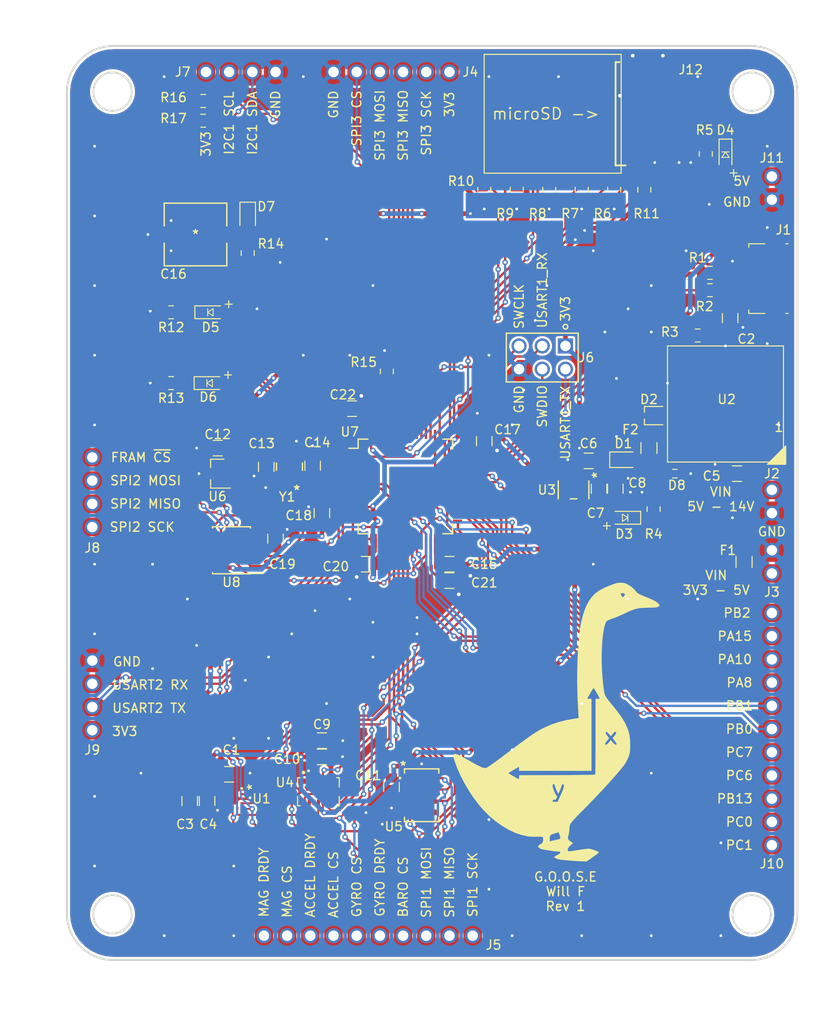
<source format=kicad_pcb>
(kicad_pcb (version 20171130) (host pcbnew "(5.1.9)-1")
  (layers (0 F.Cu signal) (31 B.Cu signal) (34 B.Paste user) (35 F.Paste user) (36 B.SilkS user) (37 F.SilkS user) (38 B.Mask user) (39 F.Mask user) (44 Edge.Cuts user))
  (net 0 "")
  (net 1 GND)
  (net 2 "Net-(C1-Pad2)")
  (net 3 /USB_5V)
  (net 4 /3V3)
  (net 5 "Net-(C5-Pad2)")
  (net 6 "Net-(C6-Pad2)")
  (net 7 "Net-(C13-Pad1)")
  (net 8 "Net-(C14-Pad2)")
  (net 9 "Net-(C15-Pad1)")
  (net 10 "Net-(C16-Pad1)")
  (net 11 /5V)
  (net 12 "Net-(D2-Pad3)")
  (net 13 /BUCK_5V)
  (net 14 "Net-(D3-Pad1)")
  (net 15 "Net-(D4-Pad1)")
  (net 16 "Net-(D5-Pad2)")
  (net 17 "Net-(D5-Pad1)")
  (net 18 "Net-(D6-Pad1)")
  (net 19 "Net-(D6-Pad2)")
  (net 20 "Net-(D7-Pad2)")
  (net 21 "Net-(F1-Pad1)")
  (net 22 "Net-(J1-Pad6)")
  (net 23 "Net-(J1-Pad4)")
  (net 24 "Net-(J1-Pad3)")
  (net 25 "Net-(J1-Pad2)")
  (net 26 /SPI3_SCK)
  (net 27 /SPI3_MISO)
  (net 28 /SPI3_MOSI)
  (net 29 /SPI3_AUX_CS)
  (net 30 /SPI1_SCK)
  (net 31 /SPI1_MISO)
  (net 32 /SPI1_MOSI)
  (net 33 /MAG_CS)
  (net 34 /MAG_DRDY)
  (net 35 /ACCEL_CS)
  (net 36 /GYRO_CS)
  (net 37 /ACCEL_DRDY)
  (net 38 /GYRO_DRDY)
  (net 39 /BARO_CS)
  (net 40 /SWCLK)
  (net 41 /SWDIO)
  (net 42 /USART1_RX)
  (net 43 /USART1_TX)
  (net 44 /I2C1_SDA)
  (net 45 /I2C1_SCL)
  (net 46 /SPI2_SCK)
  (net 47 /SPI2_MISO)
  (net 48 /SPI2_MOSI)
  (net 49 /~FRAM_CS)
  (net 50 /USART2_TX)
  (net 51 /USART2_RX)
  (net 52 /PA8)
  (net 53 /PA10)
  (net 54 /PA15)
  (net 55 /SD_DETECT)
  (net 56 /SDIO_D1)
  (net 57 /SDIO_D0)
  (net 58 /SDIO_CK)
  (net 59 /SDIO_CMD)
  (net 60 /SDIO_D3)
  (net 61 /SDIO_D2)
  (net 62 /OTG_FS_D_P)
  (net 63 /OTG_FS_D_N)
  (net 64 "Net-(R3-Pad1)")
  (net 65 "Net-(R15-Pad1)")
  (net 66 "Net-(U1-Pad7)")
  (net 67 "Net-(U2-Pad1)")
  (net 68 "Net-(U3-Pad4)")
  (net 69 "Net-(U4-Pad13)")
  (net 70 "Net-(U4-Pad1)")
  (net 71 "Net-(U5-Pad5)")
  (net 72 "Net-(U6-Pad1)")
  (net 73 /TIM3_CH1)
  (net 74 /TIM3_CH2)
  (net 75 /TIM3_CH3)
  (net 76 /TIM3_CH4)
  (net 77 /PB13)
  (net 78 /ADC_IN10)
  (net 79 /ADC_IN11)
  (net 80 /PB2)
  (module personal:C_0805 (layer F.Cu) (at 158.623 95.885 90)
    (fp_text reference C8 (at 0.635 2.413 180) (layer F.SilkS))
    (fp_text value C_0u1)
    (pad 1 smd rect (at -1 0 90) (size 1 1.25) (layers F.Cu F.Paste F.Mask) (net 4 /3V3))
    (pad 2 smd rect (at 1 0 90) (size 1 1.25) (layers F.Cu F.Paste F.Mask) (net 1 GND))
  )
  (module personal:goose (layer F.Cu) (at 152.146 121.412)
    (fp_text reference G*** hide)
    (fp_text value LOGO hide)
  )
  (module personal:105162-0001 (layer F.Cu) (at 165.1 54.864 270)
    (fp_text reference J12 (at -4.826 -1.778 180) (layer F.SilkS))
    (fp_text value 105162-0001 hide)
    (fp_text user "microSD ->" (at 0 14.097) (layer F.SilkS) (effects (font (size 1.25 1.25))))
    (pad 1 smd rect (at 3.55 7.34 270) (size 0.5 1) (layers F.Cu F.Paste F.Mask) (net 61 /SDIO_D2))
    (pad 2 smd rect (at 2.45 7.34 270) (size 0.5 1) (layers F.Cu F.Paste F.Mask) (net 60 /SDIO_D3))
    (pad 3 smd rect (at 1.35 7.34 270) (size 0.5 1) (layers F.Cu F.Paste F.Mask) (net 59 /SDIO_CMD))
    (pad 4 smd rect (at 0.25 7.34 270) (size 0.5 1) (layers F.Cu F.Paste F.Mask) (net 4 /3V3))
    (pad 5 smd rect (at -0.85 7.34 270) (size 0.5 1) (layers F.Cu F.Paste F.Mask) (net 58 /SDIO_CK))
    (pad 6 smd rect (at -1.95 7.34 270) (size 0.5 1) (layers F.Cu F.Paste F.Mask) (net 1 GND))
    (pad 7 smd rect (at -3.05 7.34 270) (size 0.5 1) (layers F.Cu F.Paste F.Mask) (net 57 /SDIO_D0))
    (pad 8 smd rect (at -4.15 7.34 270) (size 0.5 1) (layers F.Cu F.Paste F.Mask) (net 56 /SDIO_D1))
    (pad 9 smd rect (at 5.31 4.66 270) (size 0.72 0.78) (layers F.Cu F.Paste F.Mask) (net 55 /SD_DETECT))
    (pad 10 smd rect (at 5.325 3.39 270) (size 1.05 1.08) (layers F.Cu F.Paste F.Mask) (net 1 GND))
    (pad 11 smd rect (at 5.325 0.78 270) (size 1.05 1.2) (layers F.Cu F.Paste F.Mask) (net 1 GND))
    (pad 12 smd rect (at -5.325 1.35 270) (size 1.05 1.2) (layers F.Cu F.Paste F.Mask) (net 1 GND))
    (pad 13 smd rect (at -5.325 4.535 270) (size 1.05 2.39) (layers F.Cu F.Paste F.Mask) (net 1 GND))
    (pad 14 smd rect (at 1.986 0.105 270) (size 2.91 0.55) (layers F.Cu F.Paste F.Mask))
    (pad 15 smd rect (at -2.204 0.105 270) (size 2.91 0.55) (layers F.Cu F.Paste F.Mask))
  )
  (module personal:C_0805 (layer F.Cu) (at 116.332 127.127 180)
    (fp_text reference C1 (at -0.254 2.667) (layer F.SilkS))
    (fp_text value C_0u1)
    (pad 1 smd rect (at -1 0 180) (size 1 1.25) (layers F.Cu F.Paste F.Mask) (net 1 GND))
    (pad 2 smd rect (at 1 0 180) (size 1 1.25) (layers F.Cu F.Paste F.Mask) (net 2 "Net-(C1-Pad2)"))
  )
  (module personal:C_0805 (layer F.Cu) (at 171.196 77.216 90)
    (fp_text reference C2 (at -2.286 1.778 180) (layer F.SilkS))
    (fp_text value C_0u1)
    (pad 1 smd rect (at -1 0 90) (size 1 1.25) (layers F.Cu F.Paste F.Mask) (net 1 GND))
    (pad 2 smd rect (at 1 0 90) (size 1 1.25) (layers F.Cu F.Paste F.Mask) (net 3 /USB_5V))
  )
  (module personal:C_0805 (layer F.Cu) (at 112.014 130.048 270)
    (fp_text reference C3 (at 2.54 0.508 180) (layer F.SilkS))
    (fp_text value C_1u)
    (pad 1 smd rect (at -1 0 270) (size 1 1.25) (layers F.Cu F.Paste F.Mask) (net 4 /3V3))
    (pad 2 smd rect (at 1 0 270) (size 1 1.25) (layers F.Cu F.Paste F.Mask) (net 1 GND))
  )
  (module personal:C_0805 (layer F.Cu) (at 113.919 130.048 270)
    (fp_text reference C4 (at 2.54 -0.127 180) (layer F.SilkS))
    (fp_text value C_0u1)
    (pad 1 smd rect (at -1 0 270) (size 1 1.25) (layers F.Cu F.Paste F.Mask) (net 4 /3V3))
    (pad 2 smd rect (at 1 0 270) (size 1 1.25) (layers F.Cu F.Paste F.Mask) (net 1 GND))
  )
  (module personal:C_0805 (layer F.Cu) (at 171.958 94.234)
    (fp_text reference C5 (at -2.794 0.254) (layer F.SilkS))
    (fp_text value C_22u)
    (pad 1 smd rect (at -1 0) (size 1 1.25) (layers F.Cu F.Paste F.Mask) (net 1 GND))
    (pad 2 smd rect (at 1 0) (size 1 1.25) (layers F.Cu F.Paste F.Mask) (net 5 "Net-(C5-Pad2)"))
  )
  (module personal:C_0805 (layer F.Cu) (at 155.702 92.837)
    (fp_text reference C6 (at 0 -1.905) (layer F.SilkS))
    (fp_text value C_10u)
    (pad 1 smd rect (at -1 0) (size 1 1.25) (layers F.Cu F.Paste F.Mask) (net 1 GND))
    (pad 2 smd rect (at 1 0) (size 1 1.25) (layers F.Cu F.Paste F.Mask) (net 6 "Net-(C6-Pad2)"))
  )
  (module personal:C_0805 (layer F.Cu) (at 156.845 95.885 90)
    (fp_text reference C7 (at -2.667 -0.381 180) (layer F.SilkS))
    (fp_text value C_10u)
    (pad 1 smd rect (at -1 0 90) (size 1 1.25) (layers F.Cu F.Paste F.Mask) (net 4 /3V3))
    (pad 2 smd rect (at 1 0 90) (size 1 1.25) (layers F.Cu F.Paste F.Mask) (net 1 GND))
  )
  (module personal:C_0805 (layer F.Cu) (at 126.492 123.444)
    (fp_text reference C9 (at 0 -1.778) (layer F.SilkS))
    (fp_text value C_0u1)
    (pad 1 smd rect (at -1 0) (size 1 1.25) (layers F.Cu F.Paste F.Mask) (net 4 /3V3))
    (pad 2 smd rect (at 1 0) (size 1 1.25) (layers F.Cu F.Paste F.Mask) (net 1 GND))
  )
  (module personal:C_0805 (layer F.Cu) (at 126.492 125.222)
    (fp_text reference C10 (at -3.81 0.254) (layer F.SilkS))
    (fp_text value C_0u1)
    (pad 1 smd rect (at -1 0) (size 1 1.25) (layers F.Cu F.Paste F.Mask) (net 4 /3V3))
    (pad 2 smd rect (at 1 0) (size 1 1.25) (layers F.Cu F.Paste F.Mask) (net 1 GND))
  )
  (module personal:C_0805 (layer F.Cu) (at 134.112 128.524 90)
    (fp_text reference C11 (at 1.27 -2.54 180) (layer F.SilkS))
    (fp_text value C_0u1)
    (pad 1 smd rect (at -1 0 90) (size 1 1.25) (layers F.Cu F.Paste F.Mask) (net 1 GND))
    (pad 2 smd rect (at 1 0 90) (size 1 1.25) (layers F.Cu F.Paste F.Mask) (net 4 /3V3))
  )
  (module personal:C_0805 (layer F.Cu) (at 115.078 91.44)
    (fp_text reference C12 (at 0 -1.5) (layer F.SilkS))
    (fp_text value C_0u1)
    (pad 1 smd rect (at -1 0) (size 1 1.25) (layers F.Cu F.Paste F.Mask) (net 1 GND))
    (pad 2 smd rect (at 1 0) (size 1 1.25) (layers F.Cu F.Paste F.Mask) (net 4 /3V3))
  )
  (module personal:C_0805 (layer F.Cu) (at 120.396 93.488 270)
    (fp_text reference C13 (at -2.556 0.508 180) (layer F.SilkS))
    (fp_text value C_8p)
    (pad 1 smd rect (at -1 0 270) (size 1 1.25) (layers F.Cu F.Paste F.Mask) (net 7 "Net-(C13-Pad1)"))
    (pad 2 smd rect (at 1 0 270) (size 1 1.25) (layers F.Cu F.Paste F.Mask) (net 1 GND))
  )
  (module personal:C_0805 (layer F.Cu) (at 125.476 93.3704 270)
    (fp_text reference C14 (at -2.54 -0.508 180) (layer F.SilkS))
    (fp_text value C_8p)
    (pad 1 smd rect (at -1 0 270) (size 1 1.25) (layers F.Cu F.Paste F.Mask) (net 1 GND))
    (pad 2 smd rect (at 1 0 270) (size 1 1.25) (layers F.Cu F.Paste F.Mask) (net 8 "Net-(C14-Pad2)"))
  )
  (module personal:C_0805 (layer F.Cu) (at 140.446 105.934)
    (fp_text reference C15 (at 3.826 -1.794) (layer F.SilkS))
    (fp_text value C_4u7)
    (pad 1 smd rect (at -1 0) (size 1 1.25) (layers F.Cu F.Paste F.Mask) (net 9 "Net-(C15-Pad1)"))
    (pad 2 smd rect (at 1 0) (size 1 1.25) (layers F.Cu F.Paste F.Mask) (net 1 GND))
  )
  (module personal:UWT0G221MCL6GS (layer F.Cu) (at 112.649 68.072 180)
    (fp_text reference C16 (at 2.413 -4.318) (layer F.SilkS))
    (fp_text value C_220u hide)
    (fp_text user * (at 0 0) (layer F.SilkS))
    (pad 1 smd rect (at -2.7051 0 180) (size 2.9972 1.2192) (layers F.Cu F.Paste F.Mask) (net 10 "Net-(C16-Pad1)"))
    (pad 2 smd rect (at 2.7051 0 180) (size 2.9972 1.2192) (layers F.Cu F.Paste F.Mask) (net 1 GND))
  )
  (module personal:C_0805 (layer F.Cu) (at 144.272 90.678 270)
    (fp_text reference C17 (at -1.27 -2.54 180) (layer F.SilkS))
    (fp_text value C_4u7)
    (pad 1 smd rect (at -1 0 270) (size 1 1.25) (layers F.Cu F.Paste F.Mask) (net 4 /3V3))
    (pad 2 smd rect (at 1 0 270) (size 1 1.25) (layers F.Cu F.Paste F.Mask) (net 1 GND))
  )
  (module personal:C_0805 (layer F.Cu) (at 126.492 98.552 90)
    (fp_text reference C18 (at -0.254 -2.54 180) (layer F.SilkS))
    (fp_text value C_0u1)
    (pad 1 smd rect (at -1 0 90) (size 1 1.25) (layers F.Cu F.Paste F.Mask) (net 4 /3V3))
    (pad 2 smd rect (at 1 0 90) (size 1 1.25) (layers F.Cu F.Paste F.Mask) (net 1 GND))
  )
  (module personal:C_0805 (layer F.Cu) (at 121.412 101.346 90)
    (fp_text reference C19 (at -2.794 0.762 180) (layer F.SilkS))
    (fp_text value C_0u1)
    (pad 1 smd rect (at -1 0 90) (size 1 1.25) (layers F.Cu F.Paste F.Mask) (net 4 /3V3))
    (pad 2 smd rect (at 1 0 90) (size 1 1.25) (layers F.Cu F.Paste F.Mask) (net 1 GND))
  )
  (module personal:C_0805 (layer F.Cu) (at 131.302 104.14 180)
    (fp_text reference C20 (at 3.286 -0.254) (layer F.SilkS))
    (fp_text value C_0u1)
    (pad 1 smd rect (at -1 0 180) (size 1 1.25) (layers F.Cu F.Paste F.Mask) (net 4 /3V3))
    (pad 2 smd rect (at 1 0 180) (size 1 1.25) (layers F.Cu F.Paste F.Mask) (net 1 GND))
  )
  (module personal:C_0805 (layer F.Cu) (at 140.462 104.14 180)
    (fp_text reference C21 (at -3.81 -2.032) (layer F.SilkS))
    (fp_text value C_0u1)
    (pad 1 smd rect (at -1 0 180) (size 1 1.25) (layers F.Cu F.Paste F.Mask) (net 4 /3V3))
    (pad 2 smd rect (at 1 0 180) (size 1 1.25) (layers F.Cu F.Paste F.Mask) (net 1 GND))
  )
  (module personal:C_0805 (layer F.Cu) (at 129.794 87.122)
    (fp_text reference C22 (at -1.016 -1.524) (layer F.SilkS))
    (fp_text value C_0u1)
    (pad 1 smd rect (at -1 0) (size 1 1.25) (layers F.Cu F.Paste F.Mask) (net 4 /3V3))
    (pad 2 smd rect (at 1 0) (size 1 1.25) (layers F.Cu F.Paste F.Mask) (net 1 GND))
  )
  (module personal:SOT1061 (layer F.Cu) (at 162.814 87.884 90)
    (fp_text reference D2 (at 1.778 -0.508 180) (layer F.SilkS))
    (fp_text value D_Schottky_x2_20V hide)
    (fp_poly (pts (xy 0.8 0.3) (xy -0.8 0.3) (xy -0.8 -0.8) (xy -0.2 -0.8) (xy -0.2 -1.05) (xy 0.2 -1.05) (xy 0.2 -0.8) (xy 0.8 -0.8)) (layer F.Cu) (width 0))
    (pad 3 smd rect (at 0 -0.8128 90) (size 0.4 0.5) (layers F.Cu F.Paste) (net 12 "Net-(D2-Pad3)"))
    (pad 1 smd rect (at -0.65 0.8 90) (size 0.4 0.5) (layers F.Cu F.Paste) (net 13 /BUCK_5V))
    (pad 2 smd rect (at 0.65 0.8 90) (size 0.4 0.5) (layers F.Cu F.Paste) (net 3 /USB_5V))
    (pad 3 smd rect (at 0 -0.875 90) (size 0 0) (layers F.Cu) (net 12 "Net-(D2-Pad3)"))
  )
  (module personal:LED_0805 (layer F.Cu) (at 159.596 99.06 180)
    (fp_text reference D3 (at 0 -1.778) (layer F.SilkS))
    (fp_text value LED_0805_Green)
    (pad 2 smd rect (at 1.1 0) (size 1.2 1.2) (layers F.Cu F.Paste F.Mask) (net 4 /3V3))
    (pad 1 smd rect (at -1.1 0) (size 1.2 1.2) (layers F.Cu F.Paste F.Mask) (net 14 "Net-(D3-Pad1)"))
  )
  (module personal:LED_0805 (layer F.Cu) (at 170.688 59.436 270)
    (fp_text reference D4 (at -2.794 0 180) (layer F.SilkS))
    (fp_text value LED_0805_Green)
    (pad 2 smd rect (at 1.1 0 90) (size 1.2 1.2) (layers F.Cu F.Paste F.Mask) (net 11 /5V))
    (pad 1 smd rect (at -1.1 0 90) (size 1.2 1.2) (layers F.Cu F.Paste F.Mask) (net 15 "Net-(D4-Pad1)"))
  )
  (module personal:LED_0805 (layer F.Cu) (at 114.384 76.581)
    (fp_text reference D5 (at -0.084 1.651) (layer F.SilkS))
    (fp_text value LED_0805_Green)
    (pad 2 smd rect (at 1.1 0 180) (size 1.2 1.2) (layers F.Cu F.Paste F.Mask) (net 16 "Net-(D5-Pad2)"))
    (pad 1 smd rect (at -1.1 0 180) (size 1.2 1.2) (layers F.Cu F.Paste F.Mask) (net 17 "Net-(D5-Pad1)"))
  )
  (module personal:LED_0805 (layer F.Cu) (at 114.3 84.328)
    (fp_text reference D6 (at -0.254 1.524) (layer F.SilkS))
    (fp_text value LED_0805_Green)
    (pad 2 smd rect (at 1.1 0 180) (size 1.2 1.2) (layers F.Cu F.Paste F.Mask) (net 19 "Net-(D6-Pad2)"))
    (pad 1 smd rect (at -1.1 0 180) (size 1.2 1.2) (layers F.Cu F.Paste F.Mask) (net 18 "Net-(D6-Pad1)"))
  )
  (module personal:header_01x02 (layer F.Cu) (at 175.768 96.012 270)
    (fp_text reference J2 (at -1.778 0) (layer F.SilkS))
    (fp_text value Conn_01x02 hide)
    (pad 2 smd oval (at 2.54 0 270) (size 2.032 3.048) (layers F.Cu F.Paste F.Mask) (net 1 GND))
    (pad 1 smd oval (at 0 0 270) (size 2.032 3.048) (layers F.Cu F.Paste F.Mask) (net 5 "Net-(C5-Pad2)"))
    (pad 2 thru_hole circle (at 2.54 0 270) (size 1.651 1.651) (drill 1.143) (layers *.Cu *.Mask) (net 1 GND))
    (pad 1 thru_hole circle (at 0 0 270) (size 1.651 1.651) (drill 1.143) (layers *.Cu *.Mask) (net 5 "Net-(C5-Pad2)"))
  )
  (module personal:header_01x02 (layer F.Cu) (at 175.768 105.156 90)
    (fp_text reference J3 (at -2.032 0) (layer F.SilkS))
    (fp_text value Conn_01x02 hide)
    (pad 2 smd oval (at 2.54 0 90) (size 2.032 3.048) (layers F.Cu F.Paste F.Mask) (net 1 GND))
    (pad 1 smd oval (at 0 0 90) (size 2.032 3.048) (layers F.Cu F.Paste F.Mask) (net 21 "Net-(F1-Pad1)"))
    (pad 2 thru_hole circle (at 2.54 0 90) (size 1.651 1.651) (drill 1.143) (layers *.Cu *.Mask) (net 1 GND))
    (pad 1 thru_hole circle (at 0 0 90) (size 1.651 1.651) (drill 1.143) (layers *.Cu *.Mask) (net 21 "Net-(F1-Pad1)"))
  )
  (module personal:header_01x06 (layer F.Cu) (at 140.462 50.292 180)
    (fp_text reference J4 (at -2.286 0 180) (layer F.SilkS))
    (fp_text value Conn_01x06 hide)
    (pad 6 thru_hole circle (at 12.7 0 180) (size 1.651 1.651) (drill 1.143) (layers *.Cu *.Mask) (net 1 GND))
    (pad 6 smd oval (at 12.7 0 180) (size 2.032 3.048) (layers F.Cu F.Paste F.Mask) (net 1 GND))
    (pad 5 thru_hole circle (at 10.16 0 180) (size 1.651 1.651) (drill 1.143) (layers *.Cu *.Mask) (net 29 /SPI3_AUX_CS))
    (pad 5 smd oval (at 10.16 0 180) (size 2.032 3.048) (layers F.Cu F.Paste F.Mask) (net 29 /SPI3_AUX_CS))
    (pad 4 thru_hole circle (at 7.62 0 180) (size 1.651 1.651) (drill 1.143) (layers *.Cu *.Mask) (net 28 /SPI3_MOSI))
    (pad 4 smd oval (at 7.62 0 180) (size 2.032 3.048) (layers F.Cu F.Paste F.Mask) (net 28 /SPI3_MOSI))
    (pad 3 thru_hole circle (at 5.08 0 180) (size 1.651 1.651) (drill 1.143) (layers *.Cu *.Mask) (net 27 /SPI3_MISO))
    (pad 3 smd oval (at 5.08 0 180) (size 2.032 3.048) (layers F.Cu F.Paste F.Mask) (net 27 /SPI3_MISO))
    (pad 2 smd oval (at 2.54 0 180) (size 2.032 3.048) (layers F.Cu F.Paste F.Mask) (net 26 /SPI3_SCK))
    (pad 1 smd oval (at 0 0 180) (size 2.032 3.048) (layers F.Cu F.Paste F.Mask) (net 4 /3V3))
    (pad 2 thru_hole circle (at 2.54 0 180) (size 1.651 1.651) (drill 1.143) (layers *.Cu *.Mask) (net 26 /SPI3_SCK))
    (pad 1 thru_hole circle (at 0 0 180) (size 1.651 1.651) (drill 1.143) (layers *.Cu *.Mask) (net 4 /3V3))
  )
  (module personal:header_01x10 (layer F.Cu) (at 143.002 144.78 180)
    (fp_text reference J5 (at -2.286 -1.016 180) (layer F.SilkS))
    (fp_text value Conn_01x10 hide)
    (pad 10 thru_hole circle (at 22.86 0 180) (size 1.651 1.651) (drill 1.143) (layers *.Cu *.Mask) (net 34 /MAG_DRDY))
    (pad 10 smd oval (at 22.86 0 180) (size 2.032 3.048) (layers F.Cu F.Paste F.Mask) (net 34 /MAG_DRDY))
    (pad 9 thru_hole circle (at 20.32 0 180) (size 1.651 1.651) (drill 1.143) (layers *.Cu *.Mask) (net 33 /MAG_CS))
    (pad 9 smd oval (at 20.32 0 180) (size 2.032 3.048) (layers F.Cu F.Paste F.Mask) (net 33 /MAG_CS))
    (pad 8 thru_hole circle (at 17.78 0 180) (size 1.651 1.651) (drill 1.143) (layers *.Cu *.Mask) (net 37 /ACCEL_DRDY))
    (pad 8 smd oval (at 17.78 0 180) (size 2.032 3.048) (layers F.Cu F.Paste F.Mask) (net 37 /ACCEL_DRDY))
    (pad 7 thru_hole circle (at 15.24 0 180) (size 1.651 1.651) (drill 1.143) (layers *.Cu *.Mask) (net 35 /ACCEL_CS))
    (pad 7 smd oval (at 15.24 0 180) (size 2.032 3.048) (layers F.Cu F.Paste F.Mask) (net 35 /ACCEL_CS))
    (pad 6 thru_hole circle (at 12.7 0 180) (size 1.651 1.651) (drill 1.143) (layers *.Cu *.Mask) (net 36 /GYRO_CS))
    (pad 6 smd oval (at 12.7 0 180) (size 2.032 3.048) (layers F.Cu F.Paste F.Mask) (net 36 /GYRO_CS))
    (pad 5 thru_hole circle (at 10.16 0 180) (size 1.651 1.651) (drill 1.143) (layers *.Cu *.Mask) (net 38 /GYRO_DRDY))
    (pad 5 smd oval (at 10.16 0 180) (size 2.032 3.048) (layers F.Cu F.Paste F.Mask) (net 38 /GYRO_DRDY))
    (pad 4 thru_hole circle (at 7.62 0 180) (size 1.651 1.651) (drill 1.143) (layers *.Cu *.Mask) (net 39 /BARO_CS))
    (pad 4 smd oval (at 7.62 0 180) (size 2.032 3.048) (layers F.Cu F.Paste F.Mask) (net 39 /BARO_CS))
    (pad 3 thru_hole circle (at 5.08 0 180) (size 1.651 1.651) (drill 1.143) (layers *.Cu *.Mask) (net 32 /SPI1_MOSI))
    (pad 3 smd oval (at 5.08 0 180) (size 2.032 3.048) (layers F.Cu F.Paste F.Mask) (net 32 /SPI1_MOSI))
    (pad 2 smd oval (at 2.54 0 180) (size 2.032 3.048) (layers F.Cu F.Paste F.Mask) (net 31 /SPI1_MISO))
    (pad 1 smd oval (at 0 0 180) (size 2.032 3.048) (layers F.Cu F.Paste F.Mask) (net 30 /SPI1_SCK))
    (pad 2 thru_hole circle (at 2.54 0 180) (size 1.651 1.651) (drill 1.143) (layers *.Cu *.Mask) (net 31 /SPI1_MISO))
    (pad 1 thru_hole circle (at 0 0 180) (size 1.651 1.651) (drill 1.143) (layers *.Cu *.Mask) (net 30 /SPI1_SCK))
  )
  (module personal:TSW-103-07-F-D (layer F.Cu) (at 153.162 80.264 180)
    (fp_text reference J6 (at -2.286 -1.27) (layer F.SilkS))
    (fp_text value Conn_02x03 hide)
    (fp_text user * (at 0 0) (layer F.SilkS))
    (pad 1 thru_hole rect (at 0 0 180) (size 1.651 1.651) (drill 1.143) (layers *.Cu *.Mask) (net 4 /3V3))
    (pad 2 thru_hole circle (at 0 -2.54 180) (size 1.651 1.651) (drill 1.143) (layers *.Cu *.Mask) (net 43 /USART1_TX))
    (pad 3 thru_hole circle (at 2.54 0 180) (size 1.651 1.651) (drill 1.143) (layers *.Cu *.Mask) (net 42 /USART1_RX))
    (pad 4 thru_hole circle (at 2.54 -2.54 180) (size 1.651 1.651) (drill 1.143) (layers *.Cu *.Mask) (net 41 /SWDIO))
    (pad 5 thru_hole circle (at 5.08 0 180) (size 1.651 1.651) (drill 1.143) (layers *.Cu *.Mask) (net 40 /SWCLK))
    (pad 6 thru_hole circle (at 5.08 -2.54 180) (size 1.651 1.651) (drill 1.143) (layers *.Cu *.Mask) (net 1 GND))
  )
  (module personal:header_01x04 (layer F.Cu) (at 113.792 50.292)
    (fp_text reference J7 (at -2.54 0 180) (layer F.SilkS))
    (fp_text value Conn_01x04 hide)
    (pad 4 thru_hole circle (at 7.62 0) (size 1.651 1.651) (drill 1.143) (layers *.Cu *.Mask) (net 1 GND))
    (pad 4 smd oval (at 7.62 0) (size 2.032 3.048) (layers F.Cu F.Paste F.Mask) (net 1 GND))
    (pad 3 thru_hole circle (at 5.08 0) (size 1.651 1.651) (drill 1.143) (layers *.Cu *.Mask) (net 44 /I2C1_SDA))
    (pad 3 smd oval (at 5.08 0) (size 2.032 3.048) (layers F.Cu F.Paste F.Mask) (net 44 /I2C1_SDA))
    (pad 2 smd oval (at 2.54 0) (size 2.032 3.048) (layers F.Cu F.Paste F.Mask) (net 45 /I2C1_SCL))
    (pad 1 smd oval (at 0 0) (size 2.032 3.048) (layers F.Cu F.Paste F.Mask) (net 4 /3V3))
    (pad 2 thru_hole circle (at 2.54 0) (size 1.651 1.651) (drill 1.143) (layers *.Cu *.Mask) (net 45 /I2C1_SCL))
    (pad 1 thru_hole circle (at 0 0) (size 1.651 1.651) (drill 1.143) (layers *.Cu *.Mask) (net 4 /3V3))
  )
  (module personal:header_01x04 (layer F.Cu) (at 101.346 100.076 90)
    (fp_text reference J8 (at -2.286 0) (layer F.SilkS))
    (fp_text value Conn_01x04 hide)
    (pad 4 thru_hole circle (at 7.62 0 90) (size 1.651 1.651) (drill 1.143) (layers *.Cu *.Mask) (net 49 /~FRAM_CS))
    (pad 4 smd oval (at 7.62 0 90) (size 2.032 3.048) (layers F.Cu F.Paste F.Mask) (net 49 /~FRAM_CS))
    (pad 3 thru_hole circle (at 5.08 0 90) (size 1.651 1.651) (drill 1.143) (layers *.Cu *.Mask) (net 48 /SPI2_MOSI))
    (pad 3 smd oval (at 5.08 0 90) (size 2.032 3.048) (layers F.Cu F.Paste F.Mask) (net 48 /SPI2_MOSI))
    (pad 2 smd oval (at 2.54 0 90) (size 2.032 3.048) (layers F.Cu F.Paste F.Mask) (net 47 /SPI2_MISO))
    (pad 1 smd oval (at 0 0 90) (size 2.032 3.048) (layers F.Cu F.Paste F.Mask) (net 46 /SPI2_SCK))
    (pad 2 thru_hole circle (at 2.54 0 90) (size 1.651 1.651) (drill 1.143) (layers *.Cu *.Mask) (net 47 /SPI2_MISO))
    (pad 1 thru_hole circle (at 0 0 90) (size 1.651 1.651) (drill 1.143) (layers *.Cu *.Mask) (net 46 /SPI2_SCK))
  )
  (module personal:header_01x04 (layer F.Cu) (at 101.346 122.301 90)
    (fp_text reference J9 (at -2.159 0) (layer F.SilkS))
    (fp_text value Conn_01x04 hide)
    (pad 4 thru_hole circle (at 7.62 0 90) (size 1.651 1.651) (drill 1.143) (layers *.Cu *.Mask) (net 1 GND))
    (pad 4 smd oval (at 7.62 0 90) (size 2.032 3.048) (layers F.Cu F.Paste F.Mask) (net 1 GND))
    (pad 3 thru_hole circle (at 5.08 0 90) (size 1.651 1.651) (drill 1.143) (layers *.Cu *.Mask) (net 51 /USART2_RX))
    (pad 3 smd oval (at 5.08 0 90) (size 2.032 3.048) (layers F.Cu F.Paste F.Mask) (net 51 /USART2_RX))
    (pad 2 smd oval (at 2.54 0 90) (size 2.032 3.048) (layers F.Cu F.Paste F.Mask) (net 50 /USART2_TX))
    (pad 1 smd oval (at 0 0 90) (size 2.032 3.048) (layers F.Cu F.Paste F.Mask) (net 4 /3V3))
    (pad 2 thru_hole circle (at 2.54 0 90) (size 1.651 1.651) (drill 1.143) (layers *.Cu *.Mask) (net 50 /USART2_TX))
    (pad 1 thru_hole circle (at 0 0 90) (size 1.651 1.651) (drill 1.143) (layers *.Cu *.Mask) (net 4 /3V3))
  )
  (module personal:header_01x11 (layer F.Cu) (at 175.768 134.874 90)
    (fp_text reference J10 (at -2.032 0) (layer F.SilkS))
    (fp_text value Conn_01x11 hide)
    (pad 11 smd oval (at 25.4 0 90) (size 2.032 3.048) (layers F.Cu F.Paste F.Mask) (net 80 /PB2))
    (pad 11 thru_hole circle (at 25.4 0 90) (size 1.651 1.651) (drill 1.143) (layers *.Cu *.Mask) (net 80 /PB2))
    (pad 10 thru_hole circle (at 22.86 0 90) (size 1.651 1.651) (drill 1.143) (layers *.Cu *.Mask) (net 54 /PA15))
    (pad 10 smd oval (at 22.86 0 90) (size 2.032 3.048) (layers F.Cu F.Paste F.Mask) (net 54 /PA15))
    (pad 9 thru_hole circle (at 20.32 0 90) (size 1.651 1.651) (drill 1.143) (layers *.Cu *.Mask) (net 53 /PA10))
    (pad 9 smd oval (at 20.32 0 90) (size 2.032 3.048) (layers F.Cu F.Paste F.Mask) (net 53 /PA10))
    (pad 8 thru_hole circle (at 17.78 0 90) (size 1.651 1.651) (drill 1.143) (layers *.Cu *.Mask) (net 52 /PA8))
    (pad 8 smd oval (at 17.78 0 90) (size 2.032 3.048) (layers F.Cu F.Paste F.Mask) (net 52 /PA8))
    (pad 7 thru_hole circle (at 15.24 0 90) (size 1.651 1.651) (drill 1.143) (layers *.Cu *.Mask) (net 76 /TIM3_CH4))
    (pad 7 smd oval (at 15.24 0 90) (size 2.032 3.048) (layers F.Cu F.Paste F.Mask) (net 76 /TIM3_CH4))
    (pad 6 thru_hole circle (at 12.7 0 90) (size 1.651 1.651) (drill 1.143) (layers *.Cu *.Mask) (net 75 /TIM3_CH3))
    (pad 6 smd oval (at 12.7 0 90) (size 2.032 3.048) (layers F.Cu F.Paste F.Mask) (net 75 /TIM3_CH3))
    (pad 5 thru_hole circle (at 10.16 0 90) (size 1.651 1.651) (drill 1.143) (layers *.Cu *.Mask) (net 74 /TIM3_CH2))
    (pad 5 smd oval (at 10.16 0 90) (size 2.032 3.048) (layers F.Cu F.Paste F.Mask) (net 74 /TIM3_CH2))
    (pad 4 thru_hole circle (at 7.62 0 90) (size 1.651 1.651) (drill 1.143) (layers *.Cu *.Mask) (net 73 /TIM3_CH1))
    (pad 4 smd oval (at 7.62 0 90) (size 2.032 3.048) (layers F.Cu F.Paste F.Mask) (net 73 /TIM3_CH1))
    (pad 3 thru_hole circle (at 5.08 0 90) (size 1.651 1.651) (drill 1.143) (layers *.Cu *.Mask) (net 77 /PB13))
    (pad 3 smd oval (at 5.08 0 90) (size 2.032 3.048) (layers F.Cu F.Paste F.Mask) (net 77 /PB13))
    (pad 2 smd oval (at 2.54 0 90) (size 2.032 3.048) (layers F.Cu F.Paste F.Mask) (net 78 /ADC_IN10))
    (pad 1 smd oval (at 0 0 90) (size 2.032 3.048) (layers F.Cu F.Paste F.Mask) (net 79 /ADC_IN11))
    (pad 2 thru_hole circle (at 2.54 0 90) (size 1.651 1.651) (drill 1.143) (layers *.Cu *.Mask) (net 78 /ADC_IN10))
    (pad 1 thru_hole circle (at 0 0 90) (size 1.651 1.651) (drill 1.143) (layers *.Cu *.Mask) (net 79 /ADC_IN11))
  )
  (module personal:header_01x02 (layer F.Cu) (at 175.768 61.722 270)
    (fp_text reference J11 (at -2.032 0) (layer F.SilkS))
    (fp_text value Conn_01x02 hide)
    (pad 2 smd oval (at 2.54 0 270) (size 2.032 3.048) (layers F.Cu F.Paste F.Mask) (net 1 GND))
    (pad 1 smd oval (at 0 0 270) (size 2.032 3.048) (layers F.Cu F.Paste F.Mask) (net 11 /5V))
    (pad 2 thru_hole circle (at 2.54 0 270) (size 1.651 1.651) (drill 1.143) (layers *.Cu *.Mask) (net 1 GND))
    (pad 1 thru_hole circle (at 0 0 270) (size 1.651 1.651) (drill 1.143) (layers *.Cu *.Mask) (net 11 /5V))
  )
  (module personal:R_0805 (layer F.Cu) (at 168.9885 72.263 180)
    (fp_text reference R1 (at 1.3485 1.651) (layer F.SilkS))
    (fp_text value R_22)
    (pad 1 smd roundrect (at -0.9375 0 180) (size 0.975 1.4) (layers F.Cu F.Paste F.Mask) (net 24 "Net-(J1-Pad3)"))
    (pad 2 smd roundrect (at 0.9375 0 180) (size 0.975 1.4) (layers F.Cu F.Paste F.Mask) (net 62 /OTG_FS_D_P))
  )
  (module personal:R_0805 (layer F.Cu) (at 168.9885 74.168 180)
    (fp_text reference R2 (at 0.5865 -1.778) (layer F.SilkS))
    (fp_text value R_22)
    (pad 1 smd roundrect (at -0.9375 0 180) (size 0.975 1.4) (layers F.Cu F.Paste F.Mask) (net 25 "Net-(J1-Pad2)"))
    (pad 2 smd roundrect (at 0.9375 0 180) (size 0.975 1.4) (layers F.Cu F.Paste F.Mask) (net 63 /OTG_FS_D_N))
  )
  (module personal:R_0805 (layer F.Cu) (at 167.64 79.121)
    (fp_text reference R3 (at -3.048 -0.381) (layer F.SilkS))
    (fp_text value R_2K18)
    (pad 1 smd roundrect (at -0.9375 0) (size 0.975 1.4) (layers F.Cu F.Paste F.Mask) (net 64 "Net-(R3-Pad1)"))
    (pad 2 smd roundrect (at 0.9375 0) (size 0.975 1.4) (layers F.Cu F.Paste F.Mask) (net 1 GND))
  )
  (module personal:R_0805 (layer F.Cu) (at 162.814 98.1225 90)
    (fp_text reference R4 (at -2.7155 0 180) (layer F.SilkS))
    (fp_text value R_51.1)
    (pad 1 smd roundrect (at -0.9375 0 90) (size 0.975 1.4) (layers F.Cu F.Paste F.Mask) (net 14 "Net-(D3-Pad1)"))
    (pad 2 smd roundrect (at 0.9375 0 90) (size 0.975 1.4) (layers F.Cu F.Paste F.Mask) (net 1 GND))
  )
  (module personal:R_0805 (layer F.Cu) (at 168.529 59.2605 270)
    (fp_text reference R5 (at -2.6185 0.127 180) (layer F.SilkS))
    (fp_text value R_120)
    (pad 1 smd roundrect (at -0.9375 0 270) (size 0.975 1.4) (layers F.Cu F.Paste F.Mask) (net 15 "Net-(D4-Pad1)"))
    (pad 2 smd roundrect (at 0.9375 0 270) (size 0.975 1.4) (layers F.Cu F.Paste F.Mask) (net 1 GND))
  )
  (module personal:R_0805 (layer F.Cu) (at 158.496 63.1675 90)
    (fp_text reference R6 (at -2.6185 -1.27 180) (layer F.SilkS))
    (fp_text value R_100K)
    (pad 1 smd roundrect (at -0.9375 0 90) (size 0.975 1.4) (layers F.Cu F.Paste F.Mask) (net 4 /3V3))
    (pad 2 smd roundrect (at 0.9375 0 90) (size 0.975 1.4) (layers F.Cu F.Paste F.Mask) (net 61 /SDIO_D2))
  )
  (module personal:R_0805 (layer F.Cu) (at 154.94 63.1675 90)
    (fp_text reference R7 (at -2.6185 -1.27 180) (layer F.SilkS))
    (fp_text value R_100K)
    (pad 1 smd roundrect (at -0.9375 0 90) (size 0.975 1.4) (layers F.Cu F.Paste F.Mask) (net 4 /3V3))
    (pad 2 smd roundrect (at 0.9375 0 90) (size 0.975 1.4) (layers F.Cu F.Paste F.Mask) (net 60 /SDIO_D3))
  )
  (module personal:R_0805 (layer F.Cu) (at 151.384 63.1675 90)
    (fp_text reference R8 (at -2.6185 -1.27 180) (layer F.SilkS))
    (fp_text value R_100K)
    (pad 1 smd roundrect (at -0.9375 0 90) (size 0.975 1.4) (layers F.Cu F.Paste F.Mask) (net 4 /3V3))
    (pad 2 smd roundrect (at 0.9375 0 90) (size 0.975 1.4) (layers F.Cu F.Paste F.Mask) (net 59 /SDIO_CMD))
  )
  (module personal:R_0805 (layer F.Cu) (at 147.828 63.1675 90)
    (fp_text reference R9 (at -2.6185 -1.27 180) (layer F.SilkS))
    (fp_text value R_100K)
    (pad 1 smd roundrect (at -0.9375 0 90) (size 0.975 1.4) (layers F.Cu F.Paste F.Mask) (net 4 /3V3))
    (pad 2 smd roundrect (at 0.9375 0 90) (size 0.975 1.4) (layers F.Cu F.Paste F.Mask) (net 57 /SDIO_D0))
  )
  (module personal:R_0805 (layer F.Cu) (at 144.272 63.1675 90)
    (fp_text reference R10 (at 0.9375 -2.54 180) (layer F.SilkS))
    (fp_text value R_100K)
    (pad 1 smd roundrect (at -0.9375 0 90) (size 0.975 1.4) (layers F.Cu F.Paste F.Mask) (net 4 /3V3))
    (pad 2 smd roundrect (at 0.9375 0 90) (size 0.975 1.4) (layers F.Cu F.Paste F.Mask) (net 56 /SDIO_D1))
  )
  (module personal:R_0805 (layer F.Cu) (at 161.798 63.1675 90)
    (fp_text reference R11 (at -2.6185 0.254 180) (layer F.SilkS))
    (fp_text value R_100K)
    (pad 1 smd roundrect (at -0.9375 0 90) (size 0.975 1.4) (layers F.Cu F.Paste F.Mask) (net 4 /3V3))
    (pad 2 smd roundrect (at 0.9375 0 90) (size 0.975 1.4) (layers F.Cu F.Paste F.Mask) (net 55 /SD_DETECT))
  )
  (module personal:R_0805 (layer F.Cu) (at 109.982 76.581 180)
    (fp_text reference R12 (at 0 -1.65) (layer F.SilkS))
    (fp_text value R_51.1)
    (pad 1 smd roundrect (at -0.9375 0 180) (size 0.975 1.4) (layers F.Cu F.Paste F.Mask) (net 17 "Net-(D5-Pad1)"))
    (pad 2 smd roundrect (at 0.9375 0 180) (size 0.975 1.4) (layers F.Cu F.Paste F.Mask) (net 1 GND))
  )
  (module personal:R_0805 (layer F.Cu) (at 109.982 84.328 180)
    (fp_text reference R13 (at 0 -1.65) (layer F.SilkS))
    (fp_text value R_51.1)
    (pad 1 smd roundrect (at -0.9375 0 180) (size 0.975 1.4) (layers F.Cu F.Paste F.Mask) (net 18 "Net-(D6-Pad1)"))
    (pad 2 smd roundrect (at 0.9375 0 180) (size 0.975 1.4) (layers F.Cu F.Paste F.Mask) (net 1 GND))
  )
  (module personal:R_0805 (layer F.Cu) (at 118.364 70.104 270)
    (fp_text reference R14 (at -1.016 -2.54 180) (layer F.SilkS))
    (fp_text value R_1K)
    (pad 1 smd roundrect (at -0.9375 0 270) (size 0.975 1.4) (layers F.Cu F.Paste F.Mask) (net 20 "Net-(D7-Pad2)"))
    (pad 2 smd roundrect (at 0.9375 0 270) (size 0.975 1.4) (layers F.Cu F.Paste F.Mask) (net 4 /3V3))
  )
  (module personal:R_0805 (layer F.Cu) (at 133.604 83.058 90)
    (fp_text reference R15 (at 1.016 -2.54 180) (layer F.SilkS))
    (fp_text value R_10K)
    (pad 1 smd roundrect (at -0.9375 0 90) (size 0.975 1.4) (layers F.Cu F.Paste F.Mask) (net 65 "Net-(R15-Pad1)"))
    (pad 2 smd roundrect (at 0.9375 0 90) (size 0.975 1.4) (layers F.Cu F.Paste F.Mask) (net 1 GND))
  )
  (module personal:R_0805 (layer F.Cu) (at 113.4895 53.467)
    (fp_text reference R16 (at -3.2535 -0.381) (layer F.SilkS))
    (fp_text value R_10K)
    (pad 1 smd roundrect (at -0.9375 0) (size 0.975 1.4) (layers F.Cu F.Paste F.Mask) (net 4 /3V3))
    (pad 2 smd roundrect (at 0.9375 0) (size 0.975 1.4) (layers F.Cu F.Paste F.Mask) (net 45 /I2C1_SCL))
  )
  (module personal:R_0805 (layer F.Cu) (at 113.4895 55.626)
    (fp_text reference R17 (at -3.2535 -0.254) (layer F.SilkS))
    (fp_text value R_10K)
    (pad 1 smd roundrect (at -0.9375 0) (size 0.975 1.4) (layers F.Cu F.Paste F.Mask) (net 4 /3V3))
    (pad 2 smd roundrect (at 0.9375 0) (size 0.975 1.4) (layers F.Cu F.Paste F.Mask) (net 44 /I2C1_SDA))
  )
  (module personal:LIS3MDLTR (layer F.Cu) (at 116.967 130.048 270)
    (fp_text reference U1 (at -0.254 -2.921 180) (layer F.SilkS))
    (fp_text value LGA-12_2X2X1_STM hide)
    (fp_text user * (at -1.524 -1.905 90) (layer F.SilkS))
    (pad 12 smd rect (at -0.25 -0.750001) (size 0.275 0.25) (layers F.Cu F.Paste F.Mask) (net 1 GND))
    (pad 11 smd rect (at 0.25 -0.750001) (size 0.275 0.25) (layers F.Cu F.Paste F.Mask) (net 32 /SPI1_MOSI))
    (pad 10 smd rect (at 0.750001 -0.750001 270) (size 0.25 0.275) (layers F.Cu F.Paste F.Mask) (net 33 /MAG_CS))
    (pad 9 smd rect (at 0.750001 -0.25 270) (size 0.25 0.275) (layers F.Cu F.Paste F.Mask) (net 31 /SPI1_MISO))
    (pad 8 smd rect (at 0.750001 0.25 270) (size 0.25 0.275) (layers F.Cu F.Paste F.Mask) (net 34 /MAG_DRDY))
    (pad 7 smd rect (at 0.750001 0.750001 270) (size 0.25 0.275) (layers F.Cu F.Paste F.Mask) (net 66 "Net-(U1-Pad7)"))
    (pad 6 smd rect (at 0.25 0.750001) (size 0.275 0.25) (layers F.Cu F.Paste F.Mask) (net 4 /3V3))
    (pad 5 smd rect (at -0.25 0.750001) (size 0.275 0.25) (layers F.Cu F.Paste F.Mask) (net 4 /3V3))
    (pad 4 smd rect (at -0.750001 0.750001 270) (size 0.25 0.275) (layers F.Cu F.Paste F.Mask) (net 2 "Net-(C1-Pad2)"))
    (pad 3 smd rect (at -0.750001 0.25 270) (size 0.25 0.275) (layers F.Cu F.Paste F.Mask) (net 1 GND))
    (pad 2 smd rect (at -0.750001 -0.25 270) (size 0.25 0.275) (layers F.Cu F.Paste F.Mask) (net 1 GND))
    (pad 1 smd rect (at -0.750001 -0.750001 270) (size 0.25 0.275) (layers F.Cu F.Paste F.Mask) (net 30 /SPI1_SCK))
  )
  (module personal:OKL-T1-W12P-C (layer F.Cu) (at 166.116 86.614 180)
    (fp_text reference U2 (at -4.699 0.508) (layer F.SilkS))
    (fp_text value OKL-T_1-W12P-C hide)
    (fp_text user 1 (at -10.414 -2.54) (layer F.SilkS))
    (pad 2 smd rect (at -8 -4.57 270) (size 2.03 4.32) (layers F.Cu F.Paste F.Mask) (net 5 "Net-(C5-Pad2)"))
    (pad 3 smd rect (at -3.43 -4.57 270) (size 2.03 4.32) (layers F.Cu F.Paste F.Mask) (net 1 GND))
    (pad 4 smd rect (at 0 -3.43 180) (size 2.03 4.32) (layers F.Cu F.Paste F.Mask) (net 13 /BUCK_5V))
    (pad 1 smd rect (at -9.15 0 180) (size 1.27 1.27) (layers F.Cu F.Paste F.Mask) (net 67 "Net-(U2-Pad1)"))
    (pad 10 smd rect (at -9.15 2.29 180) (size 1.27 1.27) (layers F.Cu F.Paste F.Mask))
    (pad 9 smd rect (at -9.15 4.57 180) (size 1.27 1.27) (layers F.Cu F.Paste F.Mask))
    (pad 8 smd rect (at -6.86 4.57 180) (size 1.27 1.27) (layers F.Cu F.Paste F.Mask))
    (pad 7 smd rect (at -4.57 4.57 180) (size 1.27 1.27) (layers F.Cu F.Paste F.Mask) (net 1 GND))
    (pad 12 smd rect (at -2.29 4.57 180) (size 1.27 1.27) (layers F.Cu F.Paste F.Mask))
    (pad 6 smd rect (at 0 4.57 180) (size 1.27 1.27) (layers F.Cu F.Paste F.Mask) (net 64 "Net-(R3-Pad1)"))
    (pad 11 smd rect (at 0 2.29 180) (size 1.27 1.27) (layers F.Cu F.Paste F.Mask) (net 1 GND))
    (pad 5 smd rect (at 0 0 180) (size 1.27 1.27) (layers F.Cu F.Paste F.Mask))
  )
  (module personal:SOT-25_DIO (layer F.Cu) (at 154.051 96.012 270)
    (fp_text reference U3 (at 0 2.921 180) (layer F.SilkS))
    (fp_text value LDO_600MA hide)
    (fp_text user * (at -1.6068 -2.593 90) (layer F.SilkS))
    (fp_text user * (at -1.6068 -2.593 90) (layer F.SilkS))
    (pad 1 smd rect (at -1.352799 -0.950001 270) (size 1.005599 0.5) (layers F.Cu F.Paste F.Mask) (net 6 "Net-(C6-Pad2)"))
    (pad 2 smd rect (at -1.352799 0 270) (size 1.005599 0.5) (layers F.Cu F.Paste F.Mask) (net 1 GND))
    (pad 3 smd rect (at -1.352799 0.950001 270) (size 1.005599 0.5) (layers F.Cu F.Paste F.Mask) (net 4 /3V3))
    (pad 4 smd rect (at 1.352799 0.950001 270) (size 1.005599 0.5) (layers F.Cu F.Paste F.Mask) (net 68 "Net-(U3-Pad4)"))
    (pad 5 smd rect (at 1.352799 -0.950001 270) (size 1.005599 0.5) (layers F.Cu F.Paste F.Mask) (net 4 /3V3))
  )
  (module personal:BMI088 (layer F.Cu) (at 126.111 129.032)
    (fp_text reference U4 (at -3.683 -1.016) (layer F.SilkS))
    (fp_text value BMI088)
    (pad 7 smd rect (at 1.5 -1.16) (size 0.35 0.58) (layers F.Cu F.Paste F.Mask) (net 1 GND))
    (pad 6 smd rect (at 1 -1.16) (size 0.35 0.58) (layers F.Cu F.Paste F.Mask) (net 1 GND))
    (pad 5 smd rect (at 0.5 -1.16) (size 0.35 0.58) (layers F.Cu F.Paste F.Mask) (net 36 /GYRO_CS))
    (pad 4 smd rect (at 0 -1.16) (size 0.35 0.58) (layers F.Cu F.Paste F.Mask) (net 1 GND))
    (pad 3 smd rect (at -0.5 -1.16) (size 0.35 0.58) (layers F.Cu F.Paste F.Mask) (net 4 /3V3))
    (pad 2 smd rect (at -1 -1.16) (size 0.35 0.58) (layers F.Cu F.Paste F.Mask) (net 1 GND))
    (pad 1 smd rect (at -1.5 -1.16) (size 0.35 0.58) (layers F.Cu F.Paste F.Mask) (net 70 "Net-(U4-Pad1)"))
    (pad 16 smd rect (at -1.91 0) (size 0.58 0.35) (layers F.Cu F.Paste F.Mask) (net 37 /ACCEL_DRDY))
    (pad 15 smd rect (at -1.5 1.16) (size 0.35 0.58) (layers F.Cu F.Paste F.Mask) (net 31 /SPI1_MISO))
    (pad 14 smd rect (at -1 1.16) (size 0.35 0.58) (layers F.Cu F.Paste F.Mask) (net 35 /ACCEL_CS))
    (pad 13 smd rect (at -0.5 1.16) (size 0.35 0.58) (layers F.Cu F.Paste F.Mask) (net 69 "Net-(U4-Pad13)"))
    (pad 12 smd rect (at 0 1.16) (size 0.35 0.58) (layers F.Cu F.Paste F.Mask) (net 38 /GYRO_DRDY))
    (pad 11 smd rect (at 0.5 1.16) (size 0.35 0.58) (layers F.Cu F.Paste F.Mask) (net 4 /3V3))
    (pad 10 smd rect (at 1 1.16) (size 0.35 0.58) (layers F.Cu F.Paste F.Mask) (net 31 /SPI1_MISO))
    (pad 9 smd rect (at 1.5 1.16) (size 0.35 0.58) (layers F.Cu F.Paste F.Mask) (net 32 /SPI1_MOSI))
    (pad 8 smd rect (at 1.91 0) (size 0.58 0.35) (layers F.Cu F.Paste F.Mask) (net 30 /SPI1_SCK))
  )
  (module personal:MS561101BA03-50 (layer F.Cu) (at 137.414 129.413)
    (fp_text reference U5 (at -3.048 3.429) (layer F.SilkS))
    (fp_text value Barometer_MS5607 hide)
    (fp_text user * (at -2.032 -3.175) (layer F.SilkS))
    (pad 1 smd rect (at -1.1 -1.875) (size 1.0922 0.6096) (layers F.Cu F.Paste F.Mask) (net 4 /3V3))
    (pad 2 smd rect (at -1.1 -0.625) (size 1.0922 0.6096) (layers F.Cu F.Paste F.Mask) (net 1 GND))
    (pad 3 smd rect (at -1.1 0.625) (size 1.0922 0.6096) (layers F.Cu F.Paste F.Mask) (net 1 GND))
    (pad 4 smd rect (at -1.1 1.875) (size 1.0922 0.6096) (layers F.Cu F.Paste F.Mask) (net 39 /BARO_CS))
    (pad 5 smd rect (at 1.1 1.875) (size 1.0922 0.6096) (layers F.Cu F.Paste F.Mask) (net 71 "Net-(U5-Pad5)"))
    (pad 6 smd rect (at 1.1 0.625) (size 1.0922 0.6096) (layers F.Cu F.Paste F.Mask) (net 31 /SPI1_MISO))
    (pad 7 smd rect (at 1.1 -0.625) (size 1.0922 0.6096) (layers F.Cu F.Paste F.Mask) (net 32 /SPI1_MOSI))
    (pad 8 smd rect (at 1.1 -1.875) (size 1.0922 0.6096) (layers F.Cu F.Paste F.Mask) (net 30 /SPI1_SCK))
  )
  (module personal:SOT-23 (layer F.Cu) (at 115.062 94.234 180)
    (fp_text reference U6 (at 0 -2.5) (layer F.SilkS))
    (fp_text value MCP131T-300E_TT)
    (pad 1 smd rect (at -1 -0.95 180) (size 0.9 0.8) (layers F.Cu F.Paste F.Mask) (net 72 "Net-(U6-Pad1)"))
    (pad 2 smd rect (at -1 0.95 180) (size 0.9 0.8) (layers F.Cu F.Paste F.Mask) (net 4 /3V3))
    (pad 3 smd rect (at 1 0 180) (size 0.9 0.8) (layers F.Cu F.Paste F.Mask) (net 1 GND))
  )
  (module personal:NX3225SA-24.000M-STD-CSR-1 (layer F.Cu) (at 122.936 93.472 180)
    (fp_text reference Y1 (at 0.254 -3.302) (layer F.SilkS))
    (fp_text value Crystal_24MHZ hide)
    (fp_text user * (at -0.8001 -2.5908) (layer F.SilkS))
    (fp_text user * (at -0.8001 -2.5908) (layer F.SilkS))
    (pad 1 smd rect (at -0.8001 -1.3081 180) (size 0.8382 1.2954) (layers F.Cu F.Paste F.Mask) (net 8 "Net-(C14-Pad2)"))
    (pad 2 smd rect (at -0.8001 1.3081 180) (size 0.8382 1.2954) (layers F.Cu F.Paste F.Mask) (net 1 GND))
    (pad 3 smd rect (at 0.8001 1.3081 180) (size 0.8382 1.2954) (layers F.Cu F.Paste F.Mask) (net 7 "Net-(C13-Pad1)"))
    (pad 4 smd rect (at 0.8001 -1.3081 180) (size 0.8382 1.2954) (layers F.Cu F.Paste F.Mask) (net 1 GND))
  )
  (module personal:D_SOD-323F (layer F.Cu) (at 159.512 92.71)
    (fp_text reference D1 (at 0 -1.778) (layer F.SilkS))
    (fp_text value D_Schottky_10V_3A)
    (pad 1 smd rect (at -1.1 0) (size 0.5 0.5) (layers F.Cu F.Paste F.Mask) (net 6 "Net-(C6-Pad2)"))
    (pad 2 smd rect (at 1.1 0) (size 0.5 0.5) (layers F.Cu F.Paste F.Mask) (net 11 /5V))
  )
  (module personal:D_SOD-323F (layer F.Cu) (at 118.364 66.04 270)
    (fp_text reference D7 (at -1.016 -2.032 180) (layer F.SilkS))
    (fp_text value D_Schottky_10V_3A)
    (pad 1 smd rect (at -1.1 0 270) (size 0.5 0.5) (layers F.Cu F.Paste F.Mask) (net 10 "Net-(C16-Pad1)"))
    (pad 2 smd rect (at 1.1 0 270) (size 0.5 0.5) (layers F.Cu F.Paste F.Mask) (net 20 "Net-(D7-Pad2)"))
  )
  (module personal:C_0402 (layer F.Cu) (at 165.142 94.234 180)
    (fp_text reference D8 (at -0.212 -1.27) (layer F.SilkS))
    (fp_text value TVS_DIODE_14V)
    (pad 1 smd rect (at -0.55 0 180) (size 0.6 0.5) (layers F.Cu F.Paste F.Mask) (net 1 GND))
    (pad 2 smd rect (at 0.55 0 180) (size 0.6 0.5) (layers F.Cu F.Paste F.Mask) (net 11 /5V))
  )
  (module personal:USB_Micro-B_Molex_47346-0001 (layer F.Cu) (at 176.149 72.898 90)
    (fp_text reference J1 (at 5.334 0.889) (layer F.SilkS))
    (fp_text value Micro_USB)
    (pad 1 smd rect (at -1.3 -2.66 90) (size 0.45 1.38) (layers F.Cu F.Paste F.Mask) (net 3 /USB_5V))
    (pad 2 smd rect (at -0.65 -2.66 90) (size 0.45 1.38) (layers F.Cu F.Paste F.Mask) (net 25 "Net-(J1-Pad2)"))
    (pad 3 smd rect (at 0 -2.66 90) (size 0.45 1.38) (layers F.Cu F.Paste F.Mask) (net 24 "Net-(J1-Pad3)"))
    (pad 4 smd rect (at 0.65 -2.66 90) (size 0.45 1.38) (layers F.Cu F.Paste F.Mask) (net 23 "Net-(J1-Pad4)"))
    (pad 5 smd rect (at 1.3 -2.66 90) (size 0.45 1.38) (layers F.Cu F.Paste F.Mask) (net 1 GND))
    (pad 6 smd rect (at -2.4625 -2.3 90) (size 1.475 2.1) (layers F.Cu F.Paste F.Mask) (net 22 "Net-(J1-Pad6)"))
    (pad 6 smd rect (at 2.4625 -2.3 90) (size 1.475 2.1) (layers F.Cu F.Paste F.Mask) (net 22 "Net-(J1-Pad6)"))
    (pad 6 smd rect (at -2.91 0 90) (size 2.375 1.9) (layers F.Cu F.Paste F.Mask) (net 22 "Net-(J1-Pad6)"))
    (pad 6 smd rect (at 2.91 0 90) (size 2.375 1.9) (layers F.Cu F.Paste F.Mask) (net 22 "Net-(J1-Pad6)"))
    (pad 6 smd rect (at -0.84 0 90) (size 1.175 1.9) (layers F.Cu F.Paste F.Mask) (net 22 "Net-(J1-Pad6)"))
    (pad 6 smd rect (at 0.84 0 90) (size 1.175 1.9) (layers F.Cu F.Paste F.Mask) (net 22 "Net-(J1-Pad6)"))
  )
  (module personal:LQFP-64_10x10mm_Pitch0.5mm (layer F.Cu) (at 135.636 95.631)
    (fp_text reference U7 (at -6.096 -5.969) (layer F.SilkS))
    (fp_text value STM32F401RCTx)
    (pad 1 smd rect (at -5.7 -3.75) (size 1 0.25) (layers F.Cu F.Paste F.Mask) (net 10 "Net-(C16-Pad1)"))
    (pad 2 smd rect (at -5.7 -3.25) (size 1 0.25) (layers F.Cu F.Paste F.Mask) (net 55 /SD_DETECT))
    (pad 3 smd rect (at -5.7 -2.75) (size 1 0.25) (layers F.Cu F.Paste F.Mask) (net 16 "Net-(D5-Pad2)"))
    (pad 4 smd rect (at -5.7 -2.25) (size 1 0.25) (layers F.Cu F.Paste F.Mask) (net 19 "Net-(D6-Pad2)"))
    (pad 5 smd rect (at -5.7 -1.75) (size 1 0.25) (layers F.Cu F.Paste F.Mask) (net 7 "Net-(C13-Pad1)"))
    (pad 6 smd rect (at -5.7 -1.25) (size 1 0.25) (layers F.Cu F.Paste F.Mask) (net 8 "Net-(C14-Pad2)"))
    (pad 7 smd rect (at -5.7 -0.75) (size 1 0.25) (layers F.Cu F.Paste F.Mask) (net 72 "Net-(U6-Pad1)"))
    (pad 8 smd rect (at -5.7 -0.25) (size 1 0.25) (layers F.Cu F.Paste F.Mask) (net 78 /ADC_IN10))
    (pad 9 smd rect (at -5.7 0.25) (size 1 0.25) (layers F.Cu F.Paste F.Mask) (net 79 /ADC_IN11))
    (pad 10 smd rect (at -5.7 0.75) (size 1 0.25) (layers F.Cu F.Paste F.Mask) (net 47 /SPI2_MISO))
    (pad 11 smd rect (at -5.7 1.25) (size 1 0.25) (layers F.Cu F.Paste F.Mask) (net 48 /SPI2_MOSI))
    (pad 12 smd rect (at -5.7 1.75) (size 1 0.25) (layers F.Cu F.Paste F.Mask) (net 1 GND))
    (pad 13 smd rect (at -5.7 2.25) (size 1 0.25) (layers F.Cu F.Paste F.Mask) (net 4 /3V3))
    (pad 14 smd rect (at -5.7 2.75) (size 1 0.25) (layers F.Cu F.Paste F.Mask) (net 34 /MAG_DRDY))
    (pad 15 smd rect (at -5.7 3.25) (size 1 0.25) (layers F.Cu F.Paste F.Mask) (net 33 /MAG_CS))
    (pad 16 smd rect (at -5.7 3.75) (size 1 0.25) (layers F.Cu F.Paste F.Mask) (net 50 /USART2_TX))
    (pad 17 smd rect (at -3.75 5.7 90) (size 1 0.25) (layers F.Cu F.Paste F.Mask) (net 51 /USART2_RX))
    (pad 18 smd rect (at -3.25 5.7 90) (size 1 0.25) (layers F.Cu F.Paste F.Mask) (net 1 GND))
    (pad 19 smd rect (at -2.75 5.7 90) (size 1 0.25) (layers F.Cu F.Paste F.Mask) (net 4 /3V3))
    (pad 20 smd rect (at -2.25 5.7 90) (size 1 0.25) (layers F.Cu F.Paste F.Mask) (net 49 /~FRAM_CS))
    (pad 21 smd rect (at -1.75 5.7 90) (size 1 0.25) (layers F.Cu F.Paste F.Mask) (net 30 /SPI1_SCK))
    (pad 22 smd rect (at -1.25 5.7 90) (size 1 0.25) (layers F.Cu F.Paste F.Mask) (net 31 /SPI1_MISO))
    (pad 23 smd rect (at -0.75 5.7 90) (size 1 0.25) (layers F.Cu F.Paste F.Mask) (net 32 /SPI1_MOSI))
    (pad 24 smd rect (at -0.25 5.7 90) (size 1 0.25) (layers F.Cu F.Paste F.Mask) (net 35 /ACCEL_CS))
    (pad 25 smd rect (at 0.25 5.7 90) (size 1 0.25) (layers F.Cu F.Paste F.Mask) (net 36 /GYRO_CS))
    (pad 26 smd rect (at 0.75 5.7 90) (size 1 0.25) (layers F.Cu F.Paste F.Mask) (net 75 /TIM3_CH3))
    (pad 27 smd rect (at 1.25 5.7 90) (size 1 0.25) (layers F.Cu F.Paste F.Mask) (net 76 /TIM3_CH4))
    (pad 28 smd rect (at 1.75 5.7 90) (size 1 0.25) (layers F.Cu F.Paste F.Mask) (net 80 /PB2))
    (pad 29 smd rect (at 2.25 5.7 90) (size 1 0.25) (layers F.Cu F.Paste F.Mask) (net 46 /SPI2_SCK))
    (pad 30 smd rect (at 2.75 5.7 90) (size 1 0.25) (layers F.Cu F.Paste F.Mask) (net 9 "Net-(C15-Pad1)"))
    (pad 31 smd rect (at 3.25 5.7 90) (size 1 0.25) (layers F.Cu F.Paste F.Mask) (net 1 GND))
    (pad 32 smd rect (at 3.75 5.7 90) (size 1 0.25) (layers F.Cu F.Paste F.Mask) (net 4 /3V3))
    (pad 33 smd rect (at 5.7 3.75) (size 1 0.25) (layers F.Cu F.Paste F.Mask) (net 39 /BARO_CS))
    (pad 34 smd rect (at 5.7 3.25) (size 1 0.25) (layers F.Cu F.Paste F.Mask) (net 77 /PB13))
    (pad 35 smd rect (at 5.7 2.75) (size 1 0.25) (layers F.Cu F.Paste F.Mask) (net 37 /ACCEL_DRDY))
    (pad 36 smd rect (at 5.7 2.25) (size 1 0.25) (layers F.Cu F.Paste F.Mask) (net 38 /GYRO_DRDY))
    (pad 37 smd rect (at 5.7 1.75) (size 1 0.25) (layers F.Cu F.Paste F.Mask) (net 73 /TIM3_CH1))
    (pad 38 smd rect (at 5.7 1.25) (size 1 0.25) (layers F.Cu F.Paste F.Mask) (net 74 /TIM3_CH2))
    (pad 39 smd rect (at 5.7 0.75) (size 1 0.25) (layers F.Cu F.Paste F.Mask) (net 57 /SDIO_D0))
    (pad 40 smd rect (at 5.7 0.25) (size 1 0.25) (layers F.Cu F.Paste F.Mask) (net 56 /SDIO_D1))
    (pad 41 smd rect (at 5.7 -0.25) (size 1 0.25) (layers F.Cu F.Paste F.Mask) (net 52 /PA8))
    (pad 42 smd rect (at 5.7 -0.75) (size 1 0.25) (layers F.Cu F.Paste F.Mask) (net 43 /USART1_TX))
    (pad 43 smd rect (at 5.7 -1.25) (size 1 0.25) (layers F.Cu F.Paste F.Mask) (net 53 /PA10))
    (pad 44 smd rect (at 5.7 -1.75) (size 1 0.25) (layers F.Cu F.Paste F.Mask) (net 63 /OTG_FS_D_N))
    (pad 45 smd rect (at 5.7 -2.25) (size 1 0.25) (layers F.Cu F.Paste F.Mask) (net 62 /OTG_FS_D_P))
    (pad 46 smd rect (at 5.7 -2.75) (size 1 0.25) (layers F.Cu F.Paste F.Mask) (net 41 /SWDIO))
    (pad 47 smd rect (at 5.7 -3.25) (size 1 0.25) (layers F.Cu F.Paste F.Mask) (net 1 GND))
    (pad 48 smd rect (at 5.7 -3.75) (size 1 0.25) (layers F.Cu F.Paste F.Mask) (net 4 /3V3))
    (pad 49 smd rect (at 3.75 -5.7 90) (size 1 0.25) (layers F.Cu F.Paste F.Mask) (net 40 /SWCLK))
    (pad 50 smd rect (at 3.25 -5.7 90) (size 1 0.25) (layers F.Cu F.Paste F.Mask) (net 54 /PA15))
    (pad 51 smd rect (at 2.75 -5.7 90) (size 1 0.25) (layers F.Cu F.Paste F.Mask) (net 61 /SDIO_D2))
    (pad 52 smd rect (at 2.25 -5.7 90) (size 1 0.25) (layers F.Cu F.Paste F.Mask) (net 60 /SDIO_D3))
    (pad 53 smd rect (at 1.75 -5.7 90) (size 1 0.25) (layers F.Cu F.Paste F.Mask) (net 58 /SDIO_CK))
    (pad 54 smd rect (at 1.25 -5.7 90) (size 1 0.25) (layers F.Cu F.Paste F.Mask) (net 59 /SDIO_CMD))
    (pad 55 smd rect (at 0.75 -5.7 90) (size 1 0.25) (layers F.Cu F.Paste F.Mask) (net 26 /SPI3_SCK))
    (pad 56 smd rect (at 0.25 -5.7 90) (size 1 0.25) (layers F.Cu F.Paste F.Mask) (net 27 /SPI3_MISO))
    (pad 57 smd rect (at -0.25 -5.7 90) (size 1 0.25) (layers F.Cu F.Paste F.Mask) (net 28 /SPI3_MOSI))
    (pad 58 smd rect (at -0.75 -5.7 90) (size 1 0.25) (layers F.Cu F.Paste F.Mask) (net 45 /I2C1_SCL))
    (pad 59 smd rect (at -1.25 -5.7 90) (size 1 0.25) (layers F.Cu F.Paste F.Mask) (net 42 /USART1_RX))
    (pad 60 smd rect (at -1.75 -5.7 90) (size 1 0.25) (layers F.Cu F.Paste F.Mask) (net 65 "Net-(R15-Pad1)"))
    (pad 61 smd rect (at -2.25 -5.7 90) (size 1 0.25) (layers F.Cu F.Paste F.Mask) (net 29 /SPI3_AUX_CS))
    (pad 62 smd rect (at -2.75 -5.7 90) (size 1 0.25) (layers F.Cu F.Paste F.Mask) (net 44 /I2C1_SDA))
    (pad 63 smd rect (at -3.25 -5.7 90) (size 1 0.25) (layers F.Cu F.Paste F.Mask) (net 1 GND))
    (pad 64 smd rect (at -3.75 -5.7 90) (size 1 0.25) (layers F.Cu F.Paste F.Mask) (net 4 /3V3))
  )
  (module personal:SOIC-8_3.9x4.9mm_Pitch1.27mm (layer F.Cu) (at 116.586 102.616 180)
    (fp_text reference U8 (at 0 -3.5) (layer F.SilkS))
    (fp_text value FRAM_4K)
    (pad 1 smd rect (at -2.7 -1.905 180) (size 1.55 0.6) (layers F.Cu F.Paste F.Mask) (net 49 /~FRAM_CS))
    (pad 2 smd rect (at -2.7 -0.635 180) (size 1.55 0.6) (layers F.Cu F.Paste F.Mask) (net 48 /SPI2_MOSI))
    (pad 3 smd rect (at -2.7 0.635 180) (size 1.55 0.6) (layers F.Cu F.Paste F.Mask) (net 4 /3V3))
    (pad 4 smd rect (at -2.7 1.905 180) (size 1.55 0.6) (layers F.Cu F.Paste F.Mask) (net 1 GND))
    (pad 5 smd rect (at 2.7 1.905 180) (size 1.55 0.6) (layers F.Cu F.Paste F.Mask) (net 47 /SPI2_MISO))
    (pad 6 smd rect (at 2.7 0.635 180) (size 1.55 0.6) (layers F.Cu F.Paste F.Mask) (net 46 /SPI2_SCK))
    (pad 7 smd rect (at 2.7 -0.635 180) (size 1.55 0.6) (layers F.Cu F.Paste F.Mask) (net 4 /3V3))
    (pad 8 smd rect (at 2.7 -1.905 180) (size 1.55 0.6) (layers F.Cu F.Paste F.Mask) (net 4 /3V3))
  )
  (module personal:R_0805_HandSoldering (layer F.Cu) (at 172.72 103.886 90)
    (fp_text reference F1 (at 1.27 -1.778 180) (layer F.SilkS))
    (fp_text value PTC_6V_1A)
    (pad 1 smd rect (at -1.35 0 90) (size 1.5 1.3) (layers F.Cu F.Paste F.Mask) (net 21 "Net-(F1-Pad1)"))
    (pad 2 smd rect (at 1.35 0 90) (size 1.5 1.3) (layers F.Cu F.Paste F.Mask) (net 6 "Net-(C6-Pad2)"))
  )
  (module personal:R_0805_HandSoldering (layer F.Cu) (at 162.306 91.44 270)
    (fp_text reference F2 (at -2.032 2.032 180) (layer F.SilkS))
    (fp_text value PTC_6V_1A)
    (pad 1 smd rect (at -1.35 0 270) (size 1.5 1.3) (layers F.Cu F.Paste F.Mask) (net 12 "Net-(D2-Pad3)"))
    (pad 2 smd rect (at 1.35 0 270) (size 1.5 1.3) (layers F.Cu F.Paste F.Mask) (net 11 /5V))
  )
  (gr_text 3V3 (at 153.162 76.2 90) (layer F.SilkS) (effects (font (size 1 1))))
  (gr_text USART1_RX (at 150.622 74.168 90) (layer F.SilkS) (effects (font (size 1 1))))
  (gr_text SWCLK (at 148.082 75.946 90) (layer F.SilkS) (effects (font (size 1 1))))
  (gr_text USART1_TX (at 153.162 88.646 90) (layer F.SilkS) (effects (font (size 1 1))))
  (gr_text SWDIO (at 150.622 86.868 90) (layer F.SilkS) (effects (font (size 1 1))))
  (gr_text GND (at 148.082 86.106 90) (layer F.SilkS) (effects (font (size 1 1))))
  (gr_text "G.O.O.S.E\nWill F\nRev 1" (at 153.162 139.954) (layer F.SilkS) (effects (font (size 1 1))))
  (gr_text 3V3 (at 140.462 53.848 90) (layer F.SilkS) (effects (font (size 1 1))))
  (gr_text "SPI3 SCK" (at 137.922 55.88 90) (layer F.SilkS) (effects (font (size 1 1))))
  (gr_text "SPI3 MISO" (at 135.382 56.134 90) (layer F.SilkS) (effects (font (size 1 1))))
  (gr_text "SPI3 MOSI" (at 132.842 56.134 90) (layer F.SilkS) (effects (font (size 1 1))))
  (gr_text "SPI3 CS" (at 130.302 55.372 90) (layer F.SilkS) (effects (font (size 1 1))))
  (gr_text GND (at 127.762 53.848 90) (layer F.SilkS) (effects (font (size 1 1))))
  (gr_text GND (at 121.412 53.848 90) (layer F.SilkS) (effects (font (size 1 1))))
  (gr_text "I2C1 SDA" (at 118.872 55.88 90) (layer F.SilkS) (effects (font (size 1 1))))
  (gr_text "I2C1 SCL" (at 116.332 55.88 90) (layer F.SilkS) (effects (font (size 1 1))))
  (gr_text 3V3 (at 113.792 58.166 90) (layer F.SilkS) (effects (font (size 1 1))))
  (gr_text "SPI2 SCK" (at 106.807 100.076) (layer F.SilkS) (effects (font (size 1 1))))
  (gr_text "SPI2 MISO" (at 107.188 97.536) (layer F.SilkS) (effects (font (size 1 1))))
  (gr_text "SPI2 MOSI" (at 107.188 94.996) (layer F.SilkS) (effects (font (size 1 1))))
  (gr_text "FRAM ~CS" (at 106.68 92.456) (layer F.SilkS) (effects (font (size 1 1))))
  (gr_text 3V3 (at 104.902 122.428) (layer F.SilkS) (effects (font (size 1 1))))
  (gr_text "USART2 TX" (at 107.569 119.888) (layer F.SilkS) (effects (font (size 1 1))))
  (gr_text "USART2 RX" (at 107.696 117.348) (layer F.SilkS) (effects (font (size 1 1))))
  (gr_text GND (at 105.156 114.808) (layer F.SilkS) (effects (font (size 1 1))))
  (gr_text "SPI1 SCK" (at 143.002 139.192 90) (layer F.SilkS) (effects (font (size 1 1))))
  (gr_text "SPI1 MISO" (at 140.462 138.938 90) (layer F.SilkS) (effects (font (size 1 1))))
  (gr_text "SPI1 MOSI" (at 137.922 138.938 90) (layer F.SilkS) (effects (font (size 1 1))))
  (gr_text "BARO CS" (at 135.382 139.446 90) (layer F.SilkS) (effects (font (size 1 1))))
  (gr_text "GYRO DRDY" (at 132.842 138.43 90) (layer F.SilkS) (effects (font (size 1 1))))
  (gr_text "GYRO CS" (at 130.302 139.446 90) (layer F.SilkS) (effects (font (size 1 1))))
  (gr_text "ACCEL CS" (at 127.762 139.192 90) (layer F.SilkS) (effects (font (size 1 1))))
  (gr_text "ACCEL DRDY" (at 125.222 138.176 90) (layer F.SilkS) (effects (font (size 1 1))))
  (gr_text "MAG CS" (at 122.682 139.954 90) (layer F.SilkS) (effects (font (size 1 1))))
  (gr_text "MAG DRDY" (at 120.142 138.938 90) (layer F.SilkS) (effects (font (size 1 1))))
  (gr_text "PC1\n" (at 172.212 134.874) (layer F.SilkS) (effects (font (size 1 1))))
  (gr_text PC0 (at 172.212 132.334) (layer F.SilkS) (effects (font (size 1 1))))
  (gr_text PB13 (at 171.704 129.794) (layer F.SilkS) (effects (font (size 1 1))))
  (gr_text PC6 (at 172.212 127.254) (layer F.SilkS) (effects (font (size 1 1))))
  (gr_text PC7 (at 172.212 124.714) (layer F.SilkS) (effects (font (size 1 1))))
  (gr_text PB0 (at 172.212 122.174) (layer F.SilkS) (effects (font (size 1 1))))
  (gr_text PB1 (at 172.212 119.634) (layer F.SilkS) (effects (font (size 1 1))))
  (gr_text PA8 (at 172.212 117.094) (layer F.SilkS) (effects (font (size 1 1))))
  (gr_text PA10 (at 171.704 114.554) (layer F.SilkS) (effects (font (size 1 1))))
  (gr_text PA15 (at 171.704 112.014) (layer F.SilkS) (effects (font (size 1 1))))
  (gr_text PB2 (at 171.958 109.474) (layer F.SilkS) (effects (font (size 1 1))))
  (gr_text GND (at 171.958 64.516) (layer F.SilkS) (effects (font (size 1 1))))
  (gr_text 5V (at 172.466 62.23) (layer F.SilkS) (effects (font (size 1 1))))
  (gr_text "VIN\n5V - 14V" (at 170.18 97.028) (layer F.SilkS) (effects (font (size 1 1))))
  (gr_text GND (at 175.768 100.584) (layer F.SilkS) (effects (font (size 1 1))))
  (gr_text "VIN\n3V3 - 5V" (at 169.672 106.172) (layer F.SilkS) (effects (font (size 1 1))))
  (gr_circle (center 103.562 142.447) (end 105.662 142.447) (layer Edge.Cuts) (width 0.2))
  (gr_arc (start 103.641999 52.527) (end 103.641999 47.447) (angle -90) (layer Edge.Cuts) (width 0.2))
  (gr_arc (start 173.481999 142.367) (end 173.481999 147.447) (angle -90) (layer Edge.Cuts) (width 0.2))
  (gr_circle (center 173.562 142.447) (end 175.661999 142.447) (layer Edge.Cuts) (width 0.2))
  (gr_arc (start 103.641999 142.367) (end 98.562 142.367) (angle -90) (layer Edge.Cuts) (width 0.2))
  (gr_arc (start 173.481999 52.527) (end 178.561999 52.527) (angle -90) (layer Edge.Cuts) (width 0.2))
  (gr_circle (center 173.562 52.447) (end 175.661999 52.447) (layer Edge.Cuts) (width 0.2))
  (gr_line (start 98.562 52.527) (end 98.562 142.366999) (layer Edge.Cuts) (width 0.2))
  (gr_line (start 173.481999 47.447) (end 103.641999 47.447) (layer Edge.Cuts) (width 0.2))
  (gr_line (start 103.641999 147.447) (end 173.481999 147.447) (layer Edge.Cuts) (width 0.2))
  (gr_circle (center 103.562 52.447) (end 105.662 52.447) (layer Edge.Cuts) (width 0.2))
  (gr_line (start 178.562 142.367) (end 178.562 52.527) (layer Edge.Cuts) (width 0.2))
  (via (at 159.131 52.8955) (size 0.7) (drill 0.4) (layers F.Cu B.Cu) (net 1))
  (segment (start 159.1125 52.914) (end 159.131 52.8955) (width 0.381) (layer F.Cu) (net 1))
  (segment (start 157.76 52.914) (end 159.1125 52.914) (width 0.381) (layer F.Cu) (net 1))
  (via (at 160.528 48.514) (size 0.7) (drill 0.4) (layers F.Cu B.Cu) (net 1))
  (segment (start 160.565 48.551) (end 160.528 48.514) (width 0.381) (layer F.Cu) (net 1))
  (segment (start 160.565 49.539) (end 160.565 48.551) (width 0.381) (layer F.Cu) (net 1))
  (via (at 163.83 48.514) (size 0.7) (drill 0.4) (layers F.Cu B.Cu) (net 1))
  (segment (start 163.75 48.594) (end 163.83 48.514) (width 0.381) (layer F.Cu) (net 1))
  (segment (start 163.75 49.539) (end 163.75 48.594) (width 0.381) (layer F.Cu) (net 1))
  (segment (start 132.368601 89.863603) (end 132.385999 89.881001) (width 0.254) (layer F.Cu) (net 1))
  (segment (start 132.368601 89.01994) (end 132.368601 89.863603) (width 0.254) (layer F.Cu) (net 1))
  (segment (start 130.794 87.445339) (end 132.368601 89.01994) (width 0.254) (layer F.Cu) (net 1))
  (segment (start 130.794 87.122) (end 130.794 87.445339) (width 0.254) (layer F.Cu) (net 1))
  (segment (start 124.0442 92.472) (end 123.7361 92.1639) (width 0.254) (layer F.Cu) (net 1))
  (via (at 123.698 90.678) (size 0.6) (drill 0.3) (layers F.Cu B.Cu) (net 1))
  (segment (start 123.7361 90.7161) (end 123.698 90.678) (width 0.254) (layer F.Cu) (net 1))
  (segment (start 123.7361 92.1639) (end 123.7361 90.7161) (width 0.254) (layer F.Cu) (net 1))
  (via (at 125.476 91.186) (size 0.6) (drill 0.3) (layers F.Cu B.Cu) (net 1))
  (segment (start 125.476 92.472) (end 125.476 91.186) (width 0.254) (layer F.Cu) (net 1))
  (via (at 119.0625 94.488) (size 0.6) (drill 0.3) (layers F.Cu B.Cu) (net 1))
  (segment (start 120.396 94.488) (end 119.0625 94.488) (width 0.254) (layer F.Cu) (net 1))
  (segment (start 120.396 95.6945) (end 120.3325 95.758) (width 0.254) (layer F.Cu) (net 1))
  (via (at 120.3325 95.758) (size 0.6) (drill 0.3) (layers F.Cu B.Cu) (net 1))
  (segment (start 120.396 94.488) (end 120.396 95.6945) (width 0.254) (layer F.Cu) (net 1))
  (segment (start 121.8438 94.488) (end 122.1359 94.7801) (width 0.381) (layer F.Cu) (net 1))
  (segment (start 120.396 94.488) (end 121.8438 94.488) (width 0.381) (layer F.Cu) (net 1))
  (segment (start 125.1679 92.1639) (end 125.476 92.472) (width 0.381) (layer F.Cu) (net 1))
  (segment (start 123.7361 92.1639) (end 125.1679 92.1639) (width 0.381) (layer F.Cu) (net 1))
  (segment (start 132.385999 102.336639) (end 132.385999 101.380999) (width 0.254) (layer F.Cu) (net 1))
  (segment (start 130.582638 104.14) (end 132.385999 102.336639) (width 0.254) (layer F.Cu) (net 1))
  (segment (start 130.302 104.14) (end 130.582638 104.14) (width 0.254) (layer F.Cu) (net 1))
  (segment (start 141.256 105.934) (end 139.462 104.14) (width 0.381) (layer F.Cu) (net 1))
  (segment (start 141.446 105.934) (end 141.256 105.934) (width 0.381) (layer F.Cu) (net 1))
  (segment (start 139.462 104.14) (end 139.462 103.5464) (width 0.254) (layer F.Cu) (net 1))
  (segment (start 138.886001 102.970401) (end 138.886001 101.380999) (width 0.254) (layer F.Cu) (net 1))
  (segment (start 139.462 103.5464) (end 138.886001 102.970401) (width 0.254) (layer F.Cu) (net 1))
  (segment (start 142.229662 92.380999) (end 141.385999 92.380999) (width 0.254) (layer F.Cu) (net 1))
  (segment (start 142.932661 91.678) (end 142.229662 92.380999) (width 0.254) (layer F.Cu) (net 1))
  (segment (start 144.272 91.678) (end 142.932661 91.678) (width 0.254) (layer F.Cu) (net 1))
  (via (at 118.618 129.6932) (size 0.6) (drill 0.3) (layers F.Cu B.Cu) (net 1))
  (segment (start 118.5132 129.798) (end 118.618 129.6932) (width 0.2032) (layer F.Cu) (net 1))
  (segment (start 117.717001 129.798) (end 118.5132 129.798) (width 0.2032) (layer F.Cu) (net 1))
  (segment (start 117.217 127.242) (end 117.332 127.127) (width 0.2032) (layer F.Cu) (net 1))
  (segment (start 116.717 129.297999) (end 116.717 128.647) (width 0.2032) (layer F.Cu) (net 1))
  (segment (start 116.717 128.647) (end 117.217 128.147) (width 0.2032) (layer F.Cu) (net 1))
  (segment (start 117.217 128.147) (end 117.217 127.242) (width 0.2032) (layer F.Cu) (net 1))
  (segment (start 117.217 129.297999) (end 117.217 128.147) (width 0.2032) (layer F.Cu) (net 1))
  (via (at 125.026399 126.746) (size 0.6) (drill 0.3) (layers F.Cu B.Cu) (net 1))
  (segment (start 125.111 126.830601) (end 125.026399 126.746) (width 0.2032) (layer F.Cu) (net 1))
  (segment (start 125.111 127.872) (end 125.111 126.830601) (width 0.2032) (layer F.Cu) (net 1))
  (segment (start 126.131199 127.868801) (end 126.131199 126.344801) (width 0.2032) (layer F.Cu) (net 1))
  (segment (start 126.128 127.872) (end 126.131199 127.868801) (width 0.2032) (layer F.Cu) (net 1))
  (segment (start 126.111 127.872) (end 126.128 127.872) (width 0.2032) (layer F.Cu) (net 1))
  (segment (start 127.254 125.222) (end 127.492 125.222) (width 0.2032) (layer F.Cu) (net 1))
  (segment (start 126.131199 126.344801) (end 127.254 125.222) (width 0.2032) (layer F.Cu) (net 1))
  (segment (start 127.492 126.804764) (end 127.492 125.222) (width 0.2032) (layer F.Cu) (net 1))
  (segment (start 127.111 127.185764) (end 127.492 126.804764) (width 0.2032) (layer F.Cu) (net 1))
  (segment (start 127.111 127.872) (end 127.111 127.185764) (width 0.2032) (layer F.Cu) (net 1))
  (segment (start 127.611 125.341) (end 127.492 125.222) (width 0.2032) (layer F.Cu) (net 1))
  (segment (start 127.611 127.872) (end 127.611 125.341) (width 0.2032) (layer F.Cu) (net 1))
  (segment (start 134.848 128.788) (end 134.112 129.524) (width 0.254) (layer F.Cu) (net 1))
  (segment (start 136.314 128.788) (end 134.848 128.788) (width 0.254) (layer F.Cu) (net 1))
  (segment (start 136.314 130.038) (end 135.372 130.038) (width 0.254) (layer F.Cu) (net 1))
  (segment (start 134.858 129.524) (end 134.112 129.524) (width 0.254) (layer F.Cu) (net 1))
  (segment (start 135.372 130.038) (end 134.858 129.524) (width 0.254) (layer F.Cu) (net 1))
  (via (at 118.618 127) (size 0.6) (drill 0.3) (layers F.Cu B.Cu) (net 1))
  (segment (start 118.491 127.127) (end 118.618 127) (width 0.254) (layer F.Cu) (net 1))
  (segment (start 117.332 127.127) (end 118.491 127.127) (width 0.254) (layer F.Cu) (net 1))
  (segment (start 115.046 131.048) (end 115.062 131.064) (width 0.254) (layer F.Cu) (net 1))
  (via (at 115.062 131.064) (size 0.6) (drill 0.3) (layers F.Cu B.Cu) (net 1))
  (segment (start 112.014 131.048) (end 115.046 131.048) (width 0.254) (layer F.Cu) (net 1))
  (via (at 130.302 105.537) (size 0.7) (drill 0.4) (layers F.Cu B.Cu) (net 1))
  (segment (start 130.302 104.14) (end 130.302 105.537) (width 0.381) (layer F.Cu) (net 1))
  (via (at 145.669 91.694) (size 0.7) (drill 0.4) (layers F.Cu B.Cu) (net 1))
  (segment (start 145.653 91.678) (end 145.669 91.694) (width 0.381) (layer F.Cu) (net 1))
  (segment (start 144.272 91.678) (end 145.653 91.678) (width 0.381) (layer F.Cu) (net 1))
  (via (at 130.81 85.725) (size 0.7) (drill 0.4) (layers F.Cu B.Cu) (net 1))
  (segment (start 130.794 85.741) (end 130.81 85.725) (width 0.381) (layer F.Cu) (net 1))
  (segment (start 130.794 87.122) (end 130.794 85.741) (width 0.381) (layer F.Cu) (net 1))
  (via (at 142.748 105.41) (size 0.7) (drill 0.4) (layers F.Cu B.Cu) (net 1))
  (segment (start 142.224 105.934) (end 142.748 105.41) (width 0.381) (layer F.Cu) (net 1))
  (segment (start 141.446 105.934) (end 142.224 105.934) (width 0.381) (layer F.Cu) (net 1))
  (via (at 141.478 107.442) (size 0.7) (drill 0.4) (layers F.Cu B.Cu) (net 1))
  (segment (start 141.446 107.41) (end 141.478 107.442) (width 0.381) (layer F.Cu) (net 1))
  (segment (start 141.446 105.934) (end 141.446 107.41) (width 0.381) (layer F.Cu) (net 1))
  (segment (start 128.602564 97.380999) (end 129.886001 97.380999) (width 0.254) (layer F.Cu) (net 1))
  (segment (start 128.431563 97.552) (end 128.602564 97.380999) (width 0.254) (layer F.Cu) (net 1))
  (segment (start 126.492 97.552) (end 128.431563 97.552) (width 0.254) (layer F.Cu) (net 1))
  (via (at 125.032619 97.854619) (size 0.6) (drill 0.3) (layers F.Cu B.Cu) (net 1))
  (segment (start 125.335238 97.552) (end 125.032619 97.854619) (width 0.381) (layer F.Cu) (net 1))
  (segment (start 126.492 97.552) (end 125.335238 97.552) (width 0.381) (layer F.Cu) (net 1))
  (via (at 113.03 94.234) (size 0.6) (drill 0.3) (layers F.Cu B.Cu) (net 1))
  (segment (start 114.062 94.234) (end 113.03 94.234) (width 0.254) (layer F.Cu) (net 1))
  (segment (start 114.078 94.218) (end 114.062 94.234) (width 0.381) (layer F.Cu) (net 1))
  (segment (start 114.078 91.44) (end 114.078 94.218) (width 0.381) (layer F.Cu) (net 1))
  (via (at 112.776 91.44) (size 0.6) (drill 0.3) (layers F.Cu B.Cu) (net 1))
  (segment (start 114.078 91.44) (end 112.776 91.44) (width 0.381) (layer F.Cu) (net 1))
  (via (at 128.778 123.444) (size 0.6) (drill 0.3) (layers F.Cu B.Cu) (net 1))
  (segment (start 127.492 123.444) (end 128.778 123.444) (width 0.254) (layer F.Cu) (net 1))
  (via (at 128.749781 125.193781) (size 0.6) (drill 0.3) (layers F.Cu B.Cu) (net 1))
  (segment (start 128.721562 125.222) (end 128.749781 125.193781) (width 0.254) (layer F.Cu) (net 1))
  (segment (start 127.492 125.222) (end 128.721562 125.222) (width 0.254) (layer F.Cu) (net 1))
  (via (at 134.112 130.81) (size 0.6) (drill 0.3) (layers F.Cu B.Cu) (net 1))
  (segment (start 134.112 129.524) (end 134.112 130.81) (width 0.254) (layer F.Cu) (net 1))
  (segment (start 121.047 100.711) (end 121.412 100.346) (width 0.254) (layer F.Cu) (net 1))
  (segment (start 119.286 100.711) (end 121.047 100.711) (width 0.254) (layer F.Cu) (net 1))
  (via (at 122.682 100.33) (size 0.6) (drill 0.3) (layers F.Cu B.Cu) (net 1))
  (segment (start 122.666 100.346) (end 122.682 100.33) (width 0.254) (layer F.Cu) (net 1))
  (segment (start 121.412 100.346) (end 122.666 100.346) (width 0.254) (layer F.Cu) (net 1))
  (via (at 133.35 80.772) (size 0.6) (drill 0.3) (layers F.Cu B.Cu) (net 1))
  (segment (start 133.604 81.026) (end 133.35 80.772) (width 0.254) (layer F.Cu) (net 1))
  (segment (start 133.604 82.1205) (end 133.604 81.026) (width 0.254) (layer F.Cu) (net 1))
  (via (at 107.696 76.454) (size 0.6) (drill 0.3) (layers F.Cu B.Cu) (net 1))
  (segment (start 107.823 76.581) (end 107.696 76.454) (width 0.254) (layer F.Cu) (net 1))
  (segment (start 109.0445 76.581) (end 107.823 76.581) (width 0.254) (layer F.Cu) (net 1))
  (via (at 107.696 84.328) (size 0.6) (drill 0.3) (layers F.Cu B.Cu) (net 1))
  (segment (start 109.0445 84.328) (end 107.696 84.328) (width 0.254) (layer F.Cu) (net 1))
  (via (at 107.442 68.072) (size 0.6) (drill 0.3) (layers F.Cu B.Cu) (net 1))
  (segment (start 109.9439 68.072) (end 107.442 68.072) (width 0.381) (layer F.Cu) (net 1))
  (via (at 109.982 66.548) (size 0.6) (drill 0.3) (layers F.Cu B.Cu) (net 1))
  (segment (start 109.9439 66.5861) (end 109.982 66.548) (width 0.381) (layer F.Cu) (net 1))
  (segment (start 109.9439 68.072) (end 109.9439 66.5861) (width 0.381) (layer F.Cu) (net 1))
  (via (at 109.982 69.85) (size 0.6) (drill 0.3) (layers F.Cu B.Cu) (net 1))
  (segment (start 109.9439 69.8119) (end 109.982 69.85) (width 0.381) (layer F.Cu) (net 1))
  (segment (start 109.9439 68.072) (end 109.9439 69.8119) (width 0.381) (layer F.Cu) (net 1))
  (via (at 172.593 78.232) (size 0.6) (drill 0.3) (layers F.Cu B.Cu) (net 1))
  (segment (start 172.577 78.216) (end 172.593 78.232) (width 0.254) (layer F.Cu) (net 1))
  (segment (start 171.196 78.216) (end 172.577 78.216) (width 0.254) (layer F.Cu) (net 1))
  (via (at 171.45 70.993) (size 0.6) (drill 0.3) (layers F.Cu B.Cu) (net 1))
  (segment (start 172.055 71.598) (end 171.45 70.993) (width 0.254) (layer F.Cu) (net 1))
  (segment (start 173.489 71.598) (end 172.055 71.598) (width 0.254) (layer F.Cu) (net 1))
  (via (at 170.688 80.264) (size 0.6) (drill 0.3) (layers F.Cu B.Cu) (net 1))
  (segment (start 170.686 80.266) (end 170.688 80.264) (width 0.508) (layer F.Cu) (net 1))
  (segment (start 170.686 82.044) (end 170.686 80.266) (width 0.508) (layer F.Cu) (net 1))
  (via (at 164.338 84.328) (size 0.6) (drill 0.3) (layers F.Cu B.Cu) (net 1))
  (segment (start 164.342 84.324) (end 164.338 84.328) (width 0.508) (layer F.Cu) (net 1))
  (segment (start 166.116 84.324) (end 164.342 84.324) (width 0.508) (layer F.Cu) (net 1))
  (via (at 169.545 93.218) (size 0.6) (drill 0.3) (layers F.Cu B.Cu) (net 1))
  (segment (start 169.546 93.217) (end 169.545 93.218) (width 0.508) (layer F.Cu) (net 1))
  (segment (start 169.546 91.184) (end 169.546 93.217) (width 0.508) (layer F.Cu) (net 1))
  (via (at 166.878 60.198) (size 0.6) (drill 0.3) (layers F.Cu B.Cu) (net 1))
  (segment (start 168.529 60.198) (end 166.878 60.198) (width 0.254) (layer F.Cu) (net 1))
  (via (at 165.608 60.198) (size 0.6) (drill 0.3) (layers F.Cu B.Cu) (net 1))
  (segment (start 165.599 60.189) (end 165.608 60.198) (width 0.254) (layer F.Cu) (net 1))
  (segment (start 164.32 60.189) (end 165.599 60.189) (width 0.254) (layer F.Cu) (net 1))
  (via (at 162.941 60.198) (size 0.6) (drill 0.3) (layers F.Cu B.Cu) (net 1))
  (segment (start 162.932 60.189) (end 162.941 60.198) (width 0.254) (layer F.Cu) (net 1))
  (segment (start 161.71 60.189) (end 162.932 60.189) (width 0.254) (layer F.Cu) (net 1))
  (segment (start 168.5775 79.9355) (end 170.686 82.044) (width 0.254) (layer F.Cu) (net 1))
  (segment (start 168.5775 79.121) (end 168.5775 79.9355) (width 0.254) (layer F.Cu) (net 1))
  (segment (start 154.051 95.056362) (end 154.752638 95.758) (width 0.254) (layer F.Cu) (net 1))
  (segment (start 154.051 94.659201) (end 154.051 95.056362) (width 0.254) (layer F.Cu) (net 1))
  (segment (start 155.972 95.758) (end 156.845 94.885) (width 0.254) (layer F.Cu) (net 1))
  (segment (start 154.752638 95.758) (end 155.972 95.758) (width 0.254) (layer F.Cu) (net 1))
  (segment (start 154.051 93.488) (end 154.702 92.837) (width 0.254) (layer F.Cu) (net 1))
  (segment (start 154.051 94.659201) (end 154.051 93.488) (width 0.254) (layer F.Cu) (net 1))
  (segment (start 169.546 92.822) (end 170.958 94.234) (width 0.508) (layer F.Cu) (net 1))
  (segment (start 169.546 91.184) (end 169.546 92.822) (width 0.508) (layer F.Cu) (net 1))
  (segment (start 170.958 94.234) (end 170.958 95.774) (width 0.508) (layer F.Cu) (net 1))
  (segment (start 173.736 98.552) (end 175.768 98.552) (width 0.508) (layer F.Cu) (net 1))
  (segment (start 170.958 95.774) (end 173.736 98.552) (width 0.508) (layer F.Cu) (net 1))
  (via (at 166.878 94.234) (size 0.6) (drill 0.3) (layers F.Cu B.Cu) (net 1))
  (segment (start 165.692 94.234) (end 166.878 94.234) (width 0.381) (layer F.Cu) (net 1))
  (via (at 154.686 91.44) (size 0.6) (drill 0.3) (layers F.Cu B.Cu) (net 1))
  (segment (start 154.702 91.456) (end 154.686 91.44) (width 0.508) (layer F.Cu) (net 1))
  (segment (start 154.702 92.837) (end 154.702 91.456) (width 0.508) (layer F.Cu) (net 1))
  (via (at 153.416 92.71) (size 0.6) (drill 0.3) (layers F.Cu B.Cu) (net 1))
  (segment (start 153.543 92.837) (end 153.416 92.71) (width 0.508) (layer F.Cu) (net 1))
  (segment (start 154.702 92.837) (end 153.543 92.837) (width 0.508) (layer F.Cu) (net 1))
  (via (at 160.02 94.742) (size 0.6) (drill 0.3) (layers F.Cu B.Cu) (net 1))
  (segment (start 159.877 94.885) (end 160.02 94.742) (width 0.508) (layer F.Cu) (net 1))
  (segment (start 158.623 94.885) (end 159.877 94.885) (width 0.508) (layer F.Cu) (net 1))
  (via (at 160.274 96.266) (size 0.6) (drill 0.3) (layers F.Cu B.Cu) (net 1))
  (segment (start 160.02 96.012) (end 160.274 96.266) (width 0.508) (layer B.Cu) (net 1))
  (segment (start 160.02 94.742) (end 160.02 96.012) (width 0.508) (layer B.Cu) (net 1))
  (via (at 161.544 96.266) (size 0.6) (drill 0.3) (layers F.Cu B.Cu) (net 1))
  (segment (start 160.274 96.266) (end 161.544 96.266) (width 0.508) (layer F.Cu) (net 1))
  (via (at 136.906 111.76) (size 0.6) (drill 0.3) (layers F.Cu B.Cu) (net 1))
  (via (at 136.906 109.982) (size 0.6) (drill 0.3) (layers F.Cu B.Cu) (net 1))
  (via (at 131.318 131.318) (size 0.6) (drill 0.3) (layers F.Cu B.Cu) (net 1))
  (via (at 133.096 132.588) (size 0.6) (drill 0.3) (layers F.Cu B.Cu) (net 1))
  (via (at 137.414 125.984) (size 0.6) (drill 0.3) (layers F.Cu B.Cu) (net 1))
  (via (at 112.776 113.03) (size 0.6) (drill 0.3) (layers F.Cu B.Cu) (net 1))
  (via (at 116.84 123.19) (size 0.6) (drill 0.3) (layers F.Cu B.Cu) (net 1))
  (via (at 120.65 123.19) (size 0.6) (drill 0.3) (layers F.Cu B.Cu) (net 1))
  (via (at 118.11 116.84) (size 0.6) (drill 0.3) (layers F.Cu B.Cu) (net 1))
  (via (at 120.65 114.3) (size 0.6) (drill 0.3) (layers F.Cu B.Cu) (net 1))
  (via (at 123.19 111.76) (size 0.6) (drill 0.3) (layers F.Cu B.Cu) (net 1))
  (via (at 125.73 109.22) (size 0.6) (drill 0.3) (layers F.Cu B.Cu) (net 1))
  (via (at 129.54 107.95) (size 0.6) (drill 0.3) (layers F.Cu B.Cu) (net 1))
  (via (at 132.08 110.49) (size 0.6) (drill 0.3) (layers F.Cu B.Cu) (net 1))
  (via (at 132.08 114.3) (size 0.6) (drill 0.3) (layers F.Cu B.Cu) (net 1))
  (via (at 127 119.38) (size 0.6) (drill 0.3) (layers F.Cu B.Cu) (net 1))
  (via (at 147.32 144.78) (size 0.6) (drill 0.3) (layers F.Cu B.Cu) (net 1))
  (via (at 154.94 144.78) (size 0.6) (drill 0.3) (layers F.Cu B.Cu) (net 1))
  (via (at 162.56 144.78) (size 0.6) (drill 0.3) (layers F.Cu B.Cu) (net 1))
  (via (at 170.18 144.78) (size 0.6) (drill 0.3) (layers F.Cu B.Cu) (net 1))
  (via (at 116.84 144.78) (size 0.6) (drill 0.3) (layers F.Cu B.Cu) (net 1))
  (via (at 109.22 144.78) (size 0.6) (drill 0.3) (layers F.Cu B.Cu) (net 1))
  (via (at 101.6 137.16) (size 0.6) (drill 0.3) (layers F.Cu B.Cu) (net 1))
  (via (at 101.6 129.54) (size 0.6) (drill 0.3) (layers F.Cu B.Cu) (net 1))
  (via (at 101.6 111.76) (size 0.6) (drill 0.3) (layers F.Cu B.Cu) (net 1))
  (via (at 101.6 104.14) (size 0.6) (drill 0.3) (layers F.Cu B.Cu) (net 1))
  (via (at 101.6 88.9) (size 0.6) (drill 0.3) (layers F.Cu B.Cu) (net 1))
  (via (at 101.6 81.28) (size 0.6) (drill 0.3) (layers F.Cu B.Cu) (net 1))
  (via (at 101.6 73.66) (size 0.6) (drill 0.3) (layers F.Cu B.Cu) (net 1))
  (via (at 101.6 66.04) (size 0.6) (drill 0.3) (layers F.Cu B.Cu) (net 1))
  (via (at 101.6 58.42) (size 0.6) (drill 0.3) (layers F.Cu B.Cu) (net 1))
  (via (at 109.22 50.8) (size 0.6) (drill 0.3) (layers F.Cu B.Cu) (net 1))
  (via (at 124.46 50.8) (size 0.6) (drill 0.3) (layers F.Cu B.Cu) (net 1))
  (via (at 144.78 50.8) (size 0.6) (drill 0.3) (layers F.Cu B.Cu) (net 1))
  (via (at 152.4 50.8) (size 0.6) (drill 0.3) (layers F.Cu B.Cu) (net 1))
  (via (at 167.64 50.8) (size 0.6) (drill 0.3) (layers F.Cu B.Cu) (net 1))
  (via (at 175.26 58.42) (size 0.6) (drill 0.3) (layers F.Cu B.Cu) (net 1))
  (via (at 175.26 67.31) (size 0.6) (drill 0.3) (layers F.Cu B.Cu) (net 1))
  (via (at 175.26 80.01) (size 0.6) (drill 0.3) (layers F.Cu B.Cu) (net 1))
  (via (at 176.53 88.9) (size 0.6) (drill 0.3) (layers F.Cu B.Cu) (net 1))
  (via (at 171.45 99.06) (size 0.6) (drill 0.3) (layers F.Cu B.Cu) (net 1))
  (via (at 156.21 104.14) (size 0.6) (drill 0.3) (layers F.Cu B.Cu) (net 1))
  (via (at 160.02 107.95) (size 0.6) (drill 0.3) (layers F.Cu B.Cu) (net 1))
  (via (at 167.64 107.95) (size 0.6) (drill 0.3) (layers F.Cu B.Cu) (net 1))
  (via (at 154.94 119.38) (size 0.6) (drill 0.3) (layers F.Cu B.Cu) (net 1))
  (via (at 162.56 127) (size 0.6) (drill 0.3) (layers F.Cu B.Cu) (net 1))
  (via (at 170.18 134.62) (size 0.6) (drill 0.3) (layers F.Cu B.Cu) (net 1))
  (via (at 147.32 124.46) (size 0.6) (drill 0.3) (layers F.Cu B.Cu) (net 1))
  (via (at 144.78 132.08) (size 0.6) (drill 0.3) (layers F.Cu B.Cu) (net 1))
  (via (at 144.78 139.7) (size 0.6) (drill 0.3) (layers F.Cu B.Cu) (net 1))
  (via (at 106.68 127) (size 0.6) (drill 0.3) (layers F.Cu B.Cu) (net 1))
  (via (at 116.84 137.16) (size 0.6) (drill 0.3) (layers F.Cu B.Cu) (net 1))
  (via (at 124.46 81.28) (size 0.6) (drill 0.3) (layers F.Cu B.Cu) (net 1))
  (via (at 119.38 76.2) (size 0.6) (drill 0.3) (layers F.Cu B.Cu) (net 1))
  (via (at 121.92 71.12) (size 0.6) (drill 0.3) (layers F.Cu B.Cu) (net 1))
  (via (at 127 68.58) (size 0.6) (drill 0.3) (layers F.Cu B.Cu) (net 1))
  (via (at 132.08 73.66) (size 0.6) (drill 0.3) (layers F.Cu B.Cu) (net 1))
  (via (at 129.54 81.28) (size 0.6) (drill 0.3) (layers F.Cu B.Cu) (net 1))
  (via (at 151.13 73.66) (size 0.6) (drill 0.3) (layers F.Cu B.Cu) (net 1))
  (via (at 149.86 77.47) (size 0.6) (drill 0.3) (layers F.Cu B.Cu) (net 1))
  (via (at 144.78 81.28) (size 0.6) (drill 0.3) (layers F.Cu B.Cu) (net 1))
  (via (at 143.51 87.63) (size 0.6) (drill 0.3) (layers F.Cu B.Cu) (net 1))
  (via (at 147.32 88.9) (size 0.6) (drill 0.3) (layers F.Cu B.Cu) (net 1))
  (via (at 148.59 85.09) (size 0.6) (drill 0.3) (layers F.Cu B.Cu) (net 1))
  (via (at 157.48 78.74) (size 0.6) (drill 0.3) (layers F.Cu B.Cu) (net 1))
  (via (at 160.02 76.2) (size 0.6) (drill 0.3) (layers F.Cu B.Cu) (net 1))
  (via (at 162.56 73.66) (size 0.6) (drill 0.3) (layers F.Cu B.Cu) (net 1))
  (via (at 156.21 69.85) (size 0.6) (drill 0.3) (layers F.Cu B.Cu) (net 1))
  (via (at 168.91 64.77) (size 0.6) (drill 0.3) (layers F.Cu B.Cu) (net 1))
  (via (at 166.37 69.85) (size 0.6) (drill 0.3) (layers F.Cu B.Cu) (net 1))
  (via (at 158.75 90.17) (size 0.6) (drill 0.3) (layers F.Cu B.Cu) (net 1))
  (via (at 158.75 83.82) (size 0.6) (drill 0.3) (layers F.Cu B.Cu) (net 1))
  (via (at 162.56 78.74) (size 0.6) (drill 0.3) (layers F.Cu B.Cu) (net 1))
  (via (at 107.95 104.14) (size 0.6) (drill 0.3) (layers F.Cu B.Cu) (net 1))
  (via (at 111.76 107.95) (size 0.6) (drill 0.3) (layers F.Cu B.Cu) (net 1))
  (via (at 107.95 115.57) (size 0.6) (drill 0.3) (layers F.Cu B.Cu) (net 1))
  (segment (start 116.216999 128.916999) (end 116.216999 129.297999) (width 0.2032) (layer F.Cu) (net 2))
  (segment (start 115.332 128.032) (end 116.216999 128.916999) (width 0.2032) (layer F.Cu) (net 2))
  (segment (start 115.332 127.127) (end 115.332 128.032) (width 0.2032) (layer F.Cu) (net 2))
  (segment (start 171.196 75.517338) (end 171.196 76.216) (width 0.381) (layer F.Cu) (net 3))
  (segment (start 172.515338 74.198) (end 171.196 75.517338) (width 0.381) (layer F.Cu) (net 3))
  (segment (start 173.489 74.198) (end 172.515338 74.198) (width 0.381) (layer F.Cu) (net 3))
  (segment (start 163.614 80.607994) (end 163.614 87.234) (width 0.381) (layer F.Cu) (net 3))
  (segment (start 168.005994 76.216) (end 163.614 80.607994) (width 0.381) (layer F.Cu) (net 3))
  (segment (start 171.196 76.216) (end 168.005994 76.216) (width 0.381) (layer F.Cu) (net 3))
  (segment (start 142.748 65.786) (end 142.748 66.04) (width 0.508) (layer B.Cu) (net 4))
  (via (at 142.748 65.786) (size 0.6) (drill 0.3) (layers F.Cu B.Cu) (net 4))
  (segment (start 142.748 65.786) (end 137.414 65.786) (width 0.508) (layer F.Cu) (net 4))
  (via (at 137.414 65.786) (size 0.6) (drill 0.3) (layers F.Cu B.Cu) (net 4))
  (via (at 154.178 106.934) (size 0.6) (drill 0.3) (layers F.Cu B.Cu) (net 4))
  (segment (start 154.178 99.314) (end 154.178 106.934) (width 0.508) (layer F.Cu) (net 4))
  (via (at 152.654 114.6762) (size 0.6) (drill 0.3) (layers F.Cu B.Cu) (net 4))
  (segment (start 154.178 113.1522) (end 152.654 114.6762) (width 0.508) (layer B.Cu) (net 4))
  (segment (start 154.178 106.934) (end 154.178 113.1522) (width 0.508) (layer B.Cu) (net 4))
  (via (at 142.586031 124.731867) (size 0.6) (drill 0.3) (layers F.Cu B.Cu) (net 4))
  (segment (start 142.598333 124.731867) (end 142.586031 124.731867) (width 0.508) (layer F.Cu) (net 4))
  (segment (start 152.654 114.6762) (end 142.598333 124.731867) (width 0.508) (layer F.Cu) (net 4))
  (via (at 136.906 124.714) (size 0.6) (drill 0.3) (layers F.Cu B.Cu) (net 4))
  (segment (start 136.923867 124.731867) (end 136.906 124.714) (width 0.508) (layer B.Cu) (net 4))
  (segment (start 142.586031 124.731867) (end 136.923867 124.731867) (width 0.508) (layer B.Cu) (net 4))
  (via (at 158.496 65.278) (size 0.6) (drill 0.3) (layers F.Cu B.Cu) (net 4))
  (segment (start 158.496 64.105) (end 158.496 65.278) (width 0.2032) (layer F.Cu) (net 4))
  (via (at 144.272 65.278) (size 0.6) (drill 0.3) (layers F.Cu B.Cu) (net 4))
  (segment (start 144.272 64.105) (end 144.272 65.278) (width 0.2032) (layer F.Cu) (net 4))
  (segment (start 112.552 55.626) (end 112.552 53.650692) (width 0.508) (layer F.Cu) (net 4))
  (segment (start 129.126999 87.122) (end 131.886 89.881001) (width 0.254) (layer F.Cu) (net 4))
  (segment (start 128.794 87.122) (end 129.126999 87.122) (width 0.254) (layer F.Cu) (net 4))
  (segment (start 132.302 104.14) (end 132.302 103.5624) (width 0.254) (layer F.Cu) (net 4))
  (segment (start 132.886 102.9784) (end 132.886 101.380999) (width 0.254) (layer F.Cu) (net 4))
  (segment (start 132.302 103.5624) (end 132.886 102.9784) (width 0.254) (layer F.Cu) (net 4))
  (segment (start 139.386 102.064) (end 141.462 104.14) (width 0.254) (layer F.Cu) (net 4))
  (segment (start 139.386 101.380999) (end 139.386 102.064) (width 0.254) (layer F.Cu) (net 4))
  (segment (start 142.053 91.881) (end 141.385999 91.881) (width 0.254) (layer F.Cu) (net 4))
  (segment (start 144.256 89.678) (end 142.053 91.881) (width 0.254) (layer F.Cu) (net 4))
  (segment (start 144.272 89.678) (end 144.256 89.678) (width 0.254) (layer F.Cu) (net 4))
  (segment (start 114.669 129.798) (end 113.919 129.048) (width 0.2032) (layer F.Cu) (net 4))
  (segment (start 116.216999 130.298) (end 115.566 130.298) (width 0.2032) (layer F.Cu) (net 4))
  (segment (start 115.066 129.798) (end 114.669 129.798) (width 0.2032) (layer F.Cu) (net 4))
  (segment (start 115.566 130.298) (end 115.066 129.798) (width 0.2032) (layer F.Cu) (net 4))
  (segment (start 116.216999 129.798) (end 115.066 129.798) (width 0.2032) (layer F.Cu) (net 4))
  (segment (start 125.631199 125.361199) (end 125.492 125.222) (width 0.2032) (layer F.Cu) (net 4))
  (segment (start 125.631199 127.860801) (end 125.631199 125.361199) (width 0.2032) (layer F.Cu) (net 4))
  (segment (start 125.62 127.872) (end 125.631199 127.860801) (width 0.2032) (layer F.Cu) (net 4))
  (segment (start 125.611 127.872) (end 125.62 127.872) (width 0.2032) (layer F.Cu) (net 4))
  (segment (start 136.3 127.524) (end 136.314 127.538) (width 0.254) (layer F.Cu) (net 4))
  (segment (start 134.112 127.524) (end 136.3 127.524) (width 0.254) (layer F.Cu) (net 4))
  (segment (start 129.868603 97.898399) (end 129.886001 97.881001) (width 0.254) (layer F.Cu) (net 4))
  (segment (start 128.731756 97.898399) (end 129.868603 97.898399) (width 0.254) (layer F.Cu) (net 4))
  (segment (start 127.078155 99.552) (end 128.731756 97.898399) (width 0.254) (layer F.Cu) (net 4))
  (segment (start 126.492 99.552) (end 127.078155 99.552) (width 0.254) (layer F.Cu) (net 4))
  (via (at 126.746 131.318) (size 0.6) (drill 0.3) (layers F.Cu B.Cu) (net 4))
  (segment (start 126.611 131.183) (end 126.746 131.318) (width 0.2032) (layer F.Cu) (net 4))
  (segment (start 126.611 130.192) (end 126.611 131.183) (width 0.2032) (layer F.Cu) (net 4))
  (via (at 124.206 125.222) (size 0.6) (drill 0.3) (layers F.Cu B.Cu) (net 4))
  (segment (start 121.047 101.981) (end 121.412 102.346) (width 0.254) (layer F.Cu) (net 4))
  (segment (start 119.286 101.981) (end 121.047 101.981) (width 0.254) (layer F.Cu) (net 4))
  (via (at 122.834062 101.752062) (size 0.6) (drill 0.3) (layers F.Cu B.Cu) (net 4))
  (segment (start 122.240124 102.346) (end 122.834062 101.752062) (width 0.254) (layer F.Cu) (net 4))
  (segment (start 121.412 102.346) (end 122.240124 102.346) (width 0.254) (layer F.Cu) (net 4))
  (segment (start 153.100999 95.464797) (end 155.001001 97.364799) (width 0.254) (layer F.Cu) (net 4))
  (segment (start 153.100999 94.659201) (end 153.100999 95.464797) (width 0.254) (layer F.Cu) (net 4))
  (via (at 132.08 105.587001) (size 0.6) (drill 0.3) (layers F.Cu B.Cu) (net 4))
  (segment (start 132.302 105.365001) (end 132.08 105.587001) (width 0.254) (layer F.Cu) (net 4))
  (segment (start 132.302 104.14) (end 132.302 105.365001) (width 0.254) (layer F.Cu) (net 4))
  (via (at 134.366 126.238) (size 0.6) (drill 0.3) (layers F.Cu B.Cu) (net 4))
  (segment (start 113.886 103.251) (end 113.886 104.521) (width 0.254) (layer F.Cu) (net 4))
  (via (at 148.718119 92.838119) (size 0.6) (drill 0.3) (layers F.Cu B.Cu) (net 4))
  (segment (start 150.539201 94.659201) (end 148.718119 92.838119) (width 0.508) (layer F.Cu) (net 4))
  (segment (start 153.100999 94.659201) (end 150.539201 94.659201) (width 0.508) (layer F.Cu) (net 4))
  (via (at 146.67923 90.79923) (size 0.6) (drill 0.3) (layers F.Cu B.Cu) (net 4))
  (segment (start 148.718119 92.838119) (end 146.67923 90.79923) (width 0.508) (layer B.Cu) (net 4))
  (segment (start 146.67923 90.79923) (end 145.542 89.662) (width 0.508) (layer F.Cu) (net 4))
  (segment (start 145.526 89.678) (end 144.272 89.678) (width 0.508) (layer F.Cu) (net 4))
  (segment (start 145.542 89.662) (end 145.526 89.678) (width 0.508) (layer F.Cu) (net 4))
  (via (at 154.686 86.106) (size 0.6) (drill 0.3) (layers F.Cu B.Cu) (net 4))
  (segment (start 154.686 87.101896) (end 154.686 86.106) (width 0.508) (layer F.Cu) (net 4))
  (segment (start 152.658799 89.129097) (end 154.686 87.101896) (width 0.508) (layer F.Cu) (net 4))
  (segment (start 152.658799 93.200457) (end 152.658799 89.129097) (width 0.508) (layer F.Cu) (net 4))
  (segment (start 153.100999 93.642657) (end 152.658799 93.200457) (width 0.508) (layer F.Cu) (net 4))
  (segment (start 153.100999 94.659201) (end 153.100999 93.642657) (width 0.508) (layer F.Cu) (net 4))
  (segment (start 154.686 81.788) (end 153.162 80.264) (width 0.508) (layer B.Cu) (net 4))
  (segment (start 154.686 86.106) (end 154.686 81.788) (width 0.508) (layer B.Cu) (net 4))
  (segment (start 153.162 80.264) (end 153.162 69.725238) (width 0.508) (layer F.Cu) (net 4))
  (segment (start 154.94 64.105) (end 154.94 65.278) (width 0.2032) (layer F.Cu) (net 4))
  (via (at 154.94 65.278) (size 0.6) (drill 0.3) (layers F.Cu B.Cu) (net 4))
  (segment (start 151.384 64.105) (end 151.384 65.278) (width 0.2032) (layer F.Cu) (net 4))
  (segment (start 147.828 64.105) (end 147.828 65.278) (width 0.2032) (layer F.Cu) (net 4))
  (via (at 151.384 65.278) (size 0.6) (drill 0.3) (layers F.Cu B.Cu) (net 4))
  (via (at 147.828 65.278) (size 0.6) (drill 0.3) (layers F.Cu B.Cu) (net 4))
  (segment (start 158.51679 67.38621) (end 161.798 64.105) (width 0.508) (layer F.Cu) (net 4))
  (via (at 154.242619 68.644619) (size 0.6) (drill 0.3) (layers F.Cu B.Cu) (net 4))
  (segment (start 153.162 69.725238) (end 154.242619 68.644619) (width 0.508) (layer F.Cu) (net 4))
  (via (at 155.258619 67.628619) (size 0.6) (drill 0.3) (layers F.Cu B.Cu) (net 4))
  (segment (start 154.242619 68.644619) (end 155.258619 67.628619) (width 0.508) (layer B.Cu) (net 4))
  (segment (start 155.501028 67.38621) (end 158.51679 67.38621) (width 0.508) (layer F.Cu) (net 4))
  (segment (start 155.258619 67.628619) (end 155.501028 67.38621) (width 0.508) (layer F.Cu) (net 4))
  (segment (start 154.242619 68.644619) (end 155.258619 67.628619) (width 0.508) (layer F.Cu) (net 4))
  (segment (start 144.272 64.105) (end 143.353 64.105) (width 0.508) (layer F.Cu) (net 4))
  (segment (start 140.462 61.214) (end 140.462 50.292) (width 0.508) (layer F.Cu) (net 4))
  (segment (start 143.353 64.105) (end 140.462 61.214) (width 0.508) (layer F.Cu) (net 4))
  (segment (start 157.76 55.114) (end 158.746 55.114) (width 0.381) (layer F.Cu) (net 4))
  (segment (start 158.746 55.114) (end 159.258 55.626) (width 0.381) (layer F.Cu) (net 4))
  (segment (start 159.258 55.626) (end 159.258 60.706) (width 0.381) (layer F.Cu) (net 4))
  (segment (start 160.274 62.327) (end 158.496 64.105) (width 0.381) (layer F.Cu) (net 4))
  (segment (start 160.274 61.722) (end 160.274 62.327) (width 0.381) (layer F.Cu) (net 4))
  (segment (start 159.258 60.706) (end 160.274 61.722) (width 0.381) (layer F.Cu) (net 4))
  (via (at 141.04141 90.488619) (size 0.6) (drill 0.3) (layers F.Cu B.Cu) (net 4))
  (segment (start 141.852029 89.678) (end 141.04141 90.488619) (width 0.508) (layer F.Cu) (net 4))
  (segment (start 144.272 89.678) (end 141.852029 89.678) (width 0.508) (layer F.Cu) (net 4))
  (segment (start 141.04141 90.488619) (end 138.566029 92.964) (width 0.508) (layer B.Cu) (net 4))
  (via (at 132.08 91.694) (size 0.6) (drill 0.3) (layers F.Cu B.Cu) (net 4))
  (segment (start 133.35 92.964) (end 132.08 91.694) (width 0.508) (layer B.Cu) (net 4))
  (segment (start 138.566029 92.964) (end 133.35 92.964) (width 0.508) (layer B.Cu) (net 4))
  (segment (start 131.886 91.5) (end 132.08 91.694) (width 0.254) (layer F.Cu) (net 4))
  (segment (start 131.886 89.881001) (end 131.886 91.5) (width 0.254) (layer F.Cu) (net 4))
  (via (at 132.08 97.79) (size 0.6) (drill 0.3) (layers F.Cu B.Cu) (net 4))
  (segment (start 133.35 96.52) (end 132.08 97.79) (width 0.508) (layer B.Cu) (net 4))
  (segment (start 133.35 92.964) (end 133.35 96.52) (width 0.508) (layer B.Cu) (net 4))
  (segment (start 131.988999 97.881001) (end 129.886001 97.881001) (width 0.254) (layer F.Cu) (net 4))
  (segment (start 132.08 97.79) (end 131.988999 97.881001) (width 0.254) (layer F.Cu) (net 4))
  (segment (start 135.382 126.238) (end 136.906 124.714) (width 0.508) (layer F.Cu) (net 4))
  (segment (start 134.366 126.238) (end 135.382 126.238) (width 0.508) (layer F.Cu) (net 4))
  (segment (start 134.366 127.27) (end 134.112 127.524) (width 0.508) (layer F.Cu) (net 4))
  (segment (start 134.366 126.238) (end 134.366 127.27) (width 0.508) (layer F.Cu) (net 4))
  (segment (start 134.366 127.358658) (end 134.366 126.238) (width 0.508) (layer B.Cu) (net 4))
  (segment (start 131.674542 130.050116) (end 134.366 127.358658) (width 0.508) (layer B.Cu) (net 4))
  (segment (start 129.179226 130.050116) (end 131.674542 130.050116) (width 0.508) (layer B.Cu) (net 4))
  (segment (start 127.911342 131.318) (end 129.179226 130.050116) (width 0.508) (layer B.Cu) (net 4))
  (segment (start 126.746 131.318) (end 127.911342 131.318) (width 0.508) (layer B.Cu) (net 4))
  (segment (start 124.206 128.778) (end 126.746 131.318) (width 0.508) (layer B.Cu) (net 4))
  (segment (start 124.206 125.222) (end 124.206 128.778) (width 0.508) (layer B.Cu) (net 4))
  (segment (start 124.206 125.222) (end 125.492 125.222) (width 0.508) (layer F.Cu) (net 4))
  (segment (start 124.206 124.73) (end 125.492 123.444) (width 0.508) (layer F.Cu) (net 4))
  (segment (start 124.206 125.222) (end 124.206 124.73) (width 0.508) (layer F.Cu) (net 4))
  (segment (start 125.492 125.222) (end 125.492 123.444) (width 0.508) (layer F.Cu) (net 4))
  (segment (start 113.919 125.799771) (end 114.99604 124.722731) (width 0.508) (layer F.Cu) (net 4))
  (via (at 114.99604 124.722731) (size 0.6) (drill 0.3) (layers F.Cu B.Cu) (net 4))
  (segment (start 113.919 129.048) (end 113.919 125.799771) (width 0.508) (layer F.Cu) (net 4))
  (segment (start 122.323342 125.222) (end 124.206 125.222) (width 0.508) (layer B.Cu) (net 4))
  (segment (start 122.074141 124.972799) (end 122.323342 125.222) (width 0.508) (layer B.Cu) (net 4))
  (segment (start 115.246108 124.972799) (end 122.074141 124.972799) (width 0.508) (layer B.Cu) (net 4))
  (segment (start 114.99604 124.722731) (end 115.246108 124.972799) (width 0.508) (layer B.Cu) (net 4))
  (segment (start 105.267 122.301) (end 112.014 129.048) (width 0.508) (layer F.Cu) (net 4))
  (segment (start 112.014 129.048) (end 113.919 129.048) (width 0.508) (layer F.Cu) (net 4))
  (via (at 126.492 101.092) (size 0.6) (drill 0.3) (layers F.Cu B.Cu) (net 4))
  (segment (start 126.492 99.552) (end 126.492 101.092) (width 0.508) (layer F.Cu) (net 4))
  (segment (start 123.494124 101.092) (end 122.834062 101.752062) (width 0.508) (layer B.Cu) (net 4))
  (segment (start 126.492 101.092) (end 123.494124 101.092) (width 0.508) (layer B.Cu) (net 4))
  (segment (start 113.886 104.521) (end 116.790442 104.521) (width 0.508) (layer F.Cu) (net 4))
  (segment (start 119.888 104.698124) (end 122.834062 101.752062) (width 0.508) (layer B.Cu) (net 4))
  (via (at 116.757921 104.553521) (size 0.6) (drill 0.3) (layers F.Cu B.Cu) (net 4))
  (segment (start 116.902524 104.698124) (end 116.757921 104.553521) (width 0.508) (layer B.Cu) (net 4))
  (segment (start 119.888 104.698124) (end 116.902524 104.698124) (width 0.508) (layer B.Cu) (net 4))
  (segment (start 154.178 99.314) (end 154.178 99.822) (width 0.508) (layer F.Cu) (net 4))
  (via (at 149.731758 102.490242) (size 0.6) (drill 0.3) (layers F.Cu B.Cu) (net 4))
  (segment (start 145.667278 103.886) (end 142.748 103.886) (width 0.508) (layer B.Cu) (net 4))
  (segment (start 147.063036 102.490242) (end 145.667278 103.886) (width 0.508) (layer B.Cu) (net 4))
  (segment (start 149.731758 102.490242) (end 147.063036 102.490242) (width 0.508) (layer B.Cu) (net 4))
  (via (at 142.748 103.886) (size 0.6) (drill 0.3) (layers F.Cu B.Cu) (net 4))
  (segment (start 142.494 104.14) (end 142.748 103.886) (width 0.508) (layer F.Cu) (net 4))
  (segment (start 141.462 104.14) (end 142.494 104.14) (width 0.508) (layer F.Cu) (net 4))
  (via (at 132.588 99.4458) (size 0.6) (drill 0.3) (layers F.Cu B.Cu) (net 4))
  (segment (start 132.08 98.9378) (end 132.588 99.4458) (width 0.508) (layer F.Cu) (net 4))
  (segment (start 132.08 97.79) (end 132.08 98.9378) (width 0.508) (layer F.Cu) (net 4))
  (segment (start 132.08 99.9538) (end 132.08 105.587001) (width 0.508) (layer B.Cu) (net 4))
  (segment (start 132.588 99.4458) (end 132.08 99.9538) (width 0.508) (layer B.Cu) (net 4))
  (segment (start 154.178 99.314) (end 153.924 99.314) (width 0.508) (layer F.Cu) (net 4))
  (segment (start 150.747758 102.490242) (end 149.985758 102.490242) (width 0.508) (layer F.Cu) (net 4))
  (segment (start 153.924 99.314) (end 150.747758 102.490242) (width 0.508) (layer F.Cu) (net 4))
  (segment (start 149.985758 102.490242) (end 149.731758 102.490242) (width 0.508) (layer F.Cu) (net 4))
  (segment (start 128.794 87.122) (end 128.27 87.122) (width 0.508) (layer F.Cu) (net 4))
  (segment (start 118.364 77.216) (end 118.364 71.0415) (width 0.508) (layer F.Cu) (net 4))
  (segment (start 118.364 71.0415) (end 118.9505 71.0415) (width 0.508) (layer F.Cu) (net 4))
  (segment (start 118.9505 71.0415) (end 120.142 69.85) (width 0.508) (layer F.Cu) (net 4))
  (segment (start 120.142 69.85) (end 120.142 65.395038) (width 0.508) (layer F.Cu) (net 4))
  (via (at 133.2278 65.786) (size 0.6) (drill 0.3) (layers F.Cu B.Cu) (net 4))
  (segment (start 137.414 65.786) (end 133.2278 65.786) (width 0.508) (layer B.Cu) (net 4))
  (segment (start 120.532962 65.786) (end 119.829481 65.082519) (width 0.508) (layer F.Cu) (net 4))
  (segment (start 133.2278 65.786) (end 120.532962 65.786) (width 0.508) (layer F.Cu) (net 4))
  (segment (start 119.829481 65.082519) (end 112.912962 58.166) (width 0.508) (layer F.Cu) (net 4))
  (segment (start 120.142 65.395038) (end 119.829481 65.082519) (width 0.508) (layer F.Cu) (net 4))
  (segment (start 112.912962 55.986962) (end 112.552 55.626) (width 0.508) (layer F.Cu) (net 4))
  (segment (start 112.912962 58.166) (end 112.912962 55.986962) (width 0.508) (layer F.Cu) (net 4))
  (segment (start 112.552 51.532) (end 113.792 50.292) (width 0.508) (layer F.Cu) (net 4))
  (segment (start 112.552 53.467) (end 112.552 51.532) (width 0.508) (layer F.Cu) (net 4))
  (segment (start 116.078 93.268) (end 116.062 93.284) (width 0.508) (layer F.Cu) (net 4))
  (segment (start 116.078 91.44) (end 116.078 93.268) (width 0.508) (layer F.Cu) (net 4))
  (segment (start 116.062 93.625338) (end 115.062 94.625338) (width 0.381) (layer F.Cu) (net 4))
  (segment (start 116.062 93.284) (end 116.062 93.625338) (width 0.381) (layer F.Cu) (net 4))
  (via (at 116.078 98.044) (size 0.6) (drill 0.3) (layers F.Cu B.Cu) (net 4))
  (segment (start 115.062 97.028) (end 116.078 98.044) (width 0.381) (layer F.Cu) (net 4))
  (segment (start 115.062 94.625338) (end 115.062 97.028) (width 0.381) (layer F.Cu) (net 4))
  (via (at 117.094 99.568) (size 0.6) (drill 0.3) (layers F.Cu B.Cu) (net 4))
  (segment (start 116.078 98.552) (end 117.094 99.568) (width 0.381) (layer B.Cu) (net 4))
  (segment (start 116.078 98.044) (end 116.078 98.552) (width 0.381) (layer B.Cu) (net 4))
  (segment (start 117.094 99.568) (end 117.094 100.721968) (width 0.381) (layer F.Cu) (net 4))
  (segment (start 118.353032 101.981) (end 119.286 101.981) (width 0.381) (layer F.Cu) (net 4))
  (segment (start 117.094 100.721968) (end 118.353032 101.981) (width 0.381) (layer F.Cu) (net 4))
  (via (at 114.3 117.856) (size 0.6) (drill 0.3) (layers F.Cu B.Cu) (net 4))
  (segment (start 109.855 122.301) (end 114.3 117.856) (width 0.508) (layer F.Cu) (net 4))
  (segment (start 104.521 122.301) (end 109.855 122.301) (width 0.508) (layer F.Cu) (net 4))
  (segment (start 101.346 122.301) (end 104.521 122.301) (width 0.508) (layer F.Cu) (net 4))
  (segment (start 104.521 122.301) (end 105.267 122.301) (width 0.508) (layer F.Cu) (net 4))
  (via (at 114.3 115.824) (size 0.6) (drill 0.3) (layers F.Cu B.Cu) (net 4))
  (segment (start 114.3 117.856) (end 114.3 115.824) (width 0.508) (layer B.Cu) (net 4))
  (segment (start 114.3 104.935) (end 113.886 104.521) (width 0.508) (layer F.Cu) (net 4))
  (segment (start 114.3 115.824) (end 114.3 104.935) (width 0.508) (layer F.Cu) (net 4))
  (via (at 119.634 85.344) (size 0.6) (drill 0.3) (layers F.Cu B.Cu) (net 4))
  (segment (start 116.078 88.9) (end 119.634 85.344) (width 0.508) (layer F.Cu) (net 4))
  (segment (start 116.078 91.44) (end 116.078 88.9) (width 0.508) (layer F.Cu) (net 4))
  (via (at 121.19256 83.78544) (size 0.6) (drill 0.3) (layers F.Cu B.Cu) (net 4))
  (segment (start 119.634 85.344) (end 121.19256 83.78544) (width 0.508) (layer B.Cu) (net 4))
  (segment (start 123.063 81.915) (end 118.364 77.216) (width 0.508) (layer F.Cu) (net 4))
  (segment (start 121.19256 83.78544) (end 123.063 81.915) (width 0.508) (layer F.Cu) (net 4))
  (segment (start 128.27 87.122) (end 123.063 81.915) (width 0.508) (layer F.Cu) (net 4))
  (segment (start 174.116 94.36) (end 175.768 96.012) (width 0.508) (layer F.Cu) (net 5))
  (segment (start 174.116 91.184) (end 174.116 94.36) (width 0.508) (layer F.Cu) (net 5))
  (segment (start 174.116 93.076) (end 172.958 94.234) (width 0.508) (layer F.Cu) (net 5))
  (segment (start 174.116 91.184) (end 174.116 93.076) (width 0.508) (layer F.Cu) (net 5))
  (segment (start 155.001001 94.537999) (end 156.702 92.837) (width 0.508) (layer F.Cu) (net 6))
  (segment (start 155.001001 94.659201) (end 155.001001 94.537999) (width 0.508) (layer F.Cu) (net 6))
  (segment (start 158.285 92.837) (end 158.412 92.71) (width 0.508) (layer F.Cu) (net 6))
  (segment (start 156.702 92.837) (end 158.285 92.837) (width 0.508) (layer F.Cu) (net 6))
  (segment (start 165.438799 95.254799) (end 172.72 102.536) (width 0.508) (layer F.Cu) (net 6))
  (segment (start 161.833837 95.254799) (end 165.438799 95.254799) (width 0.508) (layer F.Cu) (net 6))
  (segment (start 159.289038 92.71) (end 161.833837 95.254799) (width 0.508) (layer F.Cu) (net 6))
  (segment (start 158.412 92.71) (end 159.289038 92.71) (width 0.508) (layer F.Cu) (net 6))
  (segment (start 122.1359 92.1639) (end 122.1359 92.4179) (width 0.254) (layer F.Cu) (net 7))
  (segment (start 122.1359 92.4179) (end 123.091001 93.373001) (width 0.254) (layer F.Cu) (net 7))
  (segment (start 121.8118 92.488) (end 122.1359 92.1639) (width 0.254) (layer F.Cu) (net 7))
  (segment (start 120.396 92.488) (end 121.8118 92.488) (width 0.254) (layer F.Cu) (net 7))
  (segment (start 123.091001 93.373001) (end 126.647001 93.373001) (width 0.254) (layer F.Cu) (net 7))
  (segment (start 127.155001 93.881001) (end 129.886001 93.881001) (width 0.254) (layer F.Cu) (net 7))
  (segment (start 126.647001 93.373001) (end 127.155001 93.881001) (width 0.254) (layer F.Cu) (net 7))
  (segment (start 125.1679 94.7801) (end 125.476 94.472) (width 0.2032) (layer F.Cu) (net 8))
  (segment (start 125.476 94.472) (end 127.2192 94.472) (width 0.254) (layer F.Cu) (net 8))
  (segment (start 127.3102 94.381) (end 129.886001 94.381) (width 0.254) (layer F.Cu) (net 8))
  (segment (start 127.2192 94.472) (end 127.3102 94.381) (width 0.254) (layer F.Cu) (net 8))
  (segment (start 123.7361 94.7801) (end 123.9647 94.7801) (width 0.254) (layer F.Cu) (net 8))
  (segment (start 124.3744 94.3704) (end 125.476 94.3704) (width 0.254) (layer F.Cu) (net 8))
  (segment (start 123.9647 94.7801) (end 124.3744 94.3704) (width 0.254) (layer F.Cu) (net 8))
  (segment (start 138.386 104.783362) (end 138.386 101.380999) (width 0.254) (layer F.Cu) (net 9))
  (segment (start 139.446 105.843362) (end 138.386 104.783362) (width 0.254) (layer F.Cu) (net 9))
  (segment (start 139.446 105.934) (end 139.446 105.843362) (width 0.254) (layer F.Cu) (net 9))
  (segment (start 115.3541 68.072) (end 115.3541 68.0339) (width 0.381) (layer F.Cu) (net 10))
  (segment (start 118.364 65.024) (end 118.364 64.94) (width 0.381) (layer F.Cu) (net 10))
  (segment (start 115.3541 68.0339) (end 118.364 65.024) (width 0.381) (layer F.Cu) (net 10))
  (segment (start 128.658 90.678) (end 127.193882 90.678) (width 0.254) (layer F.Cu) (net 10))
  (segment (start 129.861 91.881) (end 128.658 90.678) (width 0.254) (layer F.Cu) (net 10))
  (segment (start 129.886001 91.881) (end 129.861 91.881) (width 0.254) (layer F.Cu) (net 10))
  (segment (start 127.193882 90.678) (end 117.348 80.832118) (width 0.254) (layer F.Cu) (net 10))
  (segment (start 117.348 80.832118) (end 117.348 73.406) (width 0.254) (layer F.Cu) (net 10))
  (segment (start 115.3541 71.4121) (end 115.3541 68.072) (width 0.254) (layer F.Cu) (net 10))
  (segment (start 117.348 73.406) (end 115.3541 71.4121) (width 0.254) (layer F.Cu) (net 10))
  (segment (start 175.344 61.298) (end 175.768 61.722) (width 0.508) (layer F.Cu) (net 11))
  (segment (start 171.45 68.072) (end 168.91 70.612) (width 0.508) (layer F.Cu) (net 11))
  (via (at 168.91 70.612) (size 0.6) (drill 0.3) (layers F.Cu B.Cu) (net 11))
  (via (at 166.832477 76.408477) (size 0.6) (drill 0.3) (layers F.Cu B.Cu) (net 11))
  (segment (start 166.832477 72.689523) (end 166.832477 76.408477) (width 0.508) (layer B.Cu) (net 11))
  (segment (start 168.91 70.612) (end 166.832477 72.689523) (width 0.508) (layer B.Cu) (net 11))
  (segment (start 160.612 82.693994) (end 160.612 92.71) (width 0.508) (layer F.Cu) (net 11))
  (segment (start 166.832477 76.473517) (end 160.612 82.693994) (width 0.508) (layer F.Cu) (net 11))
  (segment (start 166.832477 76.408477) (end 166.832477 76.473517) (width 0.508) (layer F.Cu) (net 11))
  (segment (start 171.45 68.072) (end 171.45 63.5) (width 0.508) (layer F.Cu) (net 11))
  (segment (start 173.228 61.722) (end 175.768 61.722) (width 0.508) (layer F.Cu) (net 11))
  (segment (start 171.45 63.5) (end 173.228 61.722) (width 0.508) (layer F.Cu) (net 11))
  (segment (start 171.45 61.298) (end 170.688 60.536) (width 0.508) (layer F.Cu) (net 11))
  (segment (start 171.45 63.5) (end 171.45 61.298) (width 0.508) (layer F.Cu) (net 11))
  (segment (start 162.0012 89.7852) (end 162.306 90.09) (width 0.508) (layer F.Cu) (net 12))
  (segment (start 162.0012 87.884) (end 162.0012 89.7852) (width 0.508) (layer F.Cu) (net 12))
  (segment (start 164.606 88.534) (end 166.116 90.044) (width 0.508) (layer F.Cu) (net 13))
  (segment (start 163.614 88.534) (end 164.606 88.534) (width 0.508) (layer F.Cu) (net 13))
  (segment (start 160.696 99.06) (end 162.814 99.06) (width 0.381) (layer F.Cu) (net 14))
  (segment (start 170.675 58.323) (end 170.688 58.336) (width 0.508) (layer F.Cu) (net 15))
  (segment (start 168.529 58.323) (end 170.675 58.323) (width 0.508) (layer F.Cu) (net 15))
  (segment (start 129.886001 92.881) (end 127.817592 92.881) (width 0.254) (layer F.Cu) (net 16))
  (segment (start 126.888411 91.951819) (end 126.88841 91.01912) (width 0.254) (layer F.Cu) (net 16))
  (segment (start 127.817592 92.881) (end 126.888411 91.951819) (width 0.254) (layer F.Cu) (net 16))
  (segment (start 115.484 79.61471) (end 116.867645 80.998355) (width 0.254) (layer F.Cu) (net 16))
  (segment (start 115.484 76.581) (end 115.484 79.61471) (width 0.254) (layer F.Cu) (net 16))
  (segment (start 116.867645 80.998355) (end 116.64129 80.772) (width 0.254) (layer F.Cu) (net 16))
  (segment (start 126.88841 91.01912) (end 116.867645 80.998355) (width 0.254) (layer F.Cu) (net 16))
  (segment (start 110.9195 76.581) (end 113.284 76.581) (width 0.254) (layer F.Cu) (net 17))
  (segment (start 113.2 84.328) (end 110.9195 84.328) (width 0.254) (layer F.Cu) (net 18))
  (segment (start 129.886001 93.380999) (end 127.670999 93.380999) (width 0.254) (layer F.Cu) (net 19))
  (segment (start 119.550698 84.328) (end 115.4 84.328) (width 0.254) (layer F.Cu) (net 19))
  (segment (start 126.431201 91.208503) (end 119.550698 84.328) (width 0.254) (layer F.Cu) (net 19))
  (segment (start 126.431201 92.141201) (end 126.431201 91.208503) (width 0.254) (layer F.Cu) (net 19))
  (segment (start 127.670999 93.380999) (end 126.431201 92.141201) (width 0.254) (layer F.Cu) (net 19))
  (segment (start 118.364 67.14) (end 118.364 69.1665) (width 0.381) (layer F.Cu) (net 20))
  (segment (start 175.688 105.236) (end 175.768 105.156) (width 0.508) (layer F.Cu) (net 21))
  (segment (start 172.72 105.236) (end 175.688 105.236) (width 0.508) (layer F.Cu) (net 21))
  (segment (start 175.7015 75.3605) (end 176.149 75.808) (width 0.2032) (layer F.Cu) (net 22))
  (segment (start 173.849 75.3605) (end 175.7015 75.3605) (width 0.2032) (layer F.Cu) (net 22))
  (segment (start 176.149 75.808) (end 176.149 73.738) (width 0.2032) (layer F.Cu) (net 22))
  (segment (start 175.7015 70.4355) (end 176.149 69.988) (width 0.2032) (layer F.Cu) (net 22))
  (segment (start 173.849 70.4355) (end 175.7015 70.4355) (width 0.2032) (layer F.Cu) (net 22))
  (segment (start 176.149 69.988) (end 176.149 72.058) (width 0.2032) (layer F.Cu) (net 22))
  (segment (start 176.149 72.058) (end 176.149 73.738) (width 0.2032) (layer F.Cu) (net 22))
  (segment (start 169.926 72.263) (end 170.307 72.263) (width 0.254) (layer F.Cu) (net 24))
  (segment (start 170.942 72.898) (end 173.489 72.898) (width 0.254) (layer F.Cu) (net 24))
  (segment (start 170.307 72.263) (end 170.942 72.898) (width 0.254) (layer F.Cu) (net 24))
  (segment (start 169.926 74.168) (end 170.688 74.168) (width 0.254) (layer F.Cu) (net 25))
  (segment (start 171.308 73.548) (end 173.489 73.548) (width 0.254) (layer F.Cu) (net 25))
  (segment (start 170.688 74.168) (end 171.308 73.548) (width 0.254) (layer F.Cu) (net 25))
  (segment (start 136.386001 89.881001) (end 136.386001 56.653999) (width 0.254) (layer F.Cu) (net 26))
  (segment (start 137.922 55.118) (end 137.922 50.292) (width 0.254) (layer F.Cu) (net 26))
  (segment (start 136.386001 56.653999) (end 137.922 55.118) (width 0.254) (layer F.Cu) (net 26))
  (segment (start 135.886 50.796) (end 135.382 50.292) (width 0.254) (layer F.Cu) (net 27))
  (segment (start 135.886 89.881001) (end 135.886 50.796) (width 0.254) (layer F.Cu) (net 27))
  (segment (start 135.386 56.892) (end 135.128 56.634) (width 0.254) (layer F.Cu) (net 28))
  (segment (start 135.386 89.881001) (end 135.386 56.892) (width 0.254) (layer F.Cu) (net 28))
  (segment (start 135.128 56.634) (end 135.12 56.634) (width 0.254) (layer F.Cu) (net 28))
  (segment (start 132.842 54.356) (end 132.842 50.292) (width 0.254) (layer F.Cu) (net 28))
  (segment (start 135.12 56.634) (end 132.842 54.356) (width 0.254) (layer F.Cu) (net 28))
  (segment (start 133.368601 89.864603) (end 133.368601 85.870601) (width 0.254) (layer F.Cu) (net 29))
  (segment (start 133.384999 89.881001) (end 133.368601 89.864603) (width 0.254) (layer F.Cu) (net 29))
  (segment (start 133.385999 89.881001) (end 133.384999 89.881001) (width 0.254) (layer F.Cu) (net 29))
  (segment (start 133.368601 85.870601) (end 132.334 84.836) (width 0.254) (layer F.Cu) (net 29))
  (segment (start 132.334 84.836) (end 132.334 80.264) (width 0.254) (layer F.Cu) (net 29))
  (segment (start 132.334 80.264) (end 134.366 78.232) (width 0.254) (layer F.Cu) (net 29))
  (via (at 130.364381 60.135619) (size 0.6) (drill 0.3) (layers F.Cu B.Cu) (net 29))
  (segment (start 134.366 64.137238) (end 130.364381 60.135619) (width 0.254) (layer F.Cu) (net 29))
  (segment (start 134.366 78.232) (end 134.366 64.137238) (width 0.254) (layer F.Cu) (net 29))
  (segment (start 130.302 60.073238) (end 130.302 50.292) (width 0.254) (layer B.Cu) (net 29))
  (segment (start 130.364381 60.135619) (end 130.302 60.073238) (width 0.254) (layer B.Cu) (net 29))
  (segment (start 138.514 126.83) (end 138.514 127.538) (width 0.254) (layer F.Cu) (net 30))
  (segment (start 138.514 125.306) (end 138.514 127.538) (width 0.254) (layer F.Cu) (net 30))
  (segment (start 133.886001 120.678001) (end 138.514 125.306) (width 0.254) (layer F.Cu) (net 30))
  (segment (start 133.886001 123.166999) (end 128.021 129.032) (width 0.254) (layer F.Cu) (net 30))
  (segment (start 133.886001 120.678001) (end 133.886001 123.166999) (width 0.254) (layer F.Cu) (net 30))
  (segment (start 133.886001 119.097999) (end 133.886001 119.605999) (width 0.254) (layer F.Cu) (net 30))
  (segment (start 133.886001 101.380999) (end 133.886001 119.097999) (width 0.254) (layer F.Cu) (net 30))
  (segment (start 133.886001 119.097999) (end 133.886001 120.678001) (width 0.254) (layer F.Cu) (net 30))
  (segment (start 133.886001 119.605999) (end 132.334 121.158) (width 0.254) (layer F.Cu) (net 30))
  (segment (start 132.334 121.158) (end 124.206 121.158) (width 0.254) (layer F.Cu) (net 30))
  (segment (start 124.206 121.158) (end 119.38 125.984) (width 0.254) (layer F.Cu) (net 30))
  (segment (start 119.38 125.984) (end 119.38 128.016) (width 0.254) (layer F.Cu) (net 30))
  (segment (start 119.38 128.016) (end 118.618 128.778) (width 0.254) (layer F.Cu) (net 30))
  (segment (start 118.098001 129.297999) (end 118.618 128.778) (width 0.2032) (layer F.Cu) (net 30))
  (segment (start 117.717001 129.297999) (end 118.098001 129.297999) (width 0.2032) (layer F.Cu) (net 30))
  (via (at 139.954 127.762) (size 0.6) (drill 0.3) (layers F.Cu B.Cu) (net 30))
  (segment (start 139.73 127.538) (end 139.954 127.762) (width 0.254) (layer F.Cu) (net 30))
  (segment (start 138.514 127.538) (end 139.73 127.538) (width 0.254) (layer F.Cu) (net 30))
  (via (at 140.716 132.334) (size 0.6) (drill 0.3) (layers F.Cu B.Cu) (net 30))
  (segment (start 140.716 128.524) (end 140.716 132.334) (width 0.254) (layer B.Cu) (net 30))
  (segment (start 139.954 127.762) (end 140.716 128.524) (width 0.254) (layer B.Cu) (net 30))
  (segment (start 140.716 132.334) (end 140.716 140.462) (width 0.254) (layer F.Cu) (net 30))
  (segment (start 143.002 142.748) (end 143.002 144.78) (width 0.254) (layer F.Cu) (net 30))
  (segment (start 140.716 140.462) (end 143.002 142.748) (width 0.254) (layer F.Cu) (net 30))
  (segment (start 134.386 101.58) (end 134.368602 101.597398) (width 0.254) (layer F.Cu) (net 31))
  (segment (start 134.386 101.380999) (end 134.386 101.58) (width 0.254) (layer F.Cu) (net 31))
  (via (at 134.63272 120.533482) (size 0.6) (drill 0.3) (layers F.Cu B.Cu) (net 31))
  (segment (start 134.386 120.286762) (end 134.63272 120.533482) (width 0.254) (layer F.Cu) (net 31))
  (segment (start 134.386 101.380999) (end 134.386 120.286762) (width 0.254) (layer F.Cu) (net 31))
  (via (at 136.5202 121.666) (size 0.6) (drill 0.3) (layers F.Cu B.Cu) (net 31))
  (segment (start 135.387682 120.533482) (end 136.5202 121.666) (width 0.254) (layer B.Cu) (net 31))
  (segment (start 134.63272 120.533482) (end 135.387682 120.533482) (width 0.254) (layer B.Cu) (net 31))
  (segment (start 139.202 130.038) (end 138.514 130.038) (width 0.254) (layer F.Cu) (net 31))
  (via (at 134.632719 122.936) (size 0.6) (drill 0.3) (layers F.Cu B.Cu) (net 31))
  (segment (start 134.63272 122.935999) (end 134.632719 122.936) (width 0.254) (layer B.Cu) (net 31))
  (segment (start 134.63272 120.533482) (end 134.63272 122.935999) (width 0.254) (layer B.Cu) (net 31))
  (segment (start 134.630565 124.842027) (end 128.408592 131.064) (width 0.254) (layer F.Cu) (net 31))
  (segment (start 134.630565 122.938154) (end 134.630565 124.842027) (width 0.254) (layer F.Cu) (net 31))
  (segment (start 134.632719 122.936) (end 134.630565 122.938154) (width 0.254) (layer F.Cu) (net 31))
  (segment (start 127.469358 131.064) (end 128.408592 131.064) (width 0.2032) (layer F.Cu) (net 31))
  (segment (start 127.111 130.705642) (end 127.469358 131.064) (width 0.2032) (layer F.Cu) (net 31))
  (segment (start 127.111 130.192) (end 127.111 130.705642) (width 0.2032) (layer F.Cu) (net 31))
  (segment (start 124.611 129.678358) (end 125.003358 129.286) (width 0.2032) (layer F.Cu) (net 31))
  (segment (start 124.611 130.192) (end 124.611 129.678358) (width 0.2032) (layer F.Cu) (net 31))
  (segment (start 127.090801 130.171801) (end 127.111 130.192) (width 0.2032) (layer F.Cu) (net 31))
  (segment (start 127.090801 129.658159) (end 127.090801 130.171801) (width 0.2032) (layer F.Cu) (net 31))
  (segment (start 126.718642 129.286) (end 127.090801 129.658159) (width 0.2032) (layer F.Cu) (net 31))
  (segment (start 125.003358 129.286) (end 126.718642 129.286) (width 0.2032) (layer F.Cu) (net 31))
  (segment (start 117.217 130.798001) (end 117.217 131.441) (width 0.2032) (layer F.Cu) (net 31))
  (segment (start 117.217 131.441) (end 117.348 131.572) (width 0.2032) (layer F.Cu) (net 31))
  (segment (start 124.611 130.659) (end 124.611 130.192) (width 0.2032) (layer F.Cu) (net 31))
  (segment (start 123.698 131.572) (end 124.611 130.659) (width 0.2032) (layer F.Cu) (net 31))
  (segment (start 117.348 131.572) (end 123.698 131.572) (width 0.2032) (layer F.Cu) (net 31))
  (via (at 139.954 130.302) (size 0.6) (drill 0.3) (layers F.Cu B.Cu) (net 31))
  (segment (start 139.69 130.038) (end 139.954 130.302) (width 0.254) (layer F.Cu) (net 31))
  (segment (start 138.514 130.038) (end 139.69 130.038) (width 0.254) (layer F.Cu) (net 31))
  (segment (start 141.041411 126.540227) (end 141.041411 129.214589) (width 0.254) (layer F.Cu) (net 31))
  (segment (start 136.652 122.150816) (end 141.041411 126.540227) (width 0.254) (layer F.Cu) (net 31))
  (segment (start 136.652 121.7978) (end 136.652 122.150816) (width 0.254) (layer F.Cu) (net 31))
  (segment (start 136.5202 121.666) (end 136.652 121.7978) (width 0.254) (layer F.Cu) (net 31))
  (segment (start 140.198 130.038) (end 140.208 130.048) (width 0.254) (layer F.Cu) (net 31))
  (segment (start 139.69 130.038) (end 140.198 130.038) (width 0.254) (layer F.Cu) (net 31))
  (segment (start 140.208 130.048) (end 139.954 130.302) (width 0.254) (layer F.Cu) (net 31))
  (segment (start 141.041411 129.214589) (end 140.208 130.048) (width 0.254) (layer F.Cu) (net 31))
  (via (at 139.960915 132.848915) (size 0.6) (drill 0.3) (layers F.Cu B.Cu) (net 31))
  (segment (start 139.954 132.842) (end 139.960915 132.848915) (width 0.254) (layer B.Cu) (net 31))
  (segment (start 139.954 130.302) (end 139.954 132.842) (width 0.254) (layer B.Cu) (net 31))
  (segment (start 139.829116 144.147116) (end 140.462 144.78) (width 0.254) (layer F.Cu) (net 31))
  (segment (start 139.829116 132.980714) (end 139.829116 144.147116) (width 0.254) (layer F.Cu) (net 31))
  (segment (start 139.960915 132.848915) (end 139.829116 132.980714) (width 0.254) (layer F.Cu) (net 31))
  (via (at 135.0162 119.126) (size 0.6) (drill 0.3) (layers F.Cu B.Cu) (net 32))
  (segment (start 134.885999 118.995799) (end 135.0162 119.126) (width 0.254) (layer F.Cu) (net 32))
  (segment (start 134.885999 101.380999) (end 134.885999 118.995799) (width 0.254) (layer F.Cu) (net 32))
  (via (at 134.000364 123.943874) (size 0.6) (drill 0.3) (layers F.Cu B.Cu) (net 32))
  (segment (start 134.002519 123.941719) (end 134.000364 123.943874) (width 0.254) (layer B.Cu) (net 32))
  (segment (start 134.002519 120.139681) (end 134.002519 123.941719) (width 0.254) (layer B.Cu) (net 32))
  (segment (start 135.0162 119.126) (end 134.002519 120.139681) (width 0.254) (layer B.Cu) (net 32))
  (segment (start 129.166238 128.778) (end 129.166238 129.659762) (width 0.254) (layer F.Cu) (net 32))
  (segment (start 134.000364 123.943874) (end 129.166238 128.778) (width 0.254) (layer F.Cu) (net 32))
  (segment (start 128.634 130.192) (end 127.616201 130.192) (width 0.254) (layer F.Cu) (net 32))
  (segment (start 129.166238 129.659762) (end 128.634 130.192) (width 0.254) (layer F.Cu) (net 32))
  (via (at 133.096 121.412) (size 0.6) (drill 0.3) (layers F.Cu B.Cu) (net 32))
  (segment (start 134.002519 120.505481) (end 133.096 121.412) (width 0.254) (layer B.Cu) (net 32))
  (segment (start 134.002519 120.139681) (end 134.002519 120.505481) (width 0.254) (layer B.Cu) (net 32))
  (segment (start 133.096 121.412) (end 132.842 121.666) (width 0.254) (layer F.Cu) (net 32))
  (segment (start 132.842 121.666) (end 124.344592 121.666) (width 0.254) (layer F.Cu) (net 32))
  (segment (start 119.83721 126.173382) (end 119.83721 129.59079) (width 0.254) (layer F.Cu) (net 32))
  (segment (start 124.344592 121.666) (end 119.83721 126.173382) (width 0.254) (layer F.Cu) (net 32))
  (segment (start 119.83721 129.59079) (end 119.634 129.794) (width 0.254) (layer F.Cu) (net 32))
  (segment (start 119.13 130.298) (end 119.634 129.794) (width 0.2032) (layer F.Cu) (net 32))
  (segment (start 117.717001 130.298) (end 119.13 130.298) (width 0.2032) (layer F.Cu) (net 32))
  (via (at 139.954 129.032) (size 0.6) (drill 0.3) (layers F.Cu B.Cu) (net 32))
  (segment (start 139.71 128.788) (end 139.954 129.032) (width 0.254) (layer F.Cu) (net 32))
  (segment (start 138.514 128.788) (end 139.71 128.788) (width 0.254) (layer F.Cu) (net 32))
  (segment (start 140.584201 126.729609) (end 140.584201 128.401799) (width 0.254) (layer F.Cu) (net 32))
  (segment (start 135.262921 121.408329) (end 140.584201 126.729609) (width 0.254) (layer F.Cu) (net 32))
  (segment (start 135.262921 120.230985) (end 135.262921 121.408329) (width 0.254) (layer F.Cu) (net 32))
  (segment (start 135.0162 119.984264) (end 135.262921 120.230985) (width 0.254) (layer F.Cu) (net 32))
  (segment (start 135.0162 119.126) (end 135.0162 119.984264) (width 0.254) (layer F.Cu) (net 32))
  (segment (start 140.198 128.788) (end 140.208 128.778) (width 0.254) (layer F.Cu) (net 32))
  (segment (start 140.208 128.778) (end 139.954 129.032) (width 0.254) (layer F.Cu) (net 32))
  (segment (start 139.71 128.788) (end 140.198 128.788) (width 0.254) (layer F.Cu) (net 32))
  (segment (start 140.584201 128.401799) (end 140.208 128.778) (width 0.254) (layer F.Cu) (net 32))
  (segment (start 139.198915 130.124387) (end 139.198915 133.610915) (width 0.254) (layer B.Cu) (net 32))
  (segment (start 139.651503 129.671799) (end 139.198915 130.124387) (width 0.254) (layer B.Cu) (net 32))
  (via (at 139.198915 133.610915) (size 0.6) (drill 0.3) (layers F.Cu B.Cu) (net 32))
  (segment (start 139.954 129.671799) (end 139.651503 129.671799) (width 0.254) (layer B.Cu) (net 32))
  (segment (start 139.954 129.032) (end 139.954 129.671799) (width 0.254) (layer B.Cu) (net 32))
  (segment (start 139.198915 133.610915) (end 139.198915 140.709085) (width 0.254) (layer F.Cu) (net 32))
  (segment (start 137.922 141.986) (end 137.922 144.78) (width 0.254) (layer F.Cu) (net 32))
  (segment (start 139.198915 140.709085) (end 137.922 141.986) (width 0.254) (layer F.Cu) (net 32))
  (segment (start 129.042338 98.881001) (end 128.778 99.145339) (width 0.254) (layer F.Cu) (net 33))
  (segment (start 129.886001 98.881001) (end 129.042338 98.881001) (width 0.254) (layer F.Cu) (net 33))
  (segment (start 128.778 99.145339) (end 128.778 102.651454) (width 0.254) (layer F.Cu) (net 33))
  (segment (start 128.778 102.651454) (end 126.636727 104.792727) (width 0.254) (layer F.Cu) (net 33))
  (via (at 116.227404 114.957404) (size 0.6) (drill 0.3) (layers F.Cu B.Cu) (net 33))
  (segment (start 126.392081 104.792727) (end 116.227404 114.957404) (width 0.254) (layer F.Cu) (net 33))
  (segment (start 126.636727 104.792727) (end 126.392081 104.792727) (width 0.254) (layer F.Cu) (net 33))
  (via (at 116.078 117.602) (size 0.6) (drill 0.3) (layers F.Cu B.Cu) (net 33))
  (segment (start 116.078 115.106808) (end 116.078 117.602) (width 0.254) (layer B.Cu) (net 33))
  (segment (start 116.227404 114.957404) (end 116.078 115.106808) (width 0.254) (layer B.Cu) (net 33))
  (via (at 117.602 125.73) (size 0.6) (drill 0.3) (layers F.Cu B.Cu) (net 33))
  (segment (start 116.078 124.206) (end 117.602 125.73) (width 0.254) (layer F.Cu) (net 33))
  (segment (start 116.078 117.602) (end 116.078 124.206) (width 0.254) (layer F.Cu) (net 33))
  (via (at 118.857838 130.9028) (size 0.6) (drill 0.3) (layers F.Cu B.Cu) (net 33))
  (segment (start 117.602 129.646962) (end 118.857838 130.9028) (width 0.2032) (layer B.Cu) (net 33))
  (segment (start 117.602 125.73) (end 117.602 129.646962) (width 0.2032) (layer B.Cu) (net 33))
  (segment (start 117.8218 130.9028) (end 117.717001 130.798001) (width 0.2032) (layer F.Cu) (net 33))
  (segment (start 118.857838 130.9028) (end 117.8218 130.9028) (width 0.2032) (layer F.Cu) (net 33))
  (via (at 118.872 132.334) (size 0.6) (drill 0.3) (layers F.Cu B.Cu) (net 33))
  (segment (start 122.682 136.144) (end 118.872 132.334) (width 0.254) (layer F.Cu) (net 33))
  (segment (start 122.682 144.78) (end 122.682 136.144) (width 0.254) (layer F.Cu) (net 33))
  (segment (start 118.872 130.916962) (end 118.857838 130.9028) (width 0.254) (layer B.Cu) (net 33))
  (segment (start 118.872 132.334) (end 118.872 130.916962) (width 0.254) (layer B.Cu) (net 33))
  (segment (start 128.895747 98.381) (end 128.32079 98.955957) (width 0.254) (layer F.Cu) (net 34))
  (segment (start 129.886001 98.381) (end 128.895747 98.381) (width 0.254) (layer F.Cu) (net 34))
  (segment (start 128.32079 98.955957) (end 128.32079 101.092) (width 0.254) (layer F.Cu) (net 34))
  (segment (start 128.32079 101.092) (end 128.32079 102.05721) (width 0.254) (layer F.Cu) (net 34))
  (via (at 115.316 115.824) (size 0.6) (drill 0.3) (layers F.Cu B.Cu) (net 34))
  (segment (start 115.316 114.93611) (end 115.316 115.824) (width 0.254) (layer F.Cu) (net 34))
  (segment (start 115.924907 114.327203) (end 115.316 114.93611) (width 0.254) (layer F.Cu) (net 34))
  (segment (start 116.050797 114.327203) (end 115.924907 114.327203) (width 0.254) (layer F.Cu) (net 34))
  (segment (start 128.32079 102.05721) (end 116.050797 114.327203) (width 0.254) (layer F.Cu) (net 34))
  (via (at 115.316 117.856) (size 0.6) (drill 0.3) (layers F.Cu B.Cu) (net 34))
  (segment (start 115.316 115.824) (end 115.316 117.856) (width 0.254) (layer B.Cu) (net 34))
  (segment (start 115.316 119.126) (end 115.62079 119.43079) (width 0.254) (layer F.Cu) (net 34))
  (segment (start 115.316 117.856) (end 115.316 119.126) (width 0.254) (layer F.Cu) (net 34))
  (via (at 116.754779 125.774018) (size 0.6) (drill 0.3) (layers F.Cu B.Cu) (net 34))
  (segment (start 115.62079 124.640029) (end 116.754779 125.774018) (width 0.254) (layer F.Cu) (net 34))
  (segment (start 115.62079 119.43079) (end 115.62079 124.640029) (width 0.254) (layer F.Cu) (net 34))
  (segment (start 116.754779 125.898779) (end 117.19559 126.33959) (width 0.2032) (layer B.Cu) (net 34))
  (segment (start 116.754779 125.774018) (end 116.754779 125.898779) (width 0.2032) (layer B.Cu) (net 34))
  (via (at 116.793831 131.873148) (size 0.6) (drill 0.3) (layers F.Cu B.Cu) (net 34))
  (segment (start 117.19559 131.471389) (end 116.793831 131.873148) (width 0.2032) (layer B.Cu) (net 34))
  (segment (start 117.19559 126.33959) (end 117.19559 131.471389) (width 0.2032) (layer B.Cu) (net 34))
  (segment (start 116.717 131.796317) (end 116.717 130.798001) (width 0.2032) (layer F.Cu) (net 34))
  (segment (start 116.793831 131.873148) (end 116.717 131.796317) (width 0.2032) (layer F.Cu) (net 34))
  (segment (start 116.793831 131.873148) (end 116.793831 133.049831) (width 0.254) (layer F.Cu) (net 34))
  (segment (start 120.142 136.398) (end 120.142 144.78) (width 0.254) (layer F.Cu) (net 34))
  (segment (start 116.793831 133.049831) (end 120.142 136.398) (width 0.254) (layer F.Cu) (net 34))
  (segment (start 125.111 130.192) (end 125.111 132.096) (width 0.2032) (layer F.Cu) (net 35))
  (segment (start 125.111 132.096) (end 125.222 132.207) (width 0.2032) (layer F.Cu) (net 35))
  (segment (start 125.222 132.207) (end 125.095 132.08) (width 0.254) (layer F.Cu) (net 35))
  (segment (start 125.369611 132.354611) (end 125.222 132.207) (width 0.254) (layer F.Cu) (net 35))
  (segment (start 141.498621 126.350845) (end 141.498621 129.773379) (width 0.254) (layer F.Cu) (net 35))
  (segment (start 141.478 126.330224) (end 141.498621 126.350845) (width 0.254) (layer F.Cu) (net 35))
  (segment (start 141.478 124.655102) (end 141.478 126.330224) (width 0.254) (layer F.Cu) (net 35))
  (segment (start 135.386 118.563102) (end 141.478 124.655102) (width 0.254) (layer F.Cu) (net 35))
  (segment (start 141.498621 129.773379) (end 138.917389 132.354611) (width 0.254) (layer F.Cu) (net 35))
  (segment (start 135.386 101.380999) (end 135.386 118.563102) (width 0.254) (layer F.Cu) (net 35))
  (segment (start 126.365 133.35) (end 125.222 132.207) (width 0.254) (layer F.Cu) (net 35))
  (segment (start 137.310087 132.354611) (end 136.314698 133.35) (width 0.254) (layer F.Cu) (net 35))
  (segment (start 138.917389 132.354611) (end 137.310087 132.354611) (width 0.254) (layer F.Cu) (net 35))
  (segment (start 127.762 133.858) (end 127.254 133.35) (width 0.254) (layer F.Cu) (net 35))
  (segment (start 127.762 144.78) (end 127.762 133.858) (width 0.254) (layer F.Cu) (net 35))
  (segment (start 127.254 133.35) (end 126.365 133.35) (width 0.254) (layer F.Cu) (net 35))
  (segment (start 136.314698 133.35) (end 127.254 133.35) (width 0.254) (layer F.Cu) (net 35))
  (via (at 126.735999 126.665659) (size 0.6) (drill 0.3) (layers F.Cu B.Cu) (net 36))
  (segment (start 126.611 126.790658) (end 126.735999 126.665659) (width 0.2032) (layer F.Cu) (net 36))
  (segment (start 126.611 127.872) (end 126.611 126.790658) (width 0.2032) (layer F.Cu) (net 36))
  (via (at 136.0162 117.729) (size 0.6) (drill 0.3) (layers F.Cu B.Cu) (net 36))
  (segment (start 135.886 117.5988) (end 136.0162 117.729) (width 0.254) (layer F.Cu) (net 36))
  (segment (start 135.886 101.380999) (end 135.886 117.5988) (width 0.254) (layer F.Cu) (net 36))
  (via (at 131.953 122.301) (size 0.6) (drill 0.3) (layers F.Cu B.Cu) (net 36))
  (segment (start 131.953 121.256502) (end 131.953 122.301) (width 0.254) (layer B.Cu) (net 36))
  (segment (start 134.713703 118.495799) (end 131.953 121.256502) (width 0.254) (layer B.Cu) (net 36))
  (segment (start 135.249401 118.495799) (end 134.713703 118.495799) (width 0.254) (layer B.Cu) (net 36))
  (segment (start 136.0162 117.729) (end 135.249401 118.495799) (width 0.254) (layer B.Cu) (net 36))
  (via (at 128.2158 126.619) (size 0.6) (drill 0.3) (layers F.Cu B.Cu) (net 36))
  (segment (start 131.953 122.8818) (end 128.2158 126.619) (width 0.254) (layer F.Cu) (net 36))
  (segment (start 131.953 122.301) (end 131.953 122.8818) (width 0.254) (layer F.Cu) (net 36))
  (segment (start 126.782658 126.619) (end 126.735999 126.665659) (width 0.254) (layer B.Cu) (net 36))
  (segment (start 128.2158 126.619) (end 126.782658 126.619) (width 0.254) (layer B.Cu) (net 36))
  (via (at 131.826 128.778) (size 0.6) (drill 0.3) (layers F.Cu B.Cu) (net 36))
  (segment (start 131.953 128.651) (end 131.826 128.778) (width 0.254) (layer B.Cu) (net 36))
  (segment (start 131.953 122.301) (end 131.953 128.651) (width 0.254) (layer B.Cu) (net 36))
  (segment (start 131.701116 128.902884) (end 131.701116 129.664884) (width 0.254) (layer F.Cu) (net 36))
  (segment (start 131.826 128.778) (end 131.701116 128.902884) (width 0.254) (layer F.Cu) (net 36))
  (via (at 130.048 132.7198) (size 0.6) (drill 0.3) (layers F.Cu B.Cu) (net 36))
  (segment (start 130.048 131.318) (end 130.048 132.7198) (width 0.254) (layer F.Cu) (net 36))
  (segment (start 131.701116 129.664884) (end 130.048 131.318) (width 0.254) (layer F.Cu) (net 36))
  (via (at 129.922281 135.761719) (size 0.6) (drill 0.3) (layers F.Cu B.Cu) (net 36))
  (segment (start 130.048 135.636) (end 129.922281 135.761719) (width 0.254) (layer B.Cu) (net 36))
  (segment (start 130.048 132.7198) (end 130.048 135.636) (width 0.254) (layer B.Cu) (net 36))
  (segment (start 130.302 136.141438) (end 130.302 144.78) (width 0.254) (layer F.Cu) (net 36))
  (segment (start 129.922281 135.761719) (end 130.302 136.141438) (width 0.254) (layer F.Cu) (net 36))
  (via (at 137.16 114.808) (size 0.6) (drill 0.3) (layers F.Cu B.Cu) (net 37))
  (via (at 133.255801 118.618) (size 0.6) (drill 0.3) (layers F.Cu B.Cu) (net 37))
  (segment (start 133.35 118.618) (end 133.255801 118.618) (width 0.254) (layer B.Cu) (net 37))
  (segment (start 137.16 114.808) (end 133.35 118.618) (width 0.254) (layer B.Cu) (net 37))
  (segment (start 133.255801 118.618) (end 133.255801 119.474199) (width 0.254) (layer F.Cu) (net 37))
  (via (at 122.617381 121.855381) (size 0.6) (drill 0.3) (layers F.Cu B.Cu) (net 37))
  (segment (start 123.771972 120.70079) (end 122.617381 121.855381) (width 0.254) (layer F.Cu) (net 37))
  (segment (start 132.02921 120.70079) (end 123.771972 120.70079) (width 0.254) (layer F.Cu) (net 37))
  (segment (start 133.255801 119.474199) (end 132.02921 120.70079) (width 0.254) (layer F.Cu) (net 37))
  (via (at 122.561915 124.339915) (size 0.6) (drill 0.3) (layers F.Cu B.Cu) (net 37))
  (segment (start 122.617381 124.284449) (end 122.561915 124.339915) (width 0.254) (layer B.Cu) (net 37))
  (segment (start 122.617381 121.855381) (end 122.617381 124.284449) (width 0.254) (layer B.Cu) (net 37))
  (segment (start 122.561915 124.339915) (end 122.428 124.47383) (width 0.254) (layer F.Cu) (net 37))
  (segment (start 122.428 127.259) (end 124.201 129.032) (width 0.254) (layer F.Cu) (net 37))
  (segment (start 122.428 124.47383) (end 122.428 127.259) (width 0.254) (layer F.Cu) (net 37))
  (segment (start 125.222 134.366) (end 123.19 132.334) (width 0.254) (layer F.Cu) (net 37))
  (via (at 123.19 132.334) (size 0.6) (drill 0.3) (layers F.Cu B.Cu) (net 37))
  (segment (start 125.222 144.78) (end 125.222 134.366) (width 0.254) (layer F.Cu) (net 37))
  (via (at 123.19 130.9672) (size 0.6) (drill 0.3) (layers F.Cu B.Cu) (net 37))
  (segment (start 123.19 132.334) (end 123.19 130.9672) (width 0.254) (layer B.Cu) (net 37))
  (segment (start 123.19 130.043) (end 124.201 129.032) (width 0.254) (layer F.Cu) (net 37))
  (segment (start 123.19 130.9672) (end 123.19 130.043) (width 0.254) (layer F.Cu) (net 37))
  (segment (start 144.67842 107.28958) (end 137.16 114.808) (width 0.254) (layer F.Cu) (net 37))
  (segment (start 144.67842 100.683167) (end 144.67842 107.28958) (width 0.254) (layer F.Cu) (net 37))
  (segment (start 142.376253 98.381) (end 144.67842 100.683167) (width 0.254) (layer F.Cu) (net 37))
  (segment (start 141.385999 98.381) (end 142.376253 98.381) (width 0.254) (layer F.Cu) (net 37))
  (segment (start 141.385999 97.881001) (end 140.624999 97.881001) (width 0.254) (layer F.Cu) (net 38))
  (segment (start 140.624999 97.881001) (end 140.208 98.298) (width 0.254) (layer F.Cu) (net 38))
  (segment (start 140.208 98.298) (end 140.208 99.822) (width 0.254) (layer F.Cu) (net 38))
  (segment (start 140.208 99.822) (end 141.732 101.346) (width 0.254) (layer F.Cu) (net 38))
  (segment (start 141.732 101.346) (end 143.764 103.378) (width 0.254) (layer F.Cu) (net 38))
  (segment (start 143.764 106.172) (end 136.652 113.284) (width 0.254) (layer F.Cu) (net 38))
  (via (at 136.652 113.284) (size 0.6) (drill 0.3) (layers F.Cu B.Cu) (net 38))
  (segment (start 143.764 103.378) (end 143.764 106.172) (width 0.254) (layer F.Cu) (net 38))
  (via (at 133.255801 117.602) (size 0.6) (drill 0.3) (layers F.Cu B.Cu) (net 38))
  (segment (start 136.652 114.205801) (end 133.255801 117.602) (width 0.254) (layer B.Cu) (net 38))
  (segment (start 136.652 113.284) (end 136.652 114.205801) (width 0.254) (layer B.Cu) (net 38))
  (via (at 131.070915 129.292915) (size 0.6) (drill 0.3) (layers F.Cu B.Cu) (net 38))
  (segment (start 131.064 129.286) (end 131.070915 129.292915) (width 0.254) (layer B.Cu) (net 38))
  (segment (start 131.064 120.5278) (end 131.064 129.286) (width 0.254) (layer B.Cu) (net 38))
  (segment (start 131.070915 129.292915) (end 128.842621 131.521209) (width 0.254) (layer F.Cu) (net 38))
  (segment (start 126.094 130.192) (end 126.090801 130.195199) (width 0.2032) (layer F.Cu) (net 38))
  (segment (start 126.111 130.192) (end 126.094 130.192) (width 0.2032) (layer F.Cu) (net 38))
  (segment (start 128.441029 131.922801) (end 128.842621 131.521209) (width 0.2032) (layer F.Cu) (net 38))
  (segment (start 126.090801 131.557907) (end 126.455695 131.922801) (width 0.2032) (layer F.Cu) (net 38))
  (segment (start 126.090801 130.195199) (end 126.090801 131.557907) (width 0.2032) (layer F.Cu) (net 38))
  (via (at 131.064 119.888) (size 0.6) (drill 0.3) (layers F.Cu B.Cu) (net 38))
  (segment (start 131.064 120.5278) (end 131.064 119.888) (width 0.254) (layer B.Cu) (net 38))
  (segment (start 131.064 119.793801) (end 133.255801 117.602) (width 0.254) (layer F.Cu) (net 38))
  (segment (start 131.064 119.888) (end 131.064 119.793801) (width 0.254) (layer F.Cu) (net 38))
  (via (at 129.032 133.9802) (size 0.6) (drill 0.3) (layers F.Cu B.Cu) (net 38))
  (segment (start 132.842 137.7902) (end 129.032 133.9802) (width 0.254) (layer F.Cu) (net 38))
  (segment (start 132.842 144.78) (end 132.842 137.7902) (width 0.254) (layer F.Cu) (net 38))
  (via (at 128.427199 131.922801) (size 0.6) (drill 0.3) (layers F.Cu B.Cu) (net 38))
  (segment (start 129.032 132.527602) (end 128.427199 131.922801) (width 0.254) (layer B.Cu) (net 38))
  (segment (start 129.032 133.9802) (end 129.032 132.527602) (width 0.254) (layer B.Cu) (net 38))
  (segment (start 128.427199 131.922801) (end 128.441029 131.922801) (width 0.2032) (layer F.Cu) (net 38))
  (segment (start 126.455695 131.922801) (end 128.427199 131.922801) (width 0.2032) (layer F.Cu) (net 38))
  (segment (start 141.385999 100.353407) (end 141.921383 100.888791) (width 0.254) (layer F.Cu) (net 39))
  (segment (start 141.385999 99.381) (end 141.385999 100.353407) (width 0.254) (layer F.Cu) (net 39))
  (segment (start 144.221208 106.64749) (end 136.568698 114.3) (width 0.254) (layer F.Cu) (net 39))
  (segment (start 144.22121 103.188618) (end 144.221208 106.64749) (width 0.254) (layer F.Cu) (net 39))
  (segment (start 141.921383 100.888791) (end 144.22121 103.188618) (width 0.254) (layer F.Cu) (net 39))
  (segment (start 137.16 117.940102) (end 137.16 119.69051) (width 0.254) (layer F.Cu) (net 39))
  (segment (start 136.529799 117.309901) (end 137.16 117.940102) (width 0.254) (layer F.Cu) (net 39))
  (segment (start 136.529799 114.505503) (end 136.529799 117.309901) (width 0.254) (layer F.Cu) (net 39))
  (segment (start 136.568698 114.466604) (end 136.529799 114.505503) (width 0.254) (layer F.Cu) (net 39))
  (segment (start 136.568698 114.3) (end 136.568698 114.466604) (width 0.254) (layer F.Cu) (net 39))
  (segment (start 137.16 119.69051) (end 141.37642 123.90693) (width 0.254) (layer F.Cu) (net 39))
  (segment (start 138.314592 133.604) (end 137.16 133.604) (width 0.254) (layer F.Cu) (net 39))
  (via (at 137.16 133.604) (size 0.6) (drill 0.3) (layers F.Cu B.Cu) (net 39))
  (segment (start 141.95583 129.962762) (end 138.314592 133.604) (width 0.254) (layer F.Cu) (net 39))
  (segment (start 141.955831 124.486341) (end 141.95583 129.962762) (width 0.254) (layer F.Cu) (net 39))
  (segment (start 141.37642 123.90693) (end 141.955831 124.486341) (width 0.254) (layer F.Cu) (net 39))
  (via (at 136.144 132.588) (size 0.6) (drill 0.3) (layers F.Cu B.Cu) (net 39))
  (segment (start 137.16 133.604) (end 136.144 132.588) (width 0.254) (layer B.Cu) (net 39))
  (segment (start 136.144 131.458) (end 136.314 131.288) (width 0.254) (layer F.Cu) (net 39))
  (segment (start 136.144 132.588) (end 136.144 131.458) (width 0.254) (layer F.Cu) (net 39))
  (segment (start 135.382 144.78) (end 135.382 143.51) (width 0.254) (layer F.Cu) (net 39))
  (segment (start 137.16 141.732) (end 137.16 133.604) (width 0.254) (layer F.Cu) (net 39))
  (segment (start 135.382 143.51) (end 137.16 141.732) (width 0.254) (layer F.Cu) (net 39))
  (via (at 139.88259 82.55) (size 0.6) (drill 0.3) (layers F.Cu B.Cu) (net 40))
  (segment (start 139.386 83.04659) (end 139.88259 82.55) (width 0.254) (layer F.Cu) (net 40))
  (segment (start 139.386 89.881001) (end 139.386 83.04659) (width 0.254) (layer F.Cu) (net 40))
  (via (at 141.732 82.55) (size 0.6) (drill 0.3) (layers F.Cu B.Cu) (net 40))
  (segment (start 139.88259 82.55) (end 141.732 82.55) (width 0.254) (layer B.Cu) (net 40))
  (segment (start 145.796 82.55) (end 148.082 80.264) (width 0.254) (layer F.Cu) (net 40))
  (segment (start 141.732 82.55) (end 145.796 82.55) (width 0.254) (layer F.Cu) (net 40))
  (segment (start 145.488698 92.881) (end 141.385999 92.881) (width 0.254) (layer F.Cu) (net 41))
  (segment (start 150.622 87.747698) (end 145.488698 92.881) (width 0.254) (layer F.Cu) (net 41))
  (segment (start 150.622 82.804) (end 150.622 87.747698) (width 0.254) (layer F.Cu) (net 41))
  (via (at 136.144 91.44) (size 0.6) (drill 0.3) (layers F.Cu B.Cu) (net 42))
  (segment (start 135.101336 91.44) (end 136.144 91.44) (width 0.254) (layer F.Cu) (net 42))
  (segment (start 134.386 90.724664) (end 135.101336 91.44) (width 0.254) (layer F.Cu) (net 42))
  (segment (start 134.386 89.881001) (end 134.386 90.724664) (width 0.254) (layer F.Cu) (net 42))
  (via (at 141.6002 86.106) (size 0.6) (drill 0.3) (layers F.Cu B.Cu) (net 42))
  (segment (start 136.2662 91.44) (end 141.6002 86.106) (width 0.254) (layer B.Cu) (net 42))
  (segment (start 136.144 91.44) (end 136.2662 91.44) (width 0.254) (layer B.Cu) (net 42))
  (segment (start 149.466299 81.419701) (end 150.622 80.264) (width 0.254) (layer F.Cu) (net 42))
  (segment (start 147.755861 81.419701) (end 149.466299 81.419701) (width 0.254) (layer F.Cu) (net 42))
  (segment (start 146.168352 83.00721) (end 147.755861 81.419701) (width 0.254) (layer F.Cu) (net 42))
  (segment (start 144.69899 83.00721) (end 146.168352 83.00721) (width 0.254) (layer F.Cu) (net 42))
  (segment (start 141.6002 86.106) (end 144.69899 83.00721) (width 0.254) (layer F.Cu) (net 42))
  (segment (start 141.616999 94.880999) (end 141.634399 94.898399) (width 0.254) (layer F.Cu) (net 43))
  (segment (start 141.385999 94.880999) (end 141.616999 94.880999) (width 0.254) (layer F.Cu) (net 43))
  (segment (start 144.858503 95.1588) (end 145.5062 95.1588) (width 0.254) (layer F.Cu) (net 43))
  (segment (start 144.580702 94.880999) (end 144.858503 95.1588) (width 0.254) (layer F.Cu) (net 43))
  (segment (start 141.385999 94.880999) (end 144.580702 94.880999) (width 0.254) (layer F.Cu) (net 43))
  (via (at 153.163119 87.504119) (size 0.6) (drill 0.3) (layers F.Cu B.Cu) (net 43))
  (segment (start 153.160881 87.504119) (end 153.163119 87.504119) (width 0.254) (layer F.Cu) (net 43))
  (segment (start 145.5062 95.1588) (end 153.160881 87.504119) (width 0.254) (layer F.Cu) (net 43))
  (segment (start 153.163119 82.805119) (end 153.162 82.804) (width 0.254) (layer B.Cu) (net 43))
  (segment (start 153.163119 87.504119) (end 153.163119 82.805119) (width 0.254) (layer B.Cu) (net 43))
  (segment (start 131.87679 85.025382) (end 131.876791 80.074617) (width 0.254) (layer F.Cu) (net 44))
  (segment (start 132.8686 86.017192) (end 131.87679 85.025382) (width 0.254) (layer F.Cu) (net 44))
  (segment (start 132.8686 89.872602) (end 132.8686 86.017192) (width 0.254) (layer F.Cu) (net 44))
  (segment (start 132.876999 89.881001) (end 132.8686 89.872602) (width 0.254) (layer F.Cu) (net 44))
  (segment (start 132.886 89.881001) (end 132.876999 89.881001) (width 0.254) (layer F.Cu) (net 44))
  (segment (start 133.858 78.093408) (end 133.858 64.77) (width 0.254) (layer F.Cu) (net 44))
  (segment (start 131.876791 80.074617) (end 133.858 78.093408) (width 0.254) (layer F.Cu) (net 44))
  (via (at 121.158 55.4942) (size 0.6) (drill 0.3) (layers F.Cu B.Cu) (net 44))
  (segment (start 124.5822 55.4942) (end 121.158 55.4942) (width 0.254) (layer F.Cu) (net 44))
  (segment (start 133.858 64.77) (end 124.5822 55.4942) (width 0.254) (layer F.Cu) (net 44))
  (segment (start 121.158 55.4942) (end 121.158 55.372) (width 0.254) (layer B.Cu) (net 44))
  (segment (start 121.158 55.372) (end 118.872 53.086) (width 0.254) (layer B.Cu) (net 44))
  (via (at 117.348 54.61) (size 0.6) (drill 0.3) (layers F.Cu B.Cu) (net 44))
  (segment (start 116.332 55.626) (end 117.348 54.61) (width 0.254) (layer F.Cu) (net 44))
  (segment (start 114.427 55.626) (end 116.332 55.626) (width 0.254) (layer F.Cu) (net 44))
  (segment (start 117.348 54.61) (end 118.872 53.086) (width 0.254) (layer B.Cu) (net 44))
  (segment (start 118.872 52.832) (end 118.872 50.292) (width 0.254) (layer B.Cu) (net 44))
  (segment (start 118.872 53.086) (end 118.872 52.832) (width 0.254) (layer B.Cu) (net 44))
  (segment (start 134.885999 73.140001) (end 134.92879 73.09721) (width 0.254) (layer F.Cu) (net 45))
  (segment (start 134.885999 89.881001) (end 134.885999 73.140001) (width 0.254) (layer F.Cu) (net 45))
  (segment (start 134.92879 73.09721) (end 134.92879 63.80879) (width 0.254) (layer F.Cu) (net 45))
  (segment (start 134.92879 63.80879) (end 125.984 54.864) (width 0.254) (layer F.Cu) (net 45))
  (segment (start 125.984 54.864) (end 118.618 54.864) (width 0.254) (layer F.Cu) (net 45))
  (segment (start 116.332 52.578) (end 116.332 50.292) (width 0.254) (layer F.Cu) (net 45))
  (segment (start 118.618 54.864) (end 116.332 52.578) (width 0.254) (layer F.Cu) (net 45))
  (segment (start 115.443 53.467) (end 116.332 52.578) (width 0.254) (layer F.Cu) (net 45))
  (segment (start 114.427 53.467) (end 115.443 53.467) (width 0.254) (layer F.Cu) (net 45))
  (segment (start 119.013638 105.918) (end 123.444 105.918) (width 0.254) (layer F.Cu) (net 46))
  (via (at 123.444 105.918) (size 0.6) (drill 0.3) (layers F.Cu B.Cu) (net 46))
  (segment (start 115.076638 101.981) (end 119.013638 105.918) (width 0.254) (layer F.Cu) (net 46))
  (segment (start 113.886 101.981) (end 115.076638 101.981) (width 0.254) (layer F.Cu) (net 46))
  (via (at 128.016 105.918) (size 0.6) (drill 0.3) (layers F.Cu B.Cu) (net 46))
  (segment (start 123.444 105.918) (end 128.016 105.918) (width 0.254) (layer B.Cu) (net 46))
  (via (at 133.255801 106.172) (size 0.6) (drill 0.3) (layers F.Cu B.Cu) (net 46))
  (segment (start 133.2106 106.217201) (end 133.255801 106.172) (width 0.254) (layer F.Cu) (net 46))
  (segment (start 129.975503 106.217201) (end 133.2106 106.217201) (width 0.254) (layer F.Cu) (net 46))
  (segment (start 129.676302 105.918) (end 129.975503 106.217201) (width 0.254) (layer F.Cu) (net 46))
  (segment (start 128.016 105.918) (end 129.676302 105.918) (width 0.254) (layer F.Cu) (net 46))
  (via (at 136.5162 105.156) (size 0.6) (drill 0.3) (layers F.Cu B.Cu) (net 46))
  (segment (start 134.271801 105.156) (end 136.5162 105.156) (width 0.254) (layer B.Cu) (net 46))
  (segment (start 133.255801 106.172) (end 134.271801 105.156) (width 0.254) (layer B.Cu) (net 46))
  (segment (start 137.886001 103.159999) (end 137.886001 101.380999) (width 0.254) (layer F.Cu) (net 46))
  (segment (start 136.5162 104.5298) (end 137.886001 103.159999) (width 0.254) (layer F.Cu) (net 46))
  (segment (start 136.5162 105.156) (end 136.5162 104.5298) (width 0.254) (layer F.Cu) (net 46))
  (segment (start 113.886 101.981) (end 107.823 101.981) (width 0.254) (layer F.Cu) (net 46))
  (segment (start 105.918 100.076) (end 101.346 100.076) (width 0.254) (layer F.Cu) (net 46))
  (segment (start 107.823 101.981) (end 105.918 100.076) (width 0.254) (layer F.Cu) (net 46))
  (segment (start 128.407181 96.264589) (end 125.084819 96.264589) (width 0.254) (layer F.Cu) (net 47))
  (segment (start 128.523593 96.381001) (end 128.407181 96.264589) (width 0.254) (layer F.Cu) (net 47))
  (segment (start 125.084819 96.264589) (end 122.543408 98.806) (width 0.254) (layer F.Cu) (net 47))
  (segment (start 129.886001 96.381001) (end 128.523593 96.381001) (width 0.254) (layer F.Cu) (net 47))
  (segment (start 115.791 98.806) (end 113.886 100.711) (width 0.254) (layer F.Cu) (net 47))
  (segment (start 122.543408 98.806) (end 115.791 98.806) (width 0.254) (layer F.Cu) (net 47))
  (segment (start 113.886 100.711) (end 110.617 100.711) (width 0.254) (layer F.Cu) (net 47))
  (segment (start 107.442 97.536) (end 101.346 97.536) (width 0.254) (layer F.Cu) (net 47))
  (segment (start 110.617 100.711) (end 107.442 97.536) (width 0.254) (layer F.Cu) (net 47))
  (segment (start 128.377 96.881) (end 129.886001 96.881) (width 0.254) (layer F.Cu) (net 48))
  (segment (start 128.217799 96.721799) (end 128.377 96.881) (width 0.254) (layer F.Cu) (net 48))
  (segment (start 125.274201 96.721799) (end 128.217799 96.721799) (width 0.254) (layer F.Cu) (net 48))
  (segment (start 124.402418 97.593582) (end 125.274201 96.721799) (width 0.254) (layer F.Cu) (net 48))
  (segment (start 124.402418 101.074944) (end 124.402418 97.593582) (width 0.254) (layer F.Cu) (net 48))
  (segment (start 122.226362 103.251) (end 124.402418 101.074944) (width 0.254) (layer F.Cu) (net 48))
  (segment (start 119.286 103.251) (end 122.226362 103.251) (width 0.254) (layer F.Cu) (net 48))
  (via (at 116.078 99.568) (size 0.6) (drill 0.3) (layers F.Cu B.Cu) (net 48))
  (segment (start 116.078 100.442362) (end 116.078 99.568) (width 0.254) (layer F.Cu) (net 48))
  (segment (start 118.886638 103.251) (end 116.078 100.442362) (width 0.254) (layer F.Cu) (net 48))
  (segment (start 119.286 103.251) (end 118.886638 103.251) (width 0.254) (layer F.Cu) (net 48))
  (via (at 115.234881 98.470881) (size 0.6) (drill 0.3) (layers F.Cu B.Cu) (net 48))
  (segment (start 116.078 99.314) (end 115.234881 98.470881) (width 0.254) (layer B.Cu) (net 48))
  (segment (start 116.078 99.568) (end 116.078 99.314) (width 0.254) (layer B.Cu) (net 48))
  (segment (start 105.548592 94.996) (end 101.346 94.996) (width 0.254) (layer F.Cu) (net 48))
  (segment (start 109.023473 98.470881) (end 105.548592 94.996) (width 0.254) (layer F.Cu) (net 48))
  (segment (start 115.234881 98.470881) (end 109.023473 98.470881) (width 0.254) (layer F.Cu) (net 48))
  (via (at 127.508 101.6) (size 0.6) (drill 0.3) (layers F.Cu B.Cu) (net 49))
  (segment (start 124.587 104.521) (end 127.508 101.6) (width 0.254) (layer F.Cu) (net 49))
  (segment (start 119.286 104.521) (end 124.587 104.521) (width 0.254) (layer F.Cu) (net 49))
  (via (at 131.064 100.076) (size 0.6) (drill 0.3) (layers F.Cu B.Cu) (net 49))
  (segment (start 129.032 100.076) (end 131.064 100.076) (width 0.254) (layer B.Cu) (net 49))
  (segment (start 127.508 101.6) (end 129.032 100.076) (width 0.254) (layer B.Cu) (net 49))
  (segment (start 133.385999 100.365999) (end 133.385999 101.380999) (width 0.254) (layer F.Cu) (net 49))
  (segment (start 133.096 100.076) (end 133.385999 100.365999) (width 0.254) (layer F.Cu) (net 49))
  (segment (start 131.064 100.076) (end 133.096 100.076) (width 0.254) (layer F.Cu) (net 49))
  (via (at 115.436674 100.051564) (size 0.6) (drill 0.3) (layers F.Cu B.Cu) (net 49))
  (segment (start 115.436674 101.071036) (end 115.436674 100.051564) (width 0.254) (layer F.Cu) (net 49))
  (segment (start 118.886638 104.521) (end 115.436674 101.071036) (width 0.254) (layer F.Cu) (net 49))
  (segment (start 119.286 104.521) (end 118.886638 104.521) (width 0.254) (layer F.Cu) (net 49))
  (via (at 113.538 97.79) (size 0.6) (drill 0.3) (layers F.Cu B.Cu) (net 49))
  (segment (start 115.436674 99.688674) (end 113.538 97.79) (width 0.254) (layer B.Cu) (net 49))
  (segment (start 115.436674 100.051564) (end 115.436674 99.688674) (width 0.254) (layer B.Cu) (net 49))
  (segment (start 108.204 92.456) (end 101.346 92.456) (width 0.254) (layer F.Cu) (net 49))
  (segment (start 113.538 97.79) (end 108.204 92.456) (width 0.254) (layer F.Cu) (net 49))
  (segment (start 129.886001 99.381) (end 129.886001 102.190045) (width 0.254) (layer F.Cu) (net 50))
  (segment (start 129.886001 102.190045) (end 118.070023 114.006023) (width 0.254) (layer F.Cu) (net 50))
  (via (at 105.029 116.5408) (size 0.7) (drill 0.4) (layers F.Cu B.Cu) (net 50))
  (segment (start 115.535246 116.5408) (end 105.029 116.5408) (width 0.254) (layer F.Cu) (net 50))
  (segment (start 118.070023 114.006023) (end 115.535246 116.5408) (width 0.254) (layer F.Cu) (net 50))
  (segment (start 104.5662 116.5408) (end 101.346 119.761) (width 0.254) (layer B.Cu) (net 50))
  (segment (start 105.029 116.5408) (end 104.5662 116.5408) (width 0.254) (layer B.Cu) (net 50))
  (segment (start 131.341639 101.380999) (end 131.886 101.380999) (width 0.254) (layer F.Cu) (net 51))
  (segment (start 115.501638 117.221) (end 131.341639 101.380999) (width 0.254) (layer F.Cu) (net 51))
  (segment (start 101.346 117.221) (end 115.501638 117.221) (width 0.254) (layer F.Cu) (net 51))
  (segment (start 142.229661 95.381) (end 146.13892 99.290259) (width 0.254) (layer F.Cu) (net 52))
  (segment (start 141.385999 95.381) (end 142.229661 95.381) (width 0.254) (layer F.Cu) (net 52))
  (segment (start 146.13892 99.290259) (end 146.13892 101.728418) (width 0.254) (layer F.Cu) (net 52))
  (segment (start 161.504502 117.094) (end 175.768 117.094) (width 0.254) (layer F.Cu) (net 52))
  (segment (start 146.13892 101.728418) (end 161.504502 117.094) (width 0.254) (layer F.Cu) (net 52))
  (via (at 145.154142 94.5286) (size 0.6) (drill 0.3) (layers F.Cu B.Cu) (net 53))
  (segment (start 145.006542 94.381) (end 145.154142 94.5286) (width 0.254) (layer F.Cu) (net 53))
  (segment (start 141.385999 94.381) (end 145.006542 94.381) (width 0.254) (layer F.Cu) (net 53))
  (via (at 146.051119 95.505119) (size 0.6) (drill 0.3) (layers F.Cu B.Cu) (net 53))
  (segment (start 145.154142 94.608142) (end 146.051119 95.505119) (width 0.254) (layer B.Cu) (net 53))
  (segment (start 145.154142 94.5286) (end 145.154142 94.608142) (width 0.254) (layer B.Cu) (net 53))
  (segment (start 146.051119 95.505119) (end 146.685 96.139) (width 0.254) (layer F.Cu) (net 53))
  (segment (start 146.685 96.139) (end 146.685 101.627906) (width 0.254) (layer F.Cu) (net 53))
  (segment (start 159.611094 114.554) (end 175.768 114.554) (width 0.254) (layer F.Cu) (net 53))
  (segment (start 146.685 101.627906) (end 159.611094 114.554) (width 0.254) (layer F.Cu) (net 53))
  (via (at 139.446 98.298) (size 0.6) (drill 0.3) (layers F.Cu B.Cu) (net 54))
  (segment (start 138.886001 97.738001) (end 139.446 98.298) (width 0.254) (layer F.Cu) (net 54))
  (segment (start 138.886001 89.881001) (end 138.886001 97.738001) (width 0.254) (layer F.Cu) (net 54))
  (via (at 147.32 99.568) (size 0.6) (drill 0.3) (layers F.Cu B.Cu) (net 54))
  (segment (start 140.716 99.568) (end 147.32 99.568) (width 0.254) (layer B.Cu) (net 54))
  (segment (start 139.446 98.298) (end 140.716 99.568) (width 0.254) (layer B.Cu) (net 54))
  (segment (start 157.717686 112.014) (end 158.242 112.014) (width 0.254) (layer F.Cu) (net 54))
  (segment (start 147.32 101.616314) (end 157.717686 112.014) (width 0.254) (layer F.Cu) (net 54))
  (segment (start 147.32 99.568) (end 147.32 101.616314) (width 0.254) (layer F.Cu) (net 54))
  (segment (start 158.242 112.014) (end 175.768 112.014) (width 0.254) (layer F.Cu) (net 54))
  (segment (start 157.988 112.014) (end 158.242 112.014) (width 0.254) (layer F.Cu) (net 54))
  (segment (start 161.798 61.936362) (end 161.798 62.23) (width 0.254) (layer F.Cu) (net 55))
  (segment (start 160.44 60.578362) (end 161.798 61.936362) (width 0.254) (layer F.Cu) (net 55))
  (segment (start 160.44 60.174) (end 160.44 60.578362) (width 0.254) (layer F.Cu) (net 55))
  (via (at 136.906 91.948) (size 0.6) (drill 0.3) (layers F.Cu B.Cu) (net 55))
  (segment (start 136.473001 92.380999) (end 136.906 91.948) (width 0.254) (layer F.Cu) (net 55))
  (segment (start 129.886001 92.380999) (end 136.473001 92.380999) (width 0.254) (layer F.Cu) (net 55))
  (via (at 142.494 81.9198) (size 0.6) (drill 0.3) (layers F.Cu B.Cu) (net 55))
  (segment (start 142.494 86.36) (end 142.494 81.9198) (width 0.254) (layer B.Cu) (net 55))
  (segment (start 136.906 91.948) (end 142.494 86.36) (width 0.254) (layer B.Cu) (net 55))
  (segment (start 142.494 81.9198) (end 142.494 81.28) (width 0.254) (layer F.Cu) (net 55))
  (segment (start 146.098497 77.846201) (end 148.336 75.608698) (width 0.254) (layer F.Cu) (net 55))
  (segment (start 145.927799 77.846201) (end 146.098497 77.846201) (width 0.254) (layer F.Cu) (net 55))
  (segment (start 142.494 81.28) (end 145.927799 77.846201) (width 0.254) (layer F.Cu) (net 55))
  (segment (start 148.336 75.608698) (end 148.336 73.66) (width 0.254) (layer F.Cu) (net 55))
  (segment (start 148.336 73.66) (end 155.194 66.802) (width 0.254) (layer F.Cu) (net 55))
  (segment (start 155.194 66.802) (end 157.988 66.802) (width 0.254) (layer F.Cu) (net 55))
  (segment (start 157.988 66.802) (end 160.274 64.516) (width 0.254) (layer F.Cu) (net 55))
  (segment (start 160.274 63.754) (end 161.798 62.23) (width 0.254) (layer F.Cu) (net 55))
  (segment (start 160.274 64.516) (end 160.274 63.754) (width 0.254) (layer F.Cu) (net 55))
  (segment (start 155.788 50.714) (end 144.272 62.23) (width 0.254) (layer F.Cu) (net 56))
  (segment (start 157.76 50.714) (end 155.788 50.714) (width 0.254) (layer F.Cu) (net 56))
  (segment (start 144.272 62.23) (end 145.796 63.754) (width 0.254) (layer F.Cu) (net 56))
  (via (at 145.796 71.882) (size 0.6) (drill 0.3) (layers F.Cu B.Cu) (net 56))
  (segment (start 145.796 63.754) (end 145.796 71.882) (width 0.254) (layer F.Cu) (net 56))
  (segment (start 145.796 71.882) (end 145.796 76.2) (width 0.254) (layer B.Cu) (net 56))
  (via (at 145.796 77.216) (size 0.6) (drill 0.3) (layers F.Cu B.Cu) (net 56))
  (segment (start 145.796 76.2) (end 145.796 77.216) (width 0.254) (layer B.Cu) (net 56))
  (segment (start 140.97 89.662) (end 140.97 82.042) (width 0.254) (layer F.Cu) (net 56))
  (segment (start 140.41121 90.22079) (end 140.97 89.662) (width 0.254) (layer F.Cu) (net 56))
  (segment (start 140.41121 95.70721) (end 140.41121 90.22079) (width 0.254) (layer F.Cu) (net 56))
  (segment (start 140.585 95.881) (end 140.41121 95.70721) (width 0.254) (layer F.Cu) (net 56))
  (segment (start 141.385999 95.881) (end 140.585 95.881) (width 0.254) (layer F.Cu) (net 56))
  (segment (start 145.796 77.216) (end 140.97 82.042) (width 0.254) (layer F.Cu) (net 56))
  (segment (start 147.828 60.706) (end 147.828 62.23) (width 0.254) (layer F.Cu) (net 57))
  (segment (start 156.718 51.816) (end 147.828 60.706) (width 0.254) (layer F.Cu) (net 57))
  (segment (start 157.513638 51.816) (end 156.718 51.816) (width 0.254) (layer F.Cu) (net 57))
  (segment (start 157.515638 51.814) (end 157.513638 51.816) (width 0.254) (layer F.Cu) (net 57))
  (segment (start 157.76 51.814) (end 157.515638 51.814) (width 0.254) (layer F.Cu) (net 57))
  (via (at 146.580968 75.460968) (size 0.6) (drill 0.3) (layers F.Cu B.Cu) (net 57))
  (via (at 146.558 71.12) (size 0.6) (drill 0.3) (layers F.Cu B.Cu) (net 57))
  (segment (start 147.574 62.23) (end 146.558 63.246) (width 0.254) (layer F.Cu) (net 57))
  (segment (start 146.558 71.12) (end 146.558 75.438) (width 0.254) (layer B.Cu) (net 57))
  (segment (start 146.558 75.438) (end 146.580968 75.460968) (width 0.254) (layer B.Cu) (net 57))
  (segment (start 147.828 62.23) (end 147.574 62.23) (width 0.254) (layer F.Cu) (net 57))
  (segment (start 146.558 63.246) (end 146.558 71.12) (width 0.254) (layer F.Cu) (net 57))
  (segment (start 139.954 95.896592) (end 140.438409 96.381001) (width 0.254) (layer F.Cu) (net 57))
  (segment (start 140.438409 96.381001) (end 141.385999 96.381001) (width 0.254) (layer F.Cu) (net 57))
  (segment (start 140.716 81.363302) (end 140.708898 81.363302) (width 0.254) (layer F.Cu) (net 57))
  (segment (start 146.580968 75.498334) (end 140.716 81.363302) (width 0.254) (layer F.Cu) (net 57))
  (segment (start 146.580968 75.460968) (end 146.580968 75.498334) (width 0.254) (layer F.Cu) (net 57))
  (segment (start 139.954 95.896592) (end 139.954001 90.031407) (width 0.254) (layer F.Cu) (net 57))
  (segment (start 139.954001 90.031407) (end 140.51279 89.472618) (width 0.254) (layer F.Cu) (net 57))
  (segment (start 140.51279 81.852618) (end 140.5001 81.839928) (width 0.254) (layer F.Cu) (net 57))
  (segment (start 140.51279 89.472618) (end 140.51279 81.852618) (width 0.254) (layer F.Cu) (net 57))
  (segment (start 140.5001 81.839928) (end 140.5001 81.5721) (width 0.254) (layer F.Cu) (net 57))
  (segment (start 140.708898 81.363302) (end 140.5001 81.5721) (width 0.254) (layer F.Cu) (net 57))
  (via (at 149.4838 68.326) (size 0.6) (drill 0.3) (layers F.Cu B.Cu) (net 58))
  (via (at 148.922434 70.690434) (size 0.6) (drill 0.3) (layers F.Cu B.Cu) (net 58))
  (segment (start 137.385999 82.226869) (end 137.385999 83.086001) (width 0.254) (layer F.Cu) (net 58))
  (segment (start 149.4838 68.326) (end 149.4838 70.129068) (width 0.254) (layer B.Cu) (net 58))
  (segment (start 148.922434 70.690434) (end 137.385999 82.226869) (width 0.254) (layer F.Cu) (net 58))
  (segment (start 137.385999 89.881001) (end 137.385999 83.086001) (width 0.254) (layer F.Cu) (net 58))
  (segment (start 149.4838 70.129068) (end 148.922434 70.690434) (width 0.254) (layer B.Cu) (net 58))
  (segment (start 149.606 61.214) (end 149.606 68.2038) (width 0.254) (layer F.Cu) (net 58))
  (segment (start 149.606 68.2038) (end 149.4838 68.326) (width 0.254) (layer F.Cu) (net 58))
  (segment (start 156.806 54.014) (end 149.606 61.214) (width 0.254) (layer F.Cu) (net 58))
  (segment (start 157.76 54.014) (end 156.806 54.014) (width 0.254) (layer F.Cu) (net 58))
  (segment (start 151.384 62.23) (end 151.13 62.23) (width 0.254) (layer F.Cu) (net 59))
  (segment (start 151.13 62.23) (end 150.114 63.246) (width 0.254) (layer F.Cu) (net 59))
  (segment (start 157.76 56.214) (end 156.892 56.214) (width 0.254) (layer F.Cu) (net 59))
  (segment (start 151.384 61.722) (end 151.384 62.23) (width 0.254) (layer F.Cu) (net 59))
  (segment (start 156.892 56.214) (end 151.384 61.722) (width 0.254) (layer F.Cu) (net 59))
  (segment (start 136.886 81.79417) (end 136.886 89.881001) (width 0.254) (layer F.Cu) (net 59))
  (segment (start 148.619937 70.060233) (end 136.886 81.79417) (width 0.254) (layer F.Cu) (net 59))
  (segment (start 150.114 68.628498) (end 150.114 63.246) (width 0.254) (layer F.Cu) (net 59))
  (segment (start 148.682265 70.060233) (end 150.114 68.628498) (width 0.254) (layer F.Cu) (net 59))
  (segment (start 148.619937 70.060233) (end 148.682265 70.060233) (width 0.254) (layer F.Cu) (net 59))
  (segment (start 153.162 67.342106) (end 137.886001 82.618105) (width 0.254) (layer F.Cu) (net 60))
  (segment (start 153.162 64.371296) (end 153.162 67.342106) (width 0.254) (layer F.Cu) (net 60))
  (segment (start 137.886001 82.618105) (end 137.886001 89.881001) (width 0.254) (layer F.Cu) (net 60))
  (segment (start 154.94 62.593296) (end 153.162 64.371296) (width 0.254) (layer F.Cu) (net 60))
  (segment (start 154.94 62.23) (end 154.94 62.593296) (width 0.254) (layer F.Cu) (net 60))
  (segment (start 157.76 57.314) (end 157.06223 57.314) (width 0.254) (layer F.Cu) (net 60))
  (segment (start 154.94 59.43623) (end 154.94 62.23) (width 0.254) (layer F.Cu) (net 60))
  (segment (start 157.06223 57.314) (end 154.94 59.43623) (width 0.254) (layer F.Cu) (net 60))
  (segment (start 157.76 61.494) (end 158.496 62.23) (width 0.254) (layer F.Cu) (net 61))
  (segment (start 157.76 58.414) (end 157.76 61.494) (width 0.254) (layer F.Cu) (net 61))
  (segment (start 158.242 62.23) (end 156.464 64.008) (width 0.254) (layer F.Cu) (net 61))
  (segment (start 158.496 62.23) (end 158.242 62.23) (width 0.254) (layer F.Cu) (net 61))
  (segment (start 138.386 82.764698) (end 138.386 89.881001) (width 0.254) (layer F.Cu) (net 61))
  (segment (start 156.464 64.686698) (end 138.386 82.764698) (width 0.254) (layer F.Cu) (net 61))
  (segment (start 156.464 64.008) (end 156.464 64.686698) (width 0.254) (layer F.Cu) (net 61))
  (segment (start 145.67579 93.33821) (end 145.678081 93.338209) (width 0.254) (layer F.Cu) (net 62))
  (segment (start 145.633001 93.380999) (end 145.67579 93.33821) (width 0.254) (layer F.Cu) (net 62))
  (segment (start 141.385999 93.380999) (end 145.633001 93.380999) (width 0.254) (layer F.Cu) (net 62))
  (segment (start 166.75329 72.263) (end 168.051 72.263) (width 0.254) (layer F.Cu) (net 62))
  (segment (start 145.678081 93.338209) (end 166.75329 72.263) (width 0.254) (layer F.Cu) (net 62))
  (segment (start 141.396399 93.898399) (end 145.877601 93.898399) (width 0.254) (layer F.Cu) (net 63))
  (segment (start 141.385999 93.887999) (end 141.396399 93.898399) (width 0.254) (layer F.Cu) (net 63))
  (segment (start 141.385999 93.881001) (end 141.385999 93.887999) (width 0.254) (layer F.Cu) (net 63))
  (segment (start 165.608 74.168) (end 168.051 74.168) (width 0.254) (layer F.Cu) (net 63))
  (segment (start 145.877601 93.898399) (end 165.608 74.168) (width 0.254) (layer F.Cu) (net 63))
  (segment (start 166.116 79.7075) (end 166.7025 79.121) (width 0.254) (layer F.Cu) (net 64))
  (segment (start 166.116 82.044) (end 166.116 79.7075) (width 0.254) (layer F.Cu) (net 64))
  (segment (start 133.8686 89.6726) (end 133.8686 84.2601) (width 0.254) (layer F.Cu) (net 65))
  (segment (start 133.886001 89.690001) (end 133.8686 89.6726) (width 0.254) (layer F.Cu) (net 65))
  (segment (start 133.8686 84.2601) (end 133.604 83.9955) (width 0.254) (layer F.Cu) (net 65))
  (segment (start 133.886001 89.881001) (end 133.886001 89.690001) (width 0.254) (layer F.Cu) (net 65))
  (segment (start 126.530411 95.807381) (end 124.895435 95.807381) (width 0.254) (layer F.Cu) (net 72))
  (segment (start 127.456793 94.880999) (end 126.530411 95.807381) (width 0.254) (layer F.Cu) (net 72))
  (segment (start 129.886001 94.880999) (end 127.456793 94.880999) (width 0.254) (layer F.Cu) (net 72))
  (segment (start 124.895435 95.807381) (end 124.182816 96.52) (width 0.254) (layer F.Cu) (net 72))
  (segment (start 117.398 96.52) (end 116.062 95.184) (width 0.254) (layer F.Cu) (net 72))
  (segment (start 124.182816 96.52) (end 117.398 96.52) (width 0.254) (layer F.Cu) (net 72))
  (segment (start 141.385999 97.3984) (end 142.24706 97.3984) (width 0.254) (layer F.Cu) (net 73))
  (segment (start 142.24706 97.3984) (end 145.2245 100.37584) (width 0.254) (layer F.Cu) (net 73))
  (segment (start 141.385999 97.380999) (end 141.385999 97.3984) (width 0.254) (layer F.Cu) (net 73))
  (segment (start 170.371318 127.254) (end 175.768 127.254) (width 0.254) (layer F.Cu) (net 73))
  (segment (start 145.2245 102.107182) (end 170.371318 127.254) (width 0.254) (layer F.Cu) (net 73))
  (segment (start 145.2245 100.37584) (end 145.2245 102.107182) (width 0.254) (layer F.Cu) (net 73))
  (segment (start 142.376252 96.881) (end 145.68171 100.186458) (width 0.254) (layer F.Cu) (net 74))
  (segment (start 141.385999 96.881) (end 142.376252 96.881) (width 0.254) (layer F.Cu) (net 74))
  (segment (start 145.68171 100.186458) (end 145.68171 101.9178) (width 0.254) (layer F.Cu) (net 74))
  (segment (start 168.47791 124.714) (end 175.768 124.714) (width 0.254) (layer F.Cu) (net 74))
  (segment (start 145.68171 101.9178) (end 168.47791 124.714) (width 0.254) (layer F.Cu) (net 74))
  (segment (start 136.386001 103.501801) (end 136.5162 103.632) (width 0.254) (layer F.Cu) (net 75))
  (via (at 136.5162 103.632) (size 0.6) (drill 0.3) (layers F.Cu B.Cu) (net 75))
  (segment (start 136.386001 101.380999) (end 136.386001 103.501801) (width 0.254) (layer F.Cu) (net 75))
  (segment (start 136.5162 104.223302) (end 137.16 104.867102) (width 0.254) (layer B.Cu) (net 75))
  (segment (start 136.5162 103.632) (end 136.5162 104.223302) (width 0.254) (layer B.Cu) (net 75))
  (via (at 140.97 112.014) (size 0.6) (drill 0.3) (layers F.Cu B.Cu) (net 75))
  (segment (start 137.16 108.204) (end 140.97 112.014) (width 0.254) (layer B.Cu) (net 75))
  (segment (start 137.16 104.867102) (end 137.16 108.204) (width 0.254) (layer B.Cu) (net 75))
  (segment (start 141.1732 112.014) (end 141.6812 112.522) (width 0.254) (layer F.Cu) (net 75))
  (segment (start 140.97 112.014) (end 141.1732 112.014) (width 0.254) (layer F.Cu) (net 75))
  (segment (start 143.51 112.522) (end 153.162 112.522) (width 0.254) (layer F.Cu) (net 75))
  (segment (start 141.6812 112.522) (end 143.51 112.522) (width 0.254) (layer F.Cu) (net 75))
  (segment (start 143.51 112.522) (end 143.764 112.522) (width 0.254) (layer F.Cu) (net 75))
  (via (at 161.743691 120.450309) (size 0.6) (drill 0.3) (layers F.Cu B.Cu) (net 75))
  (segment (start 160.810993 120.450309) (end 161.743691 120.450309) (width 0.254) (layer F.Cu) (net 75))
  (segment (start 159.08149 118.720806) (end 160.810993 120.450309) (width 0.254) (layer F.Cu) (net 75))
  (segment (start 159.08149 118.44149) (end 159.08149 118.720806) (width 0.254) (layer F.Cu) (net 75))
  (segment (start 153.162 112.522) (end 159.08149 118.44149) (width 0.254) (layer F.Cu) (net 75))
  (segment (start 161.743691 120.450309) (end 172.520309 120.450309) (width 0.254) (layer B.Cu) (net 75))
  (segment (start 174.244 122.174) (end 175.768 122.174) (width 0.254) (layer B.Cu) (net 75))
  (segment (start 172.520309 120.450309) (end 174.244 122.174) (width 0.254) (layer B.Cu) (net 75))
  (via (at 137.095381 103.059381) (size 0.6) (drill 0.3) (layers F.Cu B.Cu) (net 76))
  (segment (start 136.886 102.85) (end 137.095381 103.059381) (width 0.254) (layer F.Cu) (net 76))
  (segment (start 136.886 101.380999) (end 136.886 102.85) (width 0.254) (layer F.Cu) (net 76))
  (segment (start 137.414 104.47451) (end 137.61721 104.67772) (width 0.254) (layer B.Cu) (net 76))
  (segment (start 137.414 103.632) (end 137.414 104.47451) (width 0.254) (layer B.Cu) (net 76))
  (segment (start 137.095381 103.313381) (end 137.414 103.632) (width 0.254) (layer B.Cu) (net 76))
  (segment (start 137.095381 103.059381) (end 137.095381 103.313381) (width 0.254) (layer B.Cu) (net 76))
  (via (at 141.537949 111.446051) (size 0.6) (drill 0.3) (layers F.Cu B.Cu) (net 76))
  (segment (start 141.334749 111.446051) (end 141.537949 111.446051) (width 0.254) (layer B.Cu) (net 76))
  (segment (start 137.61721 107.728512) (end 141.334749 111.446051) (width 0.254) (layer B.Cu) (net 76))
  (segment (start 137.61721 104.67772) (end 137.61721 107.728512) (width 0.254) (layer B.Cu) (net 76))
  (segment (start 141.537949 111.446051) (end 141.537949 111.565949) (width 0.254) (layer F.Cu) (net 76))
  (via (at 159.711691 118.418309) (size 0.6) (drill 0.3) (layers F.Cu B.Cu) (net 76))
  (segment (start 153.947181 112.653799) (end 159.711691 118.418309) (width 0.254) (layer F.Cu) (net 76))
  (segment (start 160.927382 119.634) (end 175.768 119.634) (width 0.254) (layer B.Cu) (net 76))
  (segment (start 159.711691 118.418309) (end 160.927382 119.634) (width 0.254) (layer B.Cu) (net 76))
  (segment (start 153.358172 112.06479) (end 153.947181 112.653799) (width 0.254) (layer F.Cu) (net 76))
  (segment (start 142.03679 112.06479) (end 153.358172 112.06479) (width 0.254) (layer F.Cu) (net 76))
  (segment (start 141.537949 111.565949) (end 142.03679 112.06479) (width 0.254) (layer F.Cu) (net 76))
  (via (at 144.04822 101.854) (size 0.6) (drill 0.3) (layers F.Cu B.Cu) (net 77))
  (segment (start 144.04822 100.699559) (end 144.04822 101.854) (width 0.254) (layer F.Cu) (net 77))
  (segment (start 142.24706 98.898399) (end 144.04822 100.699559) (width 0.254) (layer F.Cu) (net 77))
  (segment (start 141.385999 98.898399) (end 142.24706 98.898399) (width 0.254) (layer F.Cu) (net 77))
  (segment (start 141.385999 98.881001) (end 141.385999 98.898399) (width 0.254) (layer F.Cu) (net 77))
  (via (at 145.30862 103.124) (size 0.6) (drill 0.3) (layers F.Cu B.Cu) (net 77))
  (segment (start 144.04822 101.8636) (end 145.30862 103.124) (width 0.254) (layer B.Cu) (net 77))
  (segment (start 144.04822 101.854) (end 144.04822 101.8636) (width 0.254) (layer B.Cu) (net 77))
  (segment (start 171.97862 129.794) (end 175.768 129.794) (width 0.254) (layer F.Cu) (net 77))
  (segment (start 145.30862 103.124) (end 171.97862 129.794) (width 0.254) (layer F.Cu) (net 77))
  (via (at 137.56605 99.46605) (size 0.6) (drill 0.3) (layers F.Cu B.Cu) (net 78))
  (segment (start 133.481 95.381) (end 137.56605 99.46605) (width 0.254) (layer F.Cu) (net 78))
  (segment (start 129.886001 95.381) (end 133.481 95.381) (width 0.254) (layer F.Cu) (net 78))
  (segment (start 137.56605 99.46605) (end 138.43 100.33) (width 0.254) (layer B.Cu) (net 78))
  (segment (start 138.43 104.197326) (end 138.53163 104.298956) (width 0.254) (layer B.Cu) (net 78))
  (segment (start 138.43 100.33) (end 138.43 104.197326) (width 0.254) (layer B.Cu) (net 78))
  (via (at 143.043203 113.284) (size 0.6) (drill 0.3) (layers F.Cu B.Cu) (net 78))
  (segment (start 143.043203 111.372015) (end 143.043203 113.284) (width 0.254) (layer B.Cu) (net 78))
  (segment (start 138.53163 106.860442) (end 143.043203 111.372015) (width 0.254) (layer B.Cu) (net 78))
  (segment (start 138.53163 104.298956) (end 138.53163 106.860442) (width 0.254) (layer B.Cu) (net 78))
  (segment (start 152.998092 113.284) (end 161.380092 121.666) (width 0.254) (layer F.Cu) (net 78))
  (segment (start 143.043203 113.284) (end 152.998092 113.284) (width 0.254) (layer F.Cu) (net 78))
  (segment (start 161.380092 121.666) (end 163.204028 121.666) (width 0.254) (layer F.Cu) (net 78))
  (segment (start 173.872028 132.334) (end 175.768 132.334) (width 0.254) (layer F.Cu) (net 78))
  (segment (start 163.204028 121.666) (end 173.872028 132.334) (width 0.254) (layer F.Cu) (net 78))
  (segment (start 174.498 134.874) (end 175.768 134.874) (width 0.254) (layer F.Cu) (net 79))
  (via (at 136.652 99.568) (size 0.6) (drill 0.3) (layers F.Cu B.Cu) (net 79))
  (segment (start 132.965 95.881) (end 136.652 99.568) (width 0.254) (layer F.Cu) (net 79))
  (segment (start 129.886001 95.881) (end 132.965 95.881) (width 0.254) (layer F.Cu) (net 79))
  (segment (start 136.652 99.568) (end 137.922 100.838) (width 0.254) (layer B.Cu) (net 79))
  (segment (start 137.922 100.838) (end 137.922 103.886) (width 0.254) (layer B.Cu) (net 79))
  (segment (start 137.922 104.335918) (end 138.07442 104.488338) (width 0.254) (layer B.Cu) (net 79))
  (segment (start 137.922 103.886) (end 137.922 104.335918) (width 0.254) (layer B.Cu) (net 79))
  (segment (start 142.24 111.215404) (end 142.24 113.284) (width 0.254) (layer B.Cu) (net 79))
  (segment (start 138.07442 107.049824) (end 142.24 111.215404) (width 0.254) (layer B.Cu) (net 79))
  (via (at 142.24 113.284) (size 0.6) (drill 0.3) (layers F.Cu B.Cu) (net 79))
  (segment (start 138.07442 104.488338) (end 138.07442 107.049824) (width 0.254) (layer B.Cu) (net 79))
  (segment (start 142.24 113.284) (end 142.24 113.538) (width 0.254) (layer F.Cu) (net 79))
  (segment (start 142.24 113.538) (end 142.748 114.046) (width 0.254) (layer F.Cu) (net 79))
  (segment (start 142.748 114.046) (end 153.1135 114.046) (width 0.254) (layer F.Cu) (net 79))
  (segment (start 153.1135 114.046) (end 161.2415 122.174) (width 0.254) (layer F.Cu) (net 79))
  (segment (start 161.2415 122.174) (end 163.065436 122.174) (width 0.254) (layer F.Cu) (net 79))
  (segment (start 163.065436 122.174) (end 172.72 131.828564) (width 0.254) (layer F.Cu) (net 79))
  (segment (start 172.72 131.828564) (end 172.72 133.35) (width 0.254) (layer F.Cu) (net 79))
  (segment (start 174.244 134.874) (end 175.768 134.874) (width 0.254) (layer F.Cu) (net 79))
  (segment (start 172.72 133.35) (end 174.244 134.874) (width 0.254) (layer F.Cu) (net 79))
  (via (at 139.401982 99.145221) (size 0.6) (drill 0.3) (layers F.Cu B.Cu) (net 80))
  (segment (start 138.778117 99.145221) (end 139.401982 99.145221) (width 0.254) (layer F.Cu) (net 80))
  (segment (start 137.385999 100.537339) (end 138.778117 99.145221) (width 0.254) (layer F.Cu) (net 80))
  (segment (start 137.385999 101.380999) (end 137.385999 100.537339) (width 0.254) (layer F.Cu) (net 80))
  (via (at 148.844 100.33) (size 0.6) (drill 0.3) (layers F.Cu B.Cu) (net 80))
  (segment (start 140.831408 100.33) (end 148.844 100.33) (width 0.254) (layer B.Cu) (net 80))
  (segment (start 139.646629 99.145221) (end 140.831408 100.33) (width 0.254) (layer B.Cu) (net 80))
  (segment (start 139.401982 99.145221) (end 139.646629 99.145221) (width 0.254) (layer B.Cu) (net 80))
  (segment (start 148.844 102.493722) (end 155.824278 109.474) (width 0.254) (layer F.Cu) (net 80))
  (segment (start 155.824278 109.474) (end 156.21 109.474) (width 0.254) (layer F.Cu) (net 80))
  (segment (start 148.844 100.33) (end 148.844 102.493722) (width 0.254) (layer F.Cu) (net 80))
  (segment (start 156.21 109.474) (end 175.768 109.474) (width 0.254) (layer F.Cu) (net 80))
  (segment (start 156.094592 109.474) (end 156.21 109.474) (width 0.254) (layer F.Cu) (net 80))
  (zone (net 1) (net_name GND) (layer B.Cu) (connect_pads (clearance 0.254)) (min_thickness 0.254) (fill yes (arc_segments 32) (thermal_gap 0.508) (thermal_bridge_width 0.508))
    (polygon (pts (xy 182.118 153.67) (xy 92.202 153.67) (xy 92.202 43.434) (xy 182.118 43.434)))
  )
  (zone (net 11) (net_name /5V) (layer F.Cu) (priority 2) (connect_pads yes (clearance 0.254)) (min_thickness 0.254) (fill yes (arc_segments 32) (thermal_gap 0.508) (thermal_bridge_width 0.508))
    (polygon (pts (xy 165.1 93.218) (xy 165.1 94.996) (xy 161.544 94.996) (xy 160.02 93.472) (xy 160.02 91.694) (xy 163.576 91.694)))
  )
  (zone (net 13) (net_name /BUCK_5V) (layer F.Cu) (priority 1) (connect_pads yes (clearance 0.508)) (min_thickness 0.254) (fill yes (arc_segments 32) (thermal_gap 0.508) (thermal_bridge_width 0.508))
    (polygon (pts (xy 167.132 92.456) (xy 164.846 92.456) (xy 163.322 90.932) (xy 163.322 88.138) (xy 167.132 88.138)))
  )
  (zone (net 4) (net_name /3V3) (layer F.Cu) (priority 2) (connect_pads yes (clearance 0.254)) (min_thickness 0.254) (fill yes (arc_segments 32) (thermal_gap 0.508) (thermal_bridge_width 0.508))
    (polygon (pts (xy 153.67 94.996) (xy 154.94 96.266) (xy 159.258 96.266) (xy 159.258 99.822) (xy 153.924 99.822) (xy 153.924 97.028) (xy 152.654 95.758) (xy 152.654 93.98) (xy 153.67 93.98)))
  )
  (zone (net 4) (net_name /3V3) (layer B.Cu) (priority 1) (connect_pads (clearance 0.254)) (min_thickness 0.254) (fill yes (arc_segments 32) (thermal_gap 0.508) (thermal_bridge_width 0.508))
    (polygon (pts (xy 159.766 66.294) (xy 156.21 66.294) (xy 156.21 69.088) (xy 153.162 69.088) (xy 153.162 66.294) (xy 142.24 66.294) (xy 142.24 63.5) (xy 159.766 63.5)))
  )
  (zone (net 1) (net_name GND) (layer F.Cu) (priority 1) (connect_pads yes (clearance 0.254)) (min_thickness 0.254) (fill yes (arc_segments 32) (thermal_gap 0.508) (thermal_bridge_width 0.508))
    (polygon (pts (xy 155.956 93.472) (xy 159.766 93.472) (xy 161.798 95.504) (xy 163.83 95.504) (xy 163.83 98.298) (xy 161.544 98.298) (xy 159.512 96.266) (xy 154.686 96.266) (xy 153.67 95.25) (xy 153.67 93.726) (xy 152.908 92.964) (xy 152.908 90.932) (xy 155.956 90.932)))
  )
  (zone (net 1) (net_name GND) (layer F.Cu) (connect_pads yes (clearance 0.254)) (min_thickness 0.254) (fill yes (arc_segments 32) (thermal_gap 0.508) (thermal_bridge_width 0.508))
    (polygon (pts (xy 182.679569 154.432) (xy 91.493569 154.432) (xy 91.493569 42.672) (xy 91.239569 42.672) (xy 91.239569 42.418) (xy 182.679569 42.418)))
  )
)
</source>
